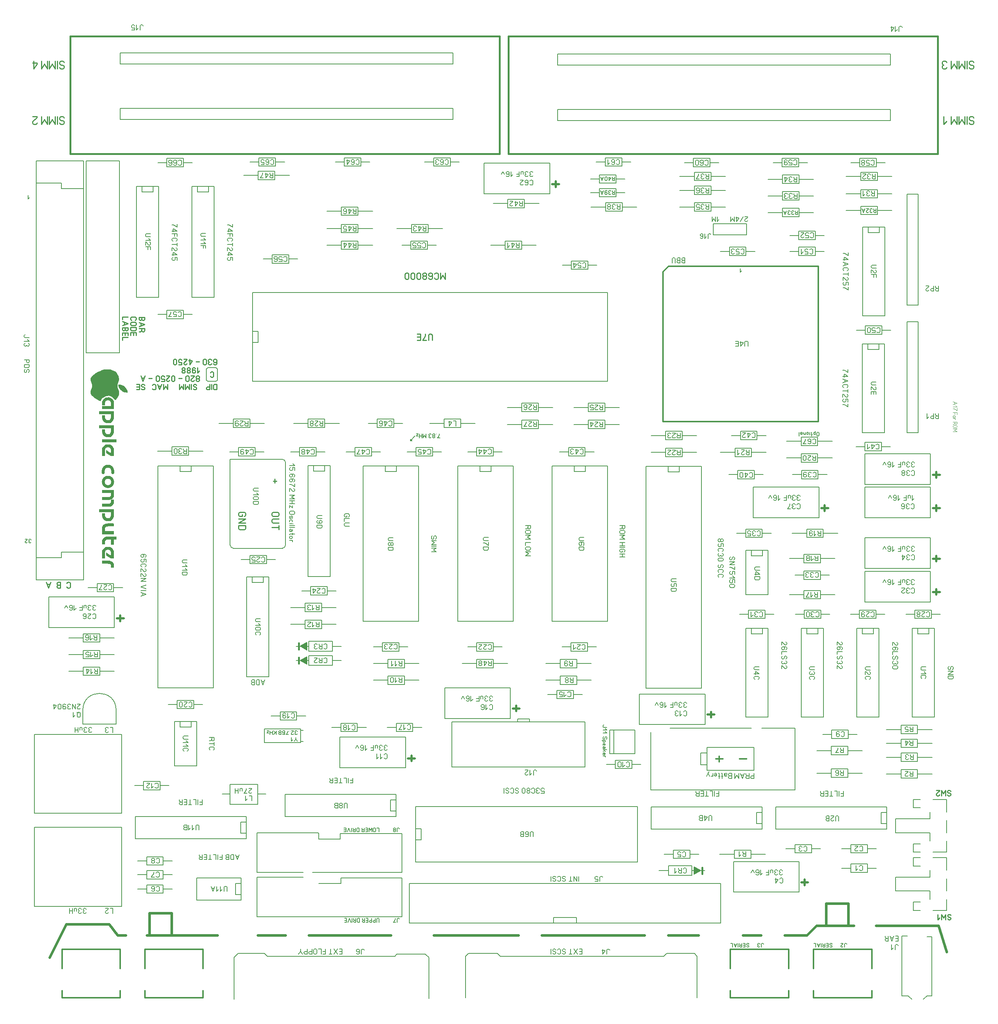
<source format=gbr>
%FSLAX34Y34*%
%MOMM*%
%LNSILK_TOP*%
G71*
G01*
%ADD10C,0.150*%
%ADD11C,0.200*%
%ADD12C,0.290*%
%ADD13C,0.300*%
%ADD14C,0.206*%
%ADD15C,0.159*%
%ADD16C,0.333*%
%ADD17C,0.400*%
%ADD18C,0.222*%
%ADD19C,0.238*%
%ADD20C,0.156*%
%ADD21C,0.600*%
%ADD22C,0.476*%
%ADD23C,0.675*%
%ADD24C,0.680*%
%ADD25C,0.254*%
%ADD26C,0.111*%
%ADD27C,0.191*%
%LPD*%
G54D10*
X426076Y679975D02*
X375276Y679975D01*
X375276Y578375D01*
X426076Y578375D01*
X426076Y679975D01*
G54D10*
X413375Y679975D02*
X387976Y679975D01*
X387976Y667275D01*
X413376Y667275D01*
X413375Y679975D01*
G54D10*
X539353Y411956D02*
X539353Y462756D01*
X285353Y462756D01*
X285353Y411956D01*
X539353Y411956D01*
G54D10*
X539353Y424656D02*
X539353Y450056D01*
X526653Y450056D01*
X526653Y424656D01*
X539353Y424656D01*
G54D10*
X527150Y271500D02*
X527150Y322300D01*
X425550Y322300D01*
X425550Y271500D01*
X527150Y271500D01*
G54D10*
X527150Y284200D02*
X527150Y309600D01*
X514450Y309600D01*
X514450Y284200D01*
X527150Y284200D01*
G54D10*
X882403Y462500D02*
X882403Y513300D01*
X628403Y513300D01*
X628403Y462500D01*
X882403Y462500D01*
G54D10*
X882403Y475200D02*
X882403Y500600D01*
X869703Y500600D01*
X869703Y475200D01*
X882403Y475200D01*
G54D10*
X731750Y1266200D02*
X680950Y1266200D01*
X680950Y1012200D01*
X731750Y1012200D01*
X731750Y1266200D01*
G54D10*
X719050Y1266200D02*
X693650Y1266200D01*
X693650Y1253500D01*
X719050Y1253500D01*
X719050Y1266200D01*
G54D11*
G75*
G01X629300Y1272750D02*
G03X621300Y1280750I-8000J0D01*
G01*
G54D11*
G75*
G01X621400Y1076750D02*
G03X629400Y1084750I0J8000D01*
G01*
G54D11*
G75*
G01X502400Y1084650D02*
G03X510400Y1076650I8000J0D01*
G01*
G54D11*
X502300Y1083650D02*
X502300Y1177650D01*
G54D11*
X622300Y1076650D02*
X509300Y1076650D01*
G54D11*
X629300Y1083650D02*
X629300Y1273650D01*
G54D11*
X621300Y1280650D02*
X530300Y1280650D01*
G54D11*
X502300Y1177650D02*
X502300Y1280650D01*
X530300Y1280650D01*
G54D12*
X529600Y1154750D02*
X529600Y1149950D01*
X524600Y1149950D01*
X522600Y1151150D01*
X521600Y1153550D01*
X521600Y1155950D01*
X522600Y1158350D01*
X524600Y1159550D01*
X534600Y1159550D01*
X536600Y1158350D01*
X537600Y1155950D01*
X537600Y1153550D01*
X536600Y1151150D01*
X534600Y1149950D01*
G54D12*
X521600Y1144350D02*
X537600Y1144350D01*
X521600Y1134750D01*
X537600Y1134750D01*
G54D12*
X521600Y1129150D02*
X537600Y1129150D01*
X537600Y1123150D01*
X536600Y1120750D01*
X534600Y1119550D01*
X524600Y1119550D01*
X522600Y1120750D01*
X521600Y1123150D01*
X521600Y1129150D01*
G54D12*
X604800Y1235750D02*
X604800Y1226150D01*
G54D12*
X608800Y1230950D02*
X600800Y1230950D01*
G54D12*
X610800Y1149950D02*
X600800Y1149950D01*
X598800Y1151150D01*
X597800Y1153550D01*
X597800Y1155950D01*
X598800Y1158350D01*
X600800Y1159550D01*
X610800Y1159550D01*
X612800Y1158350D01*
X613800Y1155950D01*
X613800Y1153550D01*
X612800Y1151150D01*
X610800Y1149950D01*
G54D12*
X613800Y1144350D02*
X600800Y1144350D01*
X598800Y1143150D01*
X597800Y1140750D01*
X597800Y1138350D01*
X598800Y1135950D01*
X600800Y1134750D01*
X613800Y1134750D01*
G54D12*
X597800Y1124350D02*
X613800Y1124350D01*
G54D12*
X613800Y1129150D02*
X613800Y1119550D01*
G54D10*
X463550Y1265634D02*
X336550Y1265634D01*
X336550Y757634D01*
X463550Y757634D01*
X463550Y1265634D01*
G54D10*
X412750Y1265634D02*
X387350Y1265634D01*
X387350Y1252934D01*
X412750Y1252934D01*
X412750Y1265634D01*
G54D10*
X926903Y485712D02*
X926903Y358712D01*
X1434903Y358712D01*
X1434903Y485712D01*
X926903Y485712D01*
G54D10*
X926903Y434912D02*
X926903Y409512D01*
X939603Y409512D01*
X939603Y434912D01*
X926903Y434912D01*
G54D10*
X1720403Y433706D02*
X1720403Y484506D01*
X1466403Y484506D01*
X1466403Y433706D01*
X1720403Y433706D01*
G54D10*
X1720403Y446406D02*
X1720403Y471806D01*
X1707703Y471806D01*
X1707703Y446406D01*
X1720403Y446406D01*
G54D10*
X2006153Y433706D02*
X2006153Y484506D01*
X1752153Y484506D01*
X1752153Y433706D01*
X2006153Y433706D01*
G54D10*
X2006153Y446406D02*
X2006153Y471806D01*
X1993453Y471806D01*
X1993453Y446406D01*
X2006153Y446406D01*
G54D10*
X2114551Y893762D02*
X2063750Y893762D01*
X2063750Y690562D01*
X2114551Y690562D01*
X2114551Y893762D01*
G54D10*
X2101851Y893762D02*
X2076451Y893762D01*
X2076451Y881062D01*
X2101851Y881062D01*
X2101851Y893762D01*
G54D10*
X1987550Y893762D02*
X1936751Y893762D01*
X1936751Y690562D01*
X1987550Y690562D01*
X1987550Y893762D01*
G54D10*
X1974850Y893762D02*
X1949451Y893762D01*
X1949451Y881062D01*
X1974850Y881062D01*
X1974850Y893762D01*
G54D10*
X1860550Y893762D02*
X1809750Y893762D01*
X1809750Y690562D01*
X1860550Y690562D01*
X1860550Y893762D01*
G54D10*
X1847850Y893762D02*
X1822451Y893762D01*
X1822451Y881062D01*
X1847850Y881062D01*
X1847850Y893762D01*
G54D10*
X1733550Y893762D02*
X1682750Y893762D01*
X1682750Y690562D01*
X1733550Y690562D01*
X1733550Y893762D01*
G54D10*
X1720850Y893762D02*
X1695451Y893762D01*
X1695451Y881062D01*
X1720850Y881062D01*
X1720850Y893762D01*
G54D10*
X1733947Y1072356D02*
X1683147Y1072356D01*
X1683147Y970756D01*
X1733947Y970756D01*
X1733947Y1072356D01*
G54D10*
X1721247Y1072356D02*
X1695847Y1072356D01*
X1695847Y1059656D01*
X1721247Y1059656D01*
X1721247Y1072356D01*
G54D10*
X1581944Y1264444D02*
X1454944Y1264444D01*
X1454944Y756444D01*
X1581944Y756444D01*
X1581944Y1264444D01*
G54D10*
X1531144Y1264444D02*
X1505744Y1264444D01*
X1505744Y1251744D01*
X1531144Y1251744D01*
X1531144Y1264444D01*
G54D10*
X1366441Y1264841D02*
X1239441Y1264841D01*
X1239441Y909241D01*
X1366441Y909241D01*
X1366441Y1264841D01*
G54D10*
X1315641Y1264841D02*
X1290241Y1264841D01*
X1290241Y1252141D01*
X1315641Y1252141D01*
X1315641Y1264841D01*
G54D10*
X1150541Y1265238D02*
X1023541Y1265238D01*
X1023541Y909638D01*
X1150541Y909638D01*
X1150541Y1265238D01*
G54D10*
X1099741Y1265238D02*
X1074341Y1265238D01*
X1074341Y1252538D01*
X1099741Y1252538D01*
X1099741Y1265238D01*
G54D10*
X933847Y1265634D02*
X806847Y1265634D01*
X806847Y910034D01*
X933847Y910034D01*
X933847Y1265634D01*
G54D10*
X883047Y1265634D02*
X857647Y1265634D01*
X857647Y1252934D01*
X883047Y1252934D01*
X883047Y1265634D01*
G54D10*
X591344Y1011634D02*
X540544Y1011634D01*
X540544Y783034D01*
X591344Y783034D01*
X591344Y1011634D01*
G54D10*
X578644Y1011634D02*
X553244Y1011634D01*
X553244Y998934D01*
X578644Y998934D01*
X578644Y1011634D01*
G54D10*
X2001043Y1544638D02*
X1950244Y1544638D01*
X1950244Y1341438D01*
X2001043Y1341438D01*
X2001043Y1544638D01*
G54D10*
X1988343Y1544638D02*
X1962945Y1544638D01*
X1962945Y1531938D01*
X1988343Y1531938D01*
X1988343Y1544638D01*
G54D10*
X2001440Y1812131D02*
X1950641Y1812131D01*
X1950641Y1608931D01*
X2001440Y1608931D01*
X2001440Y1812131D01*
G54D10*
X1988740Y1812131D02*
X1963341Y1812131D01*
X1963341Y1799431D01*
X1988740Y1799431D01*
X1988740Y1812131D01*
G54D10*
X1684734Y1820069D02*
X1684734Y1794669D01*
X1608534Y1794669D01*
X1608534Y1820069D01*
X1684734Y1820069D01*
G54D10*
X465931Y1905000D02*
X415131Y1905000D01*
X415131Y1651000D01*
X465931Y1651000D01*
X465931Y1905000D01*
G54D10*
X453231Y1905000D02*
X427831Y1905000D01*
X427831Y1892300D01*
X453231Y1892300D01*
X453231Y1905000D01*
G54D10*
X338931Y1905000D02*
X288131Y1905000D01*
X288131Y1651000D01*
X338931Y1651000D01*
X338931Y1905000D01*
G54D10*
X326231Y1905000D02*
X300831Y1905000D01*
X300831Y1892300D01*
X326231Y1892300D01*
X326231Y1905000D01*
G54D11*
X1366838Y1662112D02*
X554038Y1662112D01*
X554038Y1458912D01*
X1366838Y1458912D01*
X1366838Y1662112D01*
G54D11*
X554038Y1573212D02*
X566738Y1573212D01*
X566738Y1547812D01*
X554038Y1547812D01*
X554038Y1573212D01*
G54D11*
X58738Y1963738D02*
X166688Y1963738D01*
X166688Y1004888D01*
X58738Y1004888D01*
X58738Y1963738D01*
G54D11*
X58738Y1912938D02*
X115888Y1912938D01*
X115888Y1900238D01*
X166688Y1900238D01*
G54D11*
X166688Y1068388D02*
X115888Y1068388D01*
X115888Y1055688D01*
X58738Y1055688D01*
G54D13*
X1544638Y1722438D02*
X1506538Y1722438D01*
X1493838Y1709738D01*
G54D13*
X1493838Y1709738D02*
X1493838Y1366838D01*
X1849437Y1366838D01*
X1849437Y1722438D01*
X1544638Y1722438D01*
G54D10*
X2078038Y1633538D02*
X2052638Y1633538D01*
X2052638Y1887538D01*
X2078038Y1887538D01*
X2078038Y1633538D01*
G54D14*
X2121120Y1671516D02*
X2118520Y1672961D01*
X2117654Y1674405D01*
X2117654Y1677294D01*
G54D14*
X2124587Y1677294D02*
X2124587Y1665738D01*
X2120254Y1665738D01*
X2118520Y1666461D01*
X2117654Y1667905D01*
X2117654Y1669350D01*
X2118520Y1670794D01*
X2120254Y1671516D01*
X2124587Y1671516D01*
G54D14*
X2113610Y1677294D02*
X2113610Y1665738D01*
X2109277Y1665738D01*
X2107543Y1666461D01*
X2106677Y1667905D01*
X2106677Y1669350D01*
X2107543Y1670794D01*
X2109277Y1671516D01*
X2113610Y1671516D01*
G54D14*
X2095700Y1677294D02*
X2102633Y1677294D01*
X2102633Y1676572D01*
X2101766Y1675127D01*
X2096566Y1670794D01*
X2095700Y1669350D01*
X2095700Y1667905D01*
X2096566Y1666461D01*
X2098300Y1665738D01*
X2100033Y1665738D01*
X2101766Y1666461D01*
X2102633Y1667905D01*
G54D10*
X2078038Y1341438D02*
X2052638Y1341438D01*
X2052638Y1595438D01*
X2078038Y1595438D01*
X2078038Y1341438D01*
G54D14*
X2120545Y1379555D02*
X2117945Y1381000D01*
X2117079Y1382444D01*
X2117079Y1385333D01*
G54D14*
X2124012Y1385333D02*
X2124012Y1373777D01*
X2119679Y1373777D01*
X2117945Y1374500D01*
X2117079Y1375944D01*
X2117079Y1377389D01*
X2117945Y1378833D01*
X2119679Y1379555D01*
X2124012Y1379555D01*
G54D14*
X2113035Y1385333D02*
X2113035Y1373777D01*
X2108702Y1373777D01*
X2106968Y1374500D01*
X2106102Y1375944D01*
X2106102Y1377389D01*
X2106968Y1378833D01*
X2108702Y1379555D01*
X2113035Y1379555D01*
G54D14*
X2102058Y1378111D02*
X2097725Y1373777D01*
X2097725Y1385333D01*
G54D11*
X912812Y309562D02*
X1625600Y309562D01*
X1625600Y219075D01*
X912812Y219075D01*
X912812Y309562D01*
G54D11*
X1243012Y219075D02*
X1295400Y219075D01*
X1295400Y231775D01*
X1243012Y231775D01*
X1243012Y219075D01*
G54D10*
X1012825Y2211388D02*
X1012825Y2185988D01*
X250825Y2185988D01*
X250825Y2211388D01*
X1012825Y2211388D01*
G54D10*
X1012825Y2084388D02*
X1012825Y2058988D01*
X250825Y2058988D01*
X250825Y2084388D01*
X1012825Y2084388D01*
G54D10*
X2014537Y2208212D02*
X2014537Y2182812D01*
X1252538Y2182812D01*
X1252538Y2208212D01*
X2014537Y2208212D01*
G54D10*
X2014537Y2081212D02*
X2014537Y2055812D01*
X1252538Y2055812D01*
X1252538Y2081212D01*
X2014537Y2081212D01*
G54D11*
X563562Y425450D02*
X563562Y334962D01*
X669925Y334962D01*
G54D11*
X690562Y334962D02*
X895350Y334962D01*
X895350Y423862D01*
X754062Y423862D01*
X754062Y411162D01*
X704850Y411162D01*
X704850Y423862D01*
G54D11*
X563562Y425450D02*
X703262Y425450D01*
X704850Y423862D01*
G54D10*
X1879650Y641375D02*
X1879650Y660375D01*
X1917650Y660375D01*
X1917650Y641375D01*
X1879650Y641375D01*
G54D10*
X1879550Y650875D02*
X1858950Y650875D01*
G54D10*
X1938350Y650875D02*
X1917750Y650875D01*
G54D10*
X2038400Y550888D02*
X2038400Y569888D01*
X2076400Y569888D01*
X2076400Y550888D01*
X2038400Y550888D01*
G54D10*
X2038300Y560388D02*
X2005000Y560388D01*
G54D10*
X2109800Y560388D02*
X2076500Y560388D01*
G54D10*
X2038400Y588988D02*
X2038400Y607988D01*
X2076400Y607988D01*
X2076400Y588988D01*
X2038400Y588988D01*
G54D10*
X2038300Y598488D02*
X2005000Y598488D01*
G54D10*
X2109800Y598488D02*
X2076500Y598488D01*
G54D10*
X2038400Y620738D02*
X2038400Y639738D01*
X2076400Y639738D01*
X2076400Y620738D01*
X2038400Y620738D01*
G54D10*
X2038300Y630238D02*
X2005000Y630238D01*
G54D10*
X2109800Y630238D02*
X2076500Y630238D01*
G54D10*
X2038400Y652488D02*
X2038400Y671488D01*
X2076400Y671488D01*
X2076400Y652488D01*
X2038400Y652488D01*
G54D10*
X2038300Y661988D02*
X2005000Y661988D01*
G54D10*
X2109800Y661988D02*
X2076500Y661988D01*
G54D14*
X2062256Y662740D02*
X2059656Y664185D01*
X2058789Y665629D01*
X2058789Y668518D01*
G54D14*
X2065722Y668518D02*
X2065722Y656962D01*
X2061389Y656962D01*
X2059656Y657685D01*
X2058789Y659129D01*
X2058789Y660574D01*
X2059656Y662018D01*
X2061389Y662740D01*
X2065722Y662740D01*
G54D14*
X2047812Y656962D02*
X2054746Y656962D01*
X2054746Y662018D01*
X2053879Y662018D01*
X2052146Y661296D01*
X2050412Y661296D01*
X2048679Y662018D01*
X2047812Y663462D01*
X2047812Y666351D01*
X2048679Y667796D01*
X2050412Y668518D01*
X2052146Y668518D01*
X2053879Y667796D01*
X2054746Y666351D01*
G54D10*
X1878856Y604069D02*
X1878856Y623069D01*
X1916856Y623069D01*
X1916856Y604069D01*
X1878856Y604069D01*
G54D10*
X1878756Y613569D02*
X1845456Y613569D01*
G54D10*
X1950256Y613569D02*
X1916956Y613569D01*
G54D14*
X1903159Y614459D02*
X1900559Y615903D01*
X1899693Y617348D01*
X1899693Y620236D01*
G54D14*
X1906626Y620236D02*
X1906626Y608681D01*
X1902293Y608681D01*
X1900559Y609403D01*
X1899693Y610848D01*
X1899693Y612292D01*
X1900559Y613736D01*
X1902293Y614459D01*
X1906626Y614459D01*
G54D14*
X1895649Y608681D02*
X1888716Y608681D01*
X1889582Y610125D01*
X1891316Y612292D01*
X1893049Y615181D01*
X1893916Y617348D01*
X1893916Y620236D01*
G54D10*
X1878856Y552475D02*
X1878856Y571475D01*
X1916856Y571475D01*
X1916856Y552475D01*
X1878856Y552475D01*
G54D10*
X1878756Y561975D02*
X1845456Y561975D01*
G54D10*
X1950256Y561975D02*
X1916956Y561975D01*
G54D14*
X1903029Y562727D02*
X1900429Y564172D01*
X1899563Y565616D01*
X1899563Y568505D01*
G54D14*
X1906496Y568505D02*
X1906496Y556950D01*
X1902163Y556950D01*
X1900429Y557672D01*
X1899563Y559116D01*
X1899563Y560560D01*
X1900429Y562005D01*
X1902163Y562727D01*
X1906496Y562727D01*
G54D14*
X1888586Y559116D02*
X1889452Y557672D01*
X1891186Y556950D01*
X1892919Y556950D01*
X1894652Y557672D01*
X1895519Y559116D01*
X1895519Y562727D01*
X1895519Y563450D01*
X1892919Y562005D01*
X1891186Y562005D01*
X1889452Y562727D01*
X1888586Y564172D01*
X1888586Y566338D01*
X1889452Y567783D01*
X1891186Y568505D01*
X1892919Y568505D01*
X1894652Y567783D01*
X1895519Y566338D01*
X1895519Y562727D01*
G54D10*
X1923306Y379438D02*
X1923306Y398438D01*
X1961306Y398438D01*
X1961306Y379438D01*
X1923306Y379438D01*
G54D10*
X1923206Y388938D02*
X1902606Y388938D01*
G54D10*
X1982006Y388938D02*
X1961406Y388938D01*
G54D10*
X1923306Y334988D02*
X1923306Y353988D01*
X1961306Y353988D01*
X1961306Y334988D01*
X1923306Y334988D01*
G54D10*
X1923206Y344488D02*
X1902606Y344488D01*
G54D10*
X1982006Y344488D02*
X1961406Y344488D01*
G54D10*
X1795512Y379438D02*
X1795512Y398438D01*
X1833512Y398438D01*
X1833512Y379438D01*
X1795512Y379438D01*
G54D10*
X1795412Y388938D02*
X1774812Y388938D01*
G54D10*
X1854212Y388938D02*
X1833612Y388938D01*
G54D10*
X1656606Y366738D02*
X1656606Y385738D01*
X1694606Y385738D01*
X1694606Y366738D01*
X1656606Y366738D01*
G54D10*
X1656506Y376238D02*
X1623206Y376238D01*
G54D10*
X1728006Y376238D02*
X1694706Y376238D01*
G54D10*
X1258144Y765200D02*
X1258144Y784200D01*
X1296144Y784200D01*
X1296144Y765200D01*
X1258144Y765200D01*
G54D10*
X1258044Y774700D02*
X1224744Y774700D01*
G54D10*
X1329544Y774700D02*
X1296244Y774700D01*
G54D10*
X1258144Y803300D02*
X1258144Y822300D01*
X1296144Y822300D01*
X1296144Y803300D01*
X1258144Y803300D01*
G54D10*
X1258044Y812800D02*
X1224744Y812800D01*
G54D10*
X1329544Y812800D02*
X1296244Y812800D01*
G54D14*
X1282447Y813156D02*
X1279847Y814601D01*
X1278981Y816045D01*
X1278981Y818934D01*
G54D14*
X1285914Y818934D02*
X1285914Y807379D01*
X1281581Y807379D01*
X1279847Y808101D01*
X1278981Y809545D01*
X1278981Y810990D01*
X1279847Y812434D01*
X1281581Y813156D01*
X1285914Y813156D01*
G54D14*
X1274937Y816768D02*
X1274070Y818212D01*
X1272337Y818934D01*
X1270604Y818934D01*
X1268870Y818212D01*
X1268004Y816768D01*
X1268004Y813156D01*
X1268004Y812434D01*
X1270604Y813879D01*
X1272337Y813879D01*
X1274070Y813156D01*
X1274937Y811712D01*
X1274937Y809545D01*
X1274070Y808101D01*
X1272337Y807379D01*
X1270604Y807379D01*
X1268870Y808101D01*
X1268004Y809545D01*
X1268004Y813156D01*
G54D10*
X1250206Y732656D02*
X1250206Y751656D01*
X1288206Y751656D01*
X1288206Y732656D01*
X1250206Y732656D01*
G54D10*
X1250106Y742156D02*
X1229506Y742156D01*
G54D10*
X1308906Y742156D02*
X1288306Y742156D01*
G54D14*
X1275385Y746124D02*
X1276251Y747568D01*
X1277985Y748290D01*
X1279718Y748290D01*
X1281451Y747568D01*
X1282318Y746124D01*
X1282318Y738901D01*
X1281451Y737457D01*
X1279718Y736735D01*
X1277985Y736735D01*
X1276251Y737457D01*
X1275385Y738901D01*
G54D14*
X1271341Y741068D02*
X1267008Y736735D01*
X1267008Y748290D01*
G54D14*
X1256031Y736735D02*
X1262964Y736735D01*
X1262964Y741790D01*
X1262097Y741790D01*
X1260364Y741068D01*
X1258631Y741068D01*
X1256897Y741790D01*
X1256031Y743235D01*
X1256031Y746124D01*
X1256897Y747568D01*
X1258631Y748290D01*
X1260364Y748290D01*
X1262097Y747568D01*
X1262964Y746124D01*
G54D10*
X1282750Y841400D02*
X1282750Y860400D01*
X1320750Y860400D01*
X1320750Y841400D01*
X1282750Y841400D01*
G54D10*
X1282650Y850900D02*
X1262050Y850900D01*
G54D10*
X1341450Y850900D02*
X1320850Y850900D01*
G54D10*
X1066850Y841400D02*
X1066850Y860400D01*
X1104850Y860400D01*
X1104850Y841400D01*
X1066850Y841400D01*
G54D10*
X1066750Y850900D02*
X1046150Y850900D01*
G54D10*
X1125550Y850900D02*
X1104950Y850900D01*
G54D10*
X850950Y841400D02*
X850950Y860400D01*
X888950Y860400D01*
X888950Y841400D01*
X850950Y841400D01*
G54D10*
X850850Y850900D02*
X830250Y850900D01*
G54D10*
X909650Y850900D02*
X889050Y850900D01*
G54D10*
X882700Y657250D02*
X882700Y676250D01*
X920700Y676250D01*
X920700Y657250D01*
X882700Y657250D01*
G54D10*
X882600Y666750D02*
X862000Y666750D01*
G54D10*
X941400Y666750D02*
X920800Y666750D01*
G54D10*
X755700Y657250D02*
X755700Y676250D01*
X793700Y676250D01*
X793700Y657250D01*
X755700Y657250D01*
G54D10*
X755600Y666750D02*
X735000Y666750D01*
G54D10*
X814400Y666750D02*
X793800Y666750D01*
G54D10*
X1066850Y803300D02*
X1066850Y822300D01*
X1104850Y822300D01*
X1104850Y803300D01*
X1066850Y803300D01*
G54D10*
X1066750Y812800D02*
X1033450Y812800D01*
G54D10*
X1138250Y812800D02*
X1104950Y812800D01*
G54D14*
X1097232Y813553D02*
X1094632Y814998D01*
X1093766Y816442D01*
X1093766Y819331D01*
G54D14*
X1100699Y819331D02*
X1100699Y807776D01*
X1096366Y807776D01*
X1094632Y808498D01*
X1093766Y809942D01*
X1093766Y811386D01*
X1094632Y812831D01*
X1096366Y813553D01*
X1100699Y813553D01*
G54D14*
X1084522Y819331D02*
X1084522Y807776D01*
X1089722Y814998D01*
X1089722Y816442D01*
X1082789Y816442D01*
G54D14*
X1074412Y813553D02*
X1076145Y813553D01*
X1077878Y812831D01*
X1078745Y811386D01*
X1078745Y809942D01*
X1077878Y808498D01*
X1076145Y807776D01*
X1074412Y807776D01*
X1072678Y808498D01*
X1071812Y809942D01*
X1071812Y811386D01*
X1072678Y812831D01*
X1074412Y813553D01*
X1072678Y814276D01*
X1071812Y815720D01*
X1071812Y817164D01*
X1072678Y818609D01*
X1074412Y819331D01*
X1076145Y819331D01*
X1077878Y818609D01*
X1078745Y817164D01*
X1078745Y815720D01*
X1077878Y814276D01*
X1076145Y813553D01*
G54D10*
X863650Y803300D02*
X863650Y822300D01*
X901650Y822300D01*
X901650Y803300D01*
X863650Y803300D01*
G54D10*
X863550Y812800D02*
X830250Y812800D01*
G54D10*
X935050Y812800D02*
X901750Y812800D01*
G54D14*
X892143Y813156D02*
X889543Y814601D01*
X888676Y816045D01*
X888676Y818934D01*
G54D14*
X895610Y818934D02*
X895610Y807379D01*
X891276Y807379D01*
X889543Y808101D01*
X888676Y809545D01*
X888676Y810990D01*
X889543Y812434D01*
X891276Y813156D01*
X895610Y813156D01*
G54D14*
X884632Y811712D02*
X880299Y807379D01*
X880299Y818934D01*
G54D14*
X876256Y811712D02*
X871922Y807379D01*
X871922Y818934D01*
G54D10*
X863650Y765200D02*
X863650Y784200D01*
X901650Y784200D01*
X901650Y765200D01*
X863650Y765200D01*
G54D10*
X863550Y774700D02*
X830250Y774700D01*
G54D10*
X935050Y774700D02*
X901750Y774700D01*
G54D14*
X892311Y775453D02*
X889711Y776898D01*
X888844Y778342D01*
X888844Y781231D01*
G54D14*
X895778Y781231D02*
X895778Y769676D01*
X891444Y769676D01*
X889711Y770398D01*
X888844Y771842D01*
X888844Y773286D01*
X889711Y774731D01*
X891444Y775453D01*
X895778Y775453D01*
G54D14*
X884801Y774009D02*
X880467Y769676D01*
X880467Y781231D01*
G54D14*
X869490Y771842D02*
X869490Y779064D01*
X870357Y780509D01*
X872090Y781231D01*
X873824Y781231D01*
X875557Y780509D01*
X876424Y779064D01*
X876424Y771842D01*
X875557Y770398D01*
X873824Y769676D01*
X872090Y769676D01*
X870357Y770398D01*
X869490Y771842D01*
G54D10*
X616794Y683444D02*
X616794Y702444D01*
X654794Y702444D01*
X654794Y683444D01*
X616794Y683444D01*
G54D10*
X616694Y692944D02*
X596094Y692944D01*
G54D10*
X675494Y692944D02*
X654894Y692944D01*
G54D10*
X381050Y709638D02*
X381050Y728638D01*
X419050Y728638D01*
X419050Y709638D01*
X381050Y709638D01*
G54D10*
X380950Y719138D02*
X360350Y719138D01*
G54D10*
X439750Y719138D02*
X419150Y719138D01*
G54D10*
X304056Y523900D02*
X304056Y542900D01*
X342056Y542900D01*
X342056Y523900D01*
X304056Y523900D01*
G54D10*
X303956Y533400D02*
X283356Y533400D01*
G54D10*
X362756Y533400D02*
X342156Y533400D01*
G54D10*
X673944Y931888D02*
X673944Y950888D01*
X711944Y950888D01*
X711944Y931888D01*
X673944Y931888D01*
G54D10*
X673844Y941388D02*
X640544Y941388D01*
G54D10*
X745344Y941388D02*
X712044Y941388D01*
G54D10*
X673944Y892994D02*
X673944Y911994D01*
X711944Y911994D01*
X711944Y892994D01*
X673944Y892994D01*
G54D10*
X673844Y902494D02*
X640544Y902494D01*
G54D10*
X745344Y902494D02*
X712044Y902494D01*
G54D10*
X686644Y969988D02*
X686644Y988988D01*
X724644Y988988D01*
X724644Y969988D01*
X686644Y969988D01*
G54D10*
X686544Y979488D02*
X665944Y979488D01*
G54D10*
X745344Y979488D02*
X724744Y979488D01*
G54D10*
X197694Y977131D02*
X197694Y996131D01*
X235694Y996131D01*
X235694Y977131D01*
X197694Y977131D01*
G54D10*
X197594Y986631D02*
X176994Y986631D01*
G54D10*
X256394Y986631D02*
X235794Y986631D01*
G54D10*
X165944Y862038D02*
X165944Y881038D01*
X203944Y881038D01*
X203944Y862038D01*
X165944Y862038D01*
G54D10*
X165844Y871538D02*
X132544Y871538D01*
G54D10*
X237344Y871538D02*
X204044Y871538D01*
G54D10*
X165944Y823938D02*
X165944Y842938D01*
X203944Y842938D01*
X203944Y823938D01*
X165944Y823938D01*
G54D10*
X165844Y833438D02*
X132544Y833438D01*
G54D10*
X237344Y833438D02*
X204044Y833438D01*
G54D14*
X195096Y833794D02*
X192496Y835239D01*
X191629Y836683D01*
X191629Y839572D01*
G54D14*
X198562Y839572D02*
X198562Y828017D01*
X194229Y828017D01*
X192496Y828739D01*
X191629Y830183D01*
X191629Y831628D01*
X192496Y833072D01*
X194229Y833794D01*
X198562Y833794D01*
G54D14*
X187585Y832350D02*
X183252Y828017D01*
X183252Y839572D01*
G54D14*
X172275Y828017D02*
X179208Y828017D01*
X179208Y833072D01*
X178342Y833072D01*
X176608Y832350D01*
X174875Y832350D01*
X173142Y833072D01*
X172275Y834517D01*
X172275Y837406D01*
X173142Y838850D01*
X174875Y839572D01*
X176608Y839572D01*
X178342Y838850D01*
X179208Y837406D01*
G54D10*
X165944Y785838D02*
X165944Y804838D01*
X203944Y804838D01*
X203944Y785838D01*
X165944Y785838D01*
G54D10*
X165844Y795338D02*
X132544Y795338D01*
G54D10*
X237344Y795338D02*
X204044Y795338D01*
G54D10*
X1816150Y961256D02*
X1816150Y980256D01*
X1854150Y980256D01*
X1854150Y961256D01*
X1816150Y961256D01*
G54D10*
X1816050Y970756D02*
X1782750Y970756D01*
G54D10*
X1887550Y970756D02*
X1854250Y970756D01*
G54D10*
X1816150Y1043806D02*
X1816150Y1062806D01*
X1854150Y1062806D01*
X1854150Y1043806D01*
X1816150Y1043806D01*
G54D10*
X1816050Y1053306D02*
X1782750Y1053306D01*
G54D10*
X1887550Y1053306D02*
X1854250Y1053306D01*
G54D10*
X1822500Y1101750D02*
X1822500Y1120750D01*
X1860500Y1120750D01*
X1860500Y1101750D01*
X1822500Y1101750D01*
G54D10*
X1822400Y1111250D02*
X1789100Y1111250D01*
G54D10*
X1893900Y1111250D02*
X1860600Y1111250D01*
G54D14*
X1851558Y1111210D02*
X1848958Y1112654D01*
X1848091Y1114098D01*
X1848091Y1116987D01*
G54D14*
X1855024Y1116987D02*
X1855024Y1105432D01*
X1850691Y1105432D01*
X1848958Y1106154D01*
X1848091Y1107598D01*
X1848091Y1109043D01*
X1848958Y1110487D01*
X1850691Y1111210D01*
X1855024Y1111210D01*
G54D14*
X1844048Y1109765D02*
X1839714Y1105432D01*
X1839714Y1116987D01*
G54D14*
X1835670Y1114821D02*
X1834804Y1116265D01*
X1833070Y1116987D01*
X1831337Y1116987D01*
X1829604Y1116265D01*
X1828737Y1114821D01*
X1828737Y1111210D01*
X1828737Y1110487D01*
X1831337Y1111932D01*
X1833070Y1111932D01*
X1834804Y1111210D01*
X1835670Y1109765D01*
X1835670Y1107598D01*
X1834804Y1106154D01*
X1833070Y1105432D01*
X1831337Y1105432D01*
X1829604Y1106154D01*
X1828737Y1107598D01*
X1828737Y1111210D01*
G54D10*
X1810594Y1235894D02*
X1810594Y1254894D01*
X1848594Y1254894D01*
X1848594Y1235894D01*
X1810594Y1235894D01*
G54D10*
X1810494Y1245394D02*
X1789894Y1245394D01*
G54D10*
X1869294Y1245394D02*
X1848694Y1245394D01*
G54D10*
X1664544Y1235894D02*
X1664544Y1254894D01*
X1702544Y1254894D01*
X1702544Y1235894D01*
X1664544Y1235894D01*
G54D10*
X1664444Y1245394D02*
X1643844Y1245394D01*
G54D10*
X1723244Y1245394D02*
X1702644Y1245394D01*
G54D10*
X1682800Y1101750D02*
X1682800Y1120750D01*
X1720800Y1120750D01*
X1720800Y1101750D01*
X1682800Y1101750D01*
G54D10*
X1682700Y1111250D02*
X1662100Y1111250D01*
G54D10*
X1741500Y1111250D02*
X1720900Y1111250D01*
G54D10*
X1809800Y1273994D02*
X1809800Y1292994D01*
X1847800Y1292994D01*
X1847800Y1273994D01*
X1809800Y1273994D01*
G54D10*
X1809700Y1283494D02*
X1776400Y1283494D01*
G54D10*
X1881200Y1283494D02*
X1847900Y1283494D01*
G54D14*
X1839474Y1283454D02*
X1836874Y1284898D01*
X1836007Y1286342D01*
X1836007Y1289231D01*
G54D14*
X1842940Y1289231D02*
X1842940Y1277676D01*
X1838607Y1277676D01*
X1836874Y1278398D01*
X1836007Y1279842D01*
X1836007Y1281287D01*
X1836874Y1282731D01*
X1838607Y1283454D01*
X1842940Y1283454D01*
G54D14*
X1825030Y1289231D02*
X1831963Y1289231D01*
X1831963Y1288509D01*
X1831096Y1287065D01*
X1825896Y1282731D01*
X1825030Y1281287D01*
X1825030Y1279842D01*
X1825896Y1278398D01*
X1827630Y1277676D01*
X1829363Y1277676D01*
X1831096Y1278398D01*
X1831963Y1279842D01*
G54D14*
X1814053Y1279842D02*
X1814053Y1287065D01*
X1814920Y1288509D01*
X1816653Y1289231D01*
X1818386Y1289231D01*
X1820120Y1288509D01*
X1820986Y1287065D01*
X1820986Y1279842D01*
X1820120Y1278398D01*
X1818386Y1277676D01*
X1816653Y1277676D01*
X1814920Y1278398D01*
X1814053Y1279842D01*
G54D10*
X1809800Y1312094D02*
X1809800Y1331094D01*
X1847800Y1331094D01*
X1847800Y1312094D01*
X1809800Y1312094D01*
G54D10*
X1809700Y1321594D02*
X1776400Y1321594D01*
G54D10*
X1881200Y1321594D02*
X1847900Y1321594D01*
G54D10*
X1955850Y1300188D02*
X1955850Y1319188D01*
X1993850Y1319188D01*
X1993850Y1300188D01*
X1955850Y1300188D01*
G54D10*
X1955750Y1309688D02*
X1935150Y1309688D01*
G54D10*
X2014550Y1309688D02*
X1993950Y1309688D01*
G54D10*
X1670894Y1325588D02*
X1670894Y1344588D01*
X1708894Y1344588D01*
X1708894Y1325588D01*
X1670894Y1325588D01*
G54D10*
X1670794Y1335088D02*
X1650194Y1335088D01*
G54D10*
X1729594Y1335088D02*
X1708994Y1335088D01*
G54D10*
X1658194Y1286694D02*
X1658194Y1305694D01*
X1696194Y1305694D01*
X1696194Y1286694D01*
X1658194Y1286694D01*
G54D10*
X1658094Y1296194D02*
X1624794Y1296194D01*
G54D10*
X1729594Y1296194D02*
X1696294Y1296194D01*
G54D10*
X1499444Y1286694D02*
X1499444Y1305694D01*
X1537444Y1305694D01*
X1537444Y1286694D01*
X1499444Y1286694D01*
G54D10*
X1499344Y1296194D02*
X1466044Y1296194D01*
G54D10*
X1570844Y1296194D02*
X1537544Y1296194D01*
G54D14*
X1529514Y1296154D02*
X1526914Y1297598D01*
X1526048Y1299042D01*
X1526048Y1301931D01*
G54D14*
X1532981Y1301931D02*
X1532981Y1290376D01*
X1528648Y1290376D01*
X1526914Y1291098D01*
X1526048Y1292542D01*
X1526048Y1293987D01*
X1526914Y1295431D01*
X1528648Y1296154D01*
X1532981Y1296154D01*
G54D14*
X1515071Y1301931D02*
X1522004Y1301931D01*
X1522004Y1301209D01*
X1521137Y1299765D01*
X1515937Y1295431D01*
X1515071Y1293987D01*
X1515071Y1292542D01*
X1515937Y1291098D01*
X1517671Y1290376D01*
X1519404Y1290376D01*
X1521137Y1291098D01*
X1522004Y1292542D01*
G54D14*
X1504094Y1301931D02*
X1511027Y1301931D01*
X1511027Y1301209D01*
X1510160Y1299765D01*
X1504960Y1295431D01*
X1504094Y1293987D01*
X1504094Y1292542D01*
X1504960Y1291098D01*
X1506694Y1290376D01*
X1508427Y1290376D01*
X1510160Y1291098D01*
X1511027Y1292542D01*
G54D10*
X1499444Y1325588D02*
X1499444Y1344588D01*
X1537444Y1344588D01*
X1537444Y1325588D01*
X1499444Y1325588D01*
G54D10*
X1499344Y1335088D02*
X1466044Y1335088D01*
G54D10*
X1570844Y1335088D02*
X1537544Y1335088D01*
G54D14*
X1529514Y1335048D02*
X1526914Y1336492D01*
X1526048Y1337936D01*
X1526048Y1340825D01*
G54D14*
X1532981Y1340825D02*
X1532981Y1329270D01*
X1528648Y1329270D01*
X1526914Y1329992D01*
X1526048Y1331436D01*
X1526048Y1332881D01*
X1526914Y1334325D01*
X1528648Y1335048D01*
X1532981Y1335048D01*
G54D14*
X1515071Y1340825D02*
X1522004Y1340825D01*
X1522004Y1340103D01*
X1521137Y1338659D01*
X1515937Y1334325D01*
X1515071Y1332881D01*
X1515071Y1331436D01*
X1515937Y1329992D01*
X1517671Y1329270D01*
X1519404Y1329270D01*
X1521137Y1329992D01*
X1522004Y1331436D01*
G54D14*
X1511027Y1331436D02*
X1510160Y1329992D01*
X1508427Y1329270D01*
X1506694Y1329270D01*
X1504960Y1329992D01*
X1504094Y1331436D01*
X1504094Y1332881D01*
X1504960Y1334325D01*
X1506694Y1335048D01*
X1504960Y1335770D01*
X1504094Y1337214D01*
X1504094Y1338659D01*
X1504960Y1340103D01*
X1506694Y1340825D01*
X1508427Y1340825D01*
X1510160Y1340103D01*
X1511027Y1338659D01*
G54D10*
X1956644Y1566888D02*
X1956644Y1585888D01*
X1994644Y1585888D01*
X1994644Y1566888D01*
X1956644Y1566888D01*
G54D10*
X1956544Y1576388D02*
X1935944Y1576388D01*
G54D10*
X2015344Y1576388D02*
X1994744Y1576388D01*
G54D10*
X1277194Y1288281D02*
X1277194Y1307281D01*
X1315194Y1307281D01*
X1315194Y1288281D01*
X1277194Y1288281D01*
G54D10*
X1277094Y1297781D02*
X1256494Y1297781D01*
G54D10*
X1335894Y1297781D02*
X1315294Y1297781D01*
G54D10*
X1066850Y1288281D02*
X1066850Y1307281D01*
X1104850Y1307281D01*
X1104850Y1288281D01*
X1066850Y1288281D01*
G54D10*
X1066750Y1297781D02*
X1046150Y1297781D01*
G54D10*
X1125550Y1297781D02*
X1104950Y1297781D01*
G54D10*
X927944Y1288281D02*
X927944Y1307281D01*
X965944Y1307281D01*
X965944Y1288281D01*
X927944Y1288281D01*
G54D10*
X927844Y1297781D02*
X907244Y1297781D01*
G54D10*
X986644Y1297781D02*
X966044Y1297781D01*
G54D10*
X788244Y1288281D02*
X788244Y1307281D01*
X826244Y1307281D01*
X826244Y1288281D01*
X788244Y1288281D01*
G54D10*
X788144Y1297781D02*
X767544Y1297781D01*
G54D10*
X846944Y1297781D02*
X826344Y1297781D01*
G54D10*
X661244Y1288281D02*
X661244Y1307281D01*
X699244Y1307281D01*
X699244Y1288281D01*
X661244Y1288281D01*
G54D10*
X661144Y1297781D02*
X640544Y1297781D01*
G54D10*
X719944Y1297781D02*
X699344Y1297781D01*
G54D10*
X521544Y1288281D02*
X521544Y1307281D01*
X559544Y1307281D01*
X559544Y1288281D01*
X521544Y1288281D01*
G54D10*
X521444Y1297781D02*
X500844Y1297781D01*
G54D10*
X580244Y1297781D02*
X559644Y1297781D01*
G54D10*
X369144Y1289869D02*
X369144Y1308869D01*
X407144Y1308869D01*
X407144Y1289869D01*
X369144Y1289869D01*
G54D10*
X369044Y1299369D02*
X335744Y1299369D01*
G54D10*
X440544Y1299369D02*
X407244Y1299369D01*
G54D14*
X399214Y1299328D02*
X396614Y1300773D01*
X395748Y1302217D01*
X395748Y1305106D01*
G54D14*
X402681Y1305106D02*
X402681Y1293551D01*
X398348Y1293551D01*
X396614Y1294273D01*
X395748Y1295717D01*
X395748Y1297162D01*
X396614Y1298606D01*
X398348Y1299328D01*
X402681Y1299328D01*
G54D14*
X391704Y1295717D02*
X390837Y1294273D01*
X389104Y1293551D01*
X387371Y1293551D01*
X385637Y1294273D01*
X384771Y1295717D01*
X384771Y1297162D01*
X385637Y1298606D01*
X387371Y1299328D01*
X385637Y1300051D01*
X384771Y1301495D01*
X384771Y1302940D01*
X385637Y1304384D01*
X387371Y1305106D01*
X389104Y1305106D01*
X390837Y1304384D01*
X391704Y1302940D01*
G54D14*
X373794Y1295717D02*
X373794Y1302940D01*
X374660Y1304384D01*
X376394Y1305106D01*
X378127Y1305106D01*
X379860Y1304384D01*
X380727Y1302940D01*
X380727Y1295717D01*
X379860Y1294273D01*
X378127Y1293551D01*
X376394Y1293551D01*
X374660Y1294273D01*
X373794Y1295717D01*
G54D10*
X509638Y1353369D02*
X509638Y1372369D01*
X547638Y1372369D01*
X547638Y1353369D01*
X509638Y1353369D01*
G54D10*
X509538Y1362869D02*
X476238Y1362869D01*
G54D10*
X581038Y1362869D02*
X547738Y1362869D01*
G54D14*
X539708Y1362828D02*
X537108Y1364273D01*
X536242Y1365717D01*
X536242Y1368606D01*
G54D14*
X543175Y1368606D02*
X543175Y1357051D01*
X538842Y1357051D01*
X537108Y1357773D01*
X536242Y1359217D01*
X536242Y1360662D01*
X537108Y1362106D01*
X538842Y1362828D01*
X543175Y1362828D01*
G54D14*
X525265Y1368606D02*
X532198Y1368606D01*
X532198Y1367884D01*
X531331Y1366440D01*
X526131Y1362106D01*
X525265Y1360662D01*
X525265Y1359217D01*
X526131Y1357773D01*
X527865Y1357051D01*
X529598Y1357051D01*
X531331Y1357773D01*
X532198Y1359217D01*
G54D14*
X521221Y1366440D02*
X520354Y1367884D01*
X518621Y1368606D01*
X516888Y1368606D01*
X515154Y1367884D01*
X514288Y1366440D01*
X514288Y1362828D01*
X514288Y1362106D01*
X516888Y1363551D01*
X518621Y1363551D01*
X520354Y1362828D01*
X521221Y1361384D01*
X521221Y1359217D01*
X520354Y1357773D01*
X518621Y1357051D01*
X516888Y1357051D01*
X515154Y1357773D01*
X514288Y1359217D01*
X514288Y1362828D01*
G54D10*
X681088Y1353369D02*
X681088Y1372369D01*
X719088Y1372369D01*
X719088Y1353369D01*
X681088Y1353369D01*
G54D10*
X680988Y1362869D02*
X647688Y1362869D01*
G54D10*
X752488Y1362869D02*
X719188Y1362869D01*
G54D14*
X711158Y1362828D02*
X708558Y1364273D01*
X707692Y1365717D01*
X707692Y1368606D01*
G54D14*
X714625Y1368606D02*
X714625Y1357051D01*
X710292Y1357051D01*
X708558Y1357773D01*
X707692Y1359217D01*
X707692Y1360662D01*
X708558Y1362106D01*
X710292Y1362828D01*
X714625Y1362828D01*
G54D14*
X696715Y1368606D02*
X703648Y1368606D01*
X703648Y1367884D01*
X702781Y1366440D01*
X697581Y1362106D01*
X696715Y1360662D01*
X696715Y1359217D01*
X697581Y1357773D01*
X699315Y1357051D01*
X701048Y1357051D01*
X702781Y1357773D01*
X703648Y1359217D01*
G54D14*
X688338Y1362828D02*
X690071Y1362828D01*
X691804Y1362106D01*
X692671Y1360662D01*
X692671Y1359217D01*
X691804Y1357773D01*
X690071Y1357051D01*
X688338Y1357051D01*
X686604Y1357773D01*
X685738Y1359217D01*
X685738Y1360662D01*
X686604Y1362106D01*
X688338Y1362828D01*
X686604Y1363551D01*
X685738Y1364995D01*
X685738Y1366440D01*
X686604Y1367884D01*
X688338Y1368606D01*
X690071Y1368606D01*
X691804Y1367884D01*
X692671Y1366440D01*
X692671Y1364995D01*
X691804Y1363551D01*
X690071Y1362828D01*
G54D10*
X839044Y1353369D02*
X839044Y1372369D01*
X877044Y1372369D01*
X877044Y1353369D01*
X839044Y1353369D01*
G54D10*
X838944Y1362869D02*
X818344Y1362869D01*
G54D10*
X897744Y1362869D02*
X877144Y1362869D01*
G54D10*
X992238Y1353369D02*
X992238Y1372369D01*
X1030238Y1372369D01*
X1030238Y1353369D01*
X992238Y1353369D01*
G54D10*
X992138Y1362869D02*
X958838Y1362869D01*
G54D10*
X1063638Y1362869D02*
X1030338Y1362869D01*
G54D10*
X1170038Y1350988D02*
X1170038Y1369988D01*
X1208038Y1369988D01*
X1208038Y1350988D01*
X1170038Y1350988D01*
G54D10*
X1169938Y1360488D02*
X1136638Y1360488D01*
G54D10*
X1241438Y1360488D02*
X1208138Y1360488D01*
G54D10*
X1170038Y1389881D02*
X1170038Y1408881D01*
X1208038Y1408881D01*
X1208038Y1389881D01*
X1170038Y1389881D01*
G54D10*
X1169938Y1399381D02*
X1136638Y1399381D01*
G54D10*
X1241438Y1399381D02*
X1208138Y1399381D01*
G54D10*
X1322438Y1389881D02*
X1322438Y1408881D01*
X1360438Y1408881D01*
X1360438Y1389881D01*
X1322438Y1389881D01*
G54D10*
X1322338Y1399381D02*
X1289038Y1399381D01*
G54D10*
X1393838Y1399381D02*
X1360538Y1399381D01*
G54D10*
X1322438Y1350988D02*
X1322438Y1369988D01*
X1360438Y1369988D01*
X1360438Y1350988D01*
X1322438Y1350988D01*
G54D10*
X1322338Y1360488D02*
X1289038Y1360488D01*
G54D10*
X1393838Y1360488D02*
X1360538Y1360488D01*
G54D14*
X1352369Y1360448D02*
X1349769Y1361892D01*
X1348903Y1363336D01*
X1348903Y1366225D01*
G54D14*
X1355836Y1366225D02*
X1355836Y1354670D01*
X1351503Y1354670D01*
X1349769Y1355392D01*
X1348903Y1356836D01*
X1348903Y1358281D01*
X1349769Y1359725D01*
X1351503Y1360448D01*
X1355836Y1360448D01*
G54D14*
X1337926Y1366225D02*
X1344859Y1366225D01*
X1344859Y1365503D01*
X1343992Y1364059D01*
X1338792Y1359725D01*
X1337926Y1358281D01*
X1337926Y1356836D01*
X1338792Y1355392D01*
X1340526Y1354670D01*
X1342259Y1354670D01*
X1343992Y1355392D01*
X1344859Y1356836D01*
G54D14*
X1328682Y1366225D02*
X1328682Y1354670D01*
X1333882Y1361892D01*
X1333882Y1363336D01*
X1326949Y1363336D01*
G54D11*
X1009650Y679450D02*
X1314450Y679450D01*
X1314450Y576262D01*
X1009650Y576262D01*
X1009650Y679450D01*
G54D11*
X1160462Y679450D02*
X1187450Y679450D01*
X1187450Y685800D01*
X1160462Y685800D01*
X1160462Y679450D01*
G54D10*
X1439700Y673025D02*
X1439700Y743025D01*
X1589700Y743025D01*
X1589700Y673025D01*
X1439700Y673025D01*
G54D10*
X993612Y687312D02*
X993612Y757312D01*
X1143612Y757312D01*
X1143612Y687312D01*
X993612Y687312D01*
G54D10*
X87150Y895275D02*
X87150Y965275D01*
X237150Y965275D01*
X237150Y895275D01*
X87150Y895275D01*
G54D11*
G75*
G01X241300Y706438D02*
G03X165100Y706438I-38100J0D01*
G01*
G54D11*
X165100Y706438D02*
X165100Y674688D01*
X241300Y674688D01*
X241300Y706438D01*
G54D10*
X663550Y631800D02*
X581050Y631800D01*
X581050Y663400D01*
X663550Y663400D01*
X663550Y631800D01*
G54D10*
X663550Y634900D02*
X669850Y634900D01*
G54D10*
X663550Y660300D02*
X669850Y660300D01*
G54D15*
X656122Y635294D02*
X652789Y639738D01*
X652789Y644183D01*
G54D15*
X652789Y639738D02*
X649455Y635294D01*
G54D15*
X646344Y638628D02*
X643011Y635294D01*
X643011Y644183D01*
G54D15*
X656122Y651961D02*
X655455Y650850D01*
X654122Y650294D01*
X652789Y650294D01*
X651455Y650850D01*
X650789Y651961D01*
X650789Y653072D01*
X651455Y654183D01*
X652789Y654738D01*
X651455Y655294D01*
X650789Y656405D01*
X650789Y657516D01*
X651455Y658628D01*
X652789Y659183D01*
X654122Y659183D01*
X655455Y658628D01*
X656122Y657516D01*
G54D15*
X642345Y659183D02*
X647678Y659183D01*
X647678Y658628D01*
X647011Y657516D01*
X643011Y654183D01*
X642345Y653072D01*
X642345Y651961D01*
X643011Y650850D01*
X644345Y650294D01*
X645678Y650294D01*
X647011Y650850D01*
X647678Y651961D01*
G54D15*
X639234Y659183D02*
X639234Y659183D01*
G54D15*
X636123Y650294D02*
X630790Y650294D01*
X631456Y651405D01*
X632790Y653072D01*
X634123Y655294D01*
X634790Y656961D01*
X634790Y659183D01*
G54D15*
X622346Y651961D02*
X623012Y650850D01*
X624346Y650294D01*
X625679Y650294D01*
X627012Y650850D01*
X627679Y651961D01*
X627679Y654738D01*
X627679Y655294D01*
X625679Y654183D01*
X624346Y654183D01*
X623012Y654738D01*
X622346Y655850D01*
X622346Y657516D01*
X623012Y658628D01*
X624346Y659183D01*
X625679Y659183D01*
X627012Y658628D01*
X627679Y657516D01*
X627679Y654738D01*
G54D15*
X615902Y654738D02*
X617235Y654738D01*
X618568Y654183D01*
X619235Y653072D01*
X619235Y651961D01*
X618568Y650850D01*
X617235Y650294D01*
X615902Y650294D01*
X614568Y650850D01*
X613902Y651961D01*
X613902Y653072D01*
X614568Y654183D01*
X615902Y654738D01*
X614568Y655294D01*
X613902Y656405D01*
X613902Y657516D01*
X614568Y658628D01*
X615902Y659183D01*
X617235Y659183D01*
X618568Y658628D01*
X619235Y657516D01*
X619235Y656405D01*
X618568Y655294D01*
X617235Y654738D01*
G54D15*
X607547Y659183D02*
X607547Y650294D01*
G54D15*
X607547Y656405D02*
X602214Y650294D01*
G54D15*
X605547Y654738D02*
X602214Y659183D01*
G54D15*
X599103Y659183D02*
X599103Y650294D01*
G54D15*
X593770Y659183D02*
X593770Y650294D01*
G54D15*
X599103Y654738D02*
X593770Y654738D01*
G54D15*
X590659Y654183D02*
X586659Y654183D01*
X590659Y659183D01*
X586659Y659183D01*
G54D10*
X753900Y574600D02*
X753900Y644600D01*
X903900Y644600D01*
X903900Y574600D01*
X753900Y574600D01*
G54D10*
X1384350Y572319D02*
X1384350Y591319D01*
X1422350Y591319D01*
X1422350Y572319D01*
X1384350Y572319D01*
G54D10*
X1384250Y581819D02*
X1363650Y581819D01*
G54D10*
X1443050Y581819D02*
X1422450Y581819D01*
G54D10*
X311200Y351656D02*
X311200Y370656D01*
X349200Y370656D01*
X349200Y351656D01*
X311200Y351656D01*
G54D10*
X311100Y361156D02*
X290500Y361156D01*
G54D10*
X369900Y361156D02*
X349300Y361156D01*
G54D10*
X311200Y319906D02*
X311200Y338906D01*
X349200Y338906D01*
X349200Y319906D01*
X311200Y319906D01*
G54D10*
X311100Y329406D02*
X290500Y329406D01*
G54D10*
X369900Y329406D02*
X349300Y329406D01*
G54D10*
X311200Y287362D02*
X311200Y306362D01*
X349200Y306362D01*
X349200Y287362D01*
X311200Y287362D01*
G54D10*
X311100Y296862D02*
X290500Y296862D01*
G54D10*
X369900Y296862D02*
X349300Y296862D01*
G54D10*
X1654806Y289644D02*
X1654806Y359644D01*
X1804806Y359644D01*
X1804806Y289644D01*
X1654806Y289644D01*
G54D10*
X357238Y1602606D02*
X357238Y1621606D01*
X395238Y1621606D01*
X395238Y1602606D01*
X357238Y1602606D01*
G54D10*
X357138Y1612106D02*
X336538Y1612106D01*
G54D10*
X415938Y1612106D02*
X395338Y1612106D01*
G54D10*
X598538Y1729606D02*
X598538Y1748606D01*
X636538Y1748606D01*
X636538Y1729606D01*
X598538Y1729606D01*
G54D10*
X598438Y1739106D02*
X577838Y1739106D01*
G54D10*
X657238Y1739106D02*
X636638Y1739106D01*
G54D10*
X1516906Y366738D02*
X1516906Y385738D01*
X1554906Y385738D01*
X1554906Y366738D01*
X1516906Y366738D01*
G54D10*
X1516806Y376238D02*
X1496206Y376238D01*
G54D10*
X1575606Y376238D02*
X1555006Y376238D01*
G54D10*
X1955638Y954012D02*
X1955638Y1024012D01*
X2105638Y1024012D01*
X2105638Y954012D01*
X1955638Y954012D01*
G54D10*
X1955638Y1031006D02*
X1955638Y1101006D01*
X2105638Y1101006D01*
X2105638Y1031006D01*
X1955638Y1031006D01*
G54D14*
X2062222Y1059701D02*
X2063088Y1061146D01*
X2064822Y1061868D01*
X2066555Y1061868D01*
X2068288Y1061146D01*
X2069155Y1059701D01*
X2069155Y1052479D01*
X2068288Y1051035D01*
X2066555Y1050312D01*
X2064822Y1050312D01*
X2063088Y1051035D01*
X2062222Y1052479D01*
G54D14*
X2058178Y1052479D02*
X2057311Y1051035D01*
X2055578Y1050312D01*
X2053844Y1050312D01*
X2052111Y1051035D01*
X2051244Y1052479D01*
X2051244Y1053924D01*
X2052111Y1055368D01*
X2053844Y1056090D01*
X2052111Y1056812D01*
X2051244Y1058257D01*
X2051244Y1059701D01*
X2052111Y1061146D01*
X2053844Y1061868D01*
X2055578Y1061868D01*
X2057311Y1061146D01*
X2058178Y1059701D01*
G54D14*
X2042001Y1061868D02*
X2042001Y1050312D01*
X2047201Y1057535D01*
X2047201Y1058979D01*
X2040268Y1058979D01*
G54D14*
X2069155Y1071979D02*
X2068288Y1070535D01*
X2066555Y1069812D01*
X2064822Y1069812D01*
X2063088Y1070535D01*
X2062222Y1071979D01*
X2062222Y1073424D01*
X2063088Y1074868D01*
X2064822Y1075590D01*
X2063088Y1076312D01*
X2062222Y1077757D01*
X2062222Y1079201D01*
X2063088Y1080646D01*
X2064822Y1081368D01*
X2066555Y1081368D01*
X2068288Y1080646D01*
X2069155Y1079201D01*
G54D14*
X2058178Y1071979D02*
X2057311Y1070535D01*
X2055578Y1069812D01*
X2053844Y1069812D01*
X2052111Y1070535D01*
X2051244Y1071979D01*
X2051244Y1073424D01*
X2052111Y1074868D01*
X2053844Y1075590D01*
X2052111Y1076312D01*
X2051244Y1077757D01*
X2051244Y1079201D01*
X2052111Y1080646D01*
X2053844Y1081368D01*
X2055578Y1081368D01*
X2057311Y1080646D01*
X2058178Y1079201D01*
G54D14*
X2042001Y1074868D02*
X2042001Y1081368D01*
G54D14*
X2042001Y1079924D02*
X2042868Y1081079D01*
X2044601Y1081368D01*
X2046334Y1081079D01*
X2047201Y1079924D01*
X2047201Y1074868D01*
G54D14*
X2037957Y1081368D02*
X2037957Y1069812D01*
X2031890Y1069812D01*
G54D14*
X2037957Y1075590D02*
X2031890Y1075590D01*
G54D14*
X2023629Y1074146D02*
X2019296Y1069812D01*
X2019296Y1081368D01*
G54D14*
X2008318Y1071979D02*
X2009185Y1070535D01*
X2010918Y1069812D01*
X2012652Y1069812D01*
X2014385Y1070535D01*
X2015252Y1071979D01*
X2015252Y1075590D01*
X2015252Y1076312D01*
X2012652Y1074868D01*
X2010918Y1074868D01*
X2009185Y1075590D01*
X2008318Y1077035D01*
X2008318Y1079201D01*
X2009185Y1080646D01*
X2010918Y1081368D01*
X2012652Y1081368D01*
X2014385Y1080646D01*
X2015252Y1079201D01*
X2015252Y1075590D01*
G54D14*
X2004275Y1074868D02*
X2000808Y1081368D01*
X1997342Y1074868D01*
G54D10*
X1955638Y1146894D02*
X1955638Y1216894D01*
X2105638Y1216894D01*
X2105638Y1146894D01*
X1955638Y1146894D01*
G54D10*
X1955637Y1223094D02*
X1955637Y1293094D01*
X2105637Y1293094D01*
X2105637Y1223094D01*
X1955637Y1223094D01*
G54D10*
X1700394Y1146894D02*
X1700394Y1216894D01*
X1850394Y1216894D01*
X1850394Y1146894D01*
X1700394Y1146894D01*
G54D10*
X1816150Y1005706D02*
X1816150Y1024706D01*
X1854150Y1024706D01*
X1854150Y1005706D01*
X1816150Y1005706D01*
G54D10*
X1816050Y1015206D02*
X1795450Y1015206D01*
G54D10*
X1874850Y1015206D02*
X1854250Y1015206D01*
G54D14*
X1842341Y1019570D02*
X1843208Y1021014D01*
X1844941Y1021737D01*
X1846674Y1021737D01*
X1848408Y1021014D01*
X1849274Y1019570D01*
X1849274Y1012348D01*
X1848408Y1010903D01*
X1846674Y1010181D01*
X1844941Y1010181D01*
X1843208Y1010903D01*
X1842341Y1012348D01*
G54D14*
X1838298Y1012348D02*
X1837431Y1010903D01*
X1835698Y1010181D01*
X1833964Y1010181D01*
X1832231Y1010903D01*
X1831364Y1012348D01*
X1831364Y1013792D01*
X1832231Y1015237D01*
X1833964Y1015959D01*
X1832231Y1016681D01*
X1831364Y1018126D01*
X1831364Y1019570D01*
X1832231Y1021014D01*
X1833964Y1021737D01*
X1835698Y1021737D01*
X1837431Y1021014D01*
X1838298Y1019570D01*
G54D14*
X1827320Y1012348D02*
X1826454Y1010903D01*
X1824720Y1010181D01*
X1822987Y1010181D01*
X1821254Y1010903D01*
X1820387Y1012348D01*
X1820387Y1013792D01*
X1821254Y1015237D01*
X1822987Y1015959D01*
X1821254Y1016681D01*
X1820387Y1018126D01*
X1820387Y1019570D01*
X1821254Y1021014D01*
X1822987Y1021737D01*
X1824720Y1021737D01*
X1826454Y1021014D01*
X1827320Y1019570D01*
G54D10*
X2070150Y916012D02*
X2070150Y935012D01*
X2108150Y935012D01*
X2108150Y916012D01*
X2070150Y916012D01*
G54D10*
X2070050Y925512D02*
X2049450Y925512D01*
G54D10*
X2128850Y925512D02*
X2108250Y925512D01*
G54D10*
X1943150Y916012D02*
X1943150Y935012D01*
X1981150Y935012D01*
X1981150Y916012D01*
X1943150Y916012D01*
G54D10*
X1943050Y925512D02*
X1922450Y925512D01*
G54D10*
X2001850Y925512D02*
X1981250Y925512D01*
G54D10*
X1816944Y916012D02*
X1816944Y935012D01*
X1854944Y935012D01*
X1854944Y916012D01*
X1816944Y916012D01*
G54D10*
X1816844Y925512D02*
X1796244Y925512D01*
G54D10*
X1875644Y925512D02*
X1855044Y925512D01*
G54D10*
X1689150Y916012D02*
X1689150Y935012D01*
X1727150Y935012D01*
X1727150Y916012D01*
X1689150Y916012D01*
G54D10*
X1689050Y925512D02*
X1668450Y925512D01*
G54D10*
X1747850Y925512D02*
X1727250Y925512D01*
G54D11*
X2111375Y501650D02*
X2143125Y501650D01*
X2143125Y473075D01*
G54D11*
X2082800Y501650D02*
X2066925Y501650D01*
X2066925Y482600D01*
X2082800Y482600D01*
G54D11*
X2105025Y473075D02*
X2105025Y457200D01*
X2025650Y457200D01*
X2025650Y425450D01*
X2105025Y425450D01*
X2105025Y406400D01*
G54D11*
X2082800Y400050D02*
X2066925Y400050D01*
X2066925Y381000D01*
X2082800Y381000D01*
G54D11*
X2111375Y381000D02*
X2143125Y381000D01*
X2143125Y406400D01*
G54D11*
X2143125Y454025D02*
X2143125Y425450D01*
G54D11*
X2111375Y368300D02*
X2143125Y368300D01*
X2143125Y339725D01*
G54D11*
X2082800Y368300D02*
X2066925Y368300D01*
X2066925Y349250D01*
X2082800Y349250D01*
G54D11*
X2105025Y339725D02*
X2105025Y323850D01*
X2025650Y323850D01*
X2025650Y292100D01*
X2105025Y292100D01*
X2105025Y273050D01*
G54D11*
X2082800Y266700D02*
X2066925Y266700D01*
X2066925Y247650D01*
X2082800Y247650D01*
G54D11*
X2111375Y247650D02*
X2143125Y247650D01*
X2143125Y273050D01*
G54D11*
X2143125Y320675D02*
X2143125Y292100D01*
G54D11*
X1041400Y47625D02*
X1041400Y142875D01*
X1047750Y149225D01*
X1114425Y149225D01*
X1120775Y142875D01*
X1495425Y142875D01*
X1501775Y149225D01*
X1565275Y149225D01*
X1571625Y142875D01*
X1571625Y47625D01*
G54D11*
X1371600Y660400D02*
X1381125Y660400D01*
X1381125Y606425D01*
X1371600Y606425D01*
X1371600Y660400D01*
G54D11*
X1381125Y606425D02*
X1428750Y606425D01*
X1428750Y660400D01*
X1381125Y660400D01*
X1381125Y606425D01*
G54D10*
X547738Y1041425D02*
X547738Y1060425D01*
X585738Y1060425D01*
X585738Y1041425D01*
X547738Y1041425D01*
G54D10*
X547638Y1050925D02*
X527038Y1050925D01*
G54D10*
X606438Y1050925D02*
X585838Y1050925D01*
G54D11*
X957262Y46038D02*
X957262Y139700D01*
X949325Y147638D01*
X884238Y147638D01*
X879475Y142875D01*
X587375Y142875D01*
X581025Y149225D01*
X520700Y149225D01*
X511175Y139700D01*
X511175Y44450D01*
G54D11*
X2097881Y187325D02*
X2108994Y187325D01*
X2108994Y52388D01*
X2097881Y52388D01*
X2089944Y44450D01*
G54D11*
X2053431Y188912D02*
X2040731Y188912D01*
X2040731Y52388D01*
X2055019Y52388D01*
X2062956Y44450D01*
G54D14*
X2025266Y158121D02*
X2025266Y167510D01*
X2026132Y168954D01*
X2027866Y169676D01*
X2029599Y169676D01*
X2031332Y168954D01*
X2032199Y167510D01*
G54D14*
X2021222Y162454D02*
X2016888Y158121D01*
X2016888Y169676D01*
G54D14*
X2026132Y189176D02*
X2032199Y189176D01*
X2032199Y177621D01*
X2026132Y177621D01*
G54D14*
X2032199Y183398D02*
X2026132Y183398D01*
G54D14*
X2022088Y189176D02*
X2017754Y177621D01*
X2013421Y189176D01*
G54D14*
X2020354Y184843D02*
X2015154Y184843D01*
G54D14*
X2005910Y183398D02*
X2003310Y184843D01*
X2002444Y186288D01*
X2002444Y189176D01*
G54D14*
X2009377Y189176D02*
X2009377Y177621D01*
X2005044Y177621D01*
X2003310Y178343D01*
X2002444Y179788D01*
X2002444Y181232D01*
X2003310Y182676D01*
X2005044Y183398D01*
X2009377Y183398D01*
G54D10*
X1804244Y1747069D02*
X1804244Y1766069D01*
X1842244Y1766069D01*
X1842244Y1747069D01*
X1804244Y1747069D01*
G54D10*
X1804144Y1756569D02*
X1783544Y1756569D01*
G54D10*
X1862944Y1756569D02*
X1842344Y1756569D01*
G54D10*
X1804244Y1783581D02*
X1804244Y1802581D01*
X1842244Y1802581D01*
X1842244Y1783581D01*
X1804244Y1783581D01*
G54D10*
X1804144Y1793081D02*
X1783544Y1793081D01*
G54D10*
X1862944Y1793081D02*
X1842344Y1793081D01*
G54D10*
X1645494Y1747069D02*
X1645494Y1766069D01*
X1683494Y1766069D01*
X1683494Y1747069D01*
X1645494Y1747069D01*
G54D10*
X1645394Y1756569D02*
X1624794Y1756569D01*
G54D10*
X1704194Y1756569D02*
X1683594Y1756569D01*
G54D10*
X1283544Y1715319D02*
X1283544Y1734319D01*
X1321544Y1734319D01*
X1321544Y1715319D01*
X1283544Y1715319D01*
G54D10*
X1283444Y1724819D02*
X1262844Y1724819D01*
G54D10*
X1342244Y1724819D02*
X1321644Y1724819D01*
G54D10*
X1943944Y1950269D02*
X1943944Y1969269D01*
X1981944Y1969269D01*
X1981944Y1950269D01*
X1943944Y1950269D01*
G54D10*
X1943844Y1959769D02*
X1923244Y1959769D01*
G54D10*
X2002644Y1959769D02*
X1982044Y1959769D01*
G54D10*
X1766144Y1950269D02*
X1766144Y1969269D01*
X1804144Y1969269D01*
X1804144Y1950269D01*
X1766144Y1950269D01*
G54D10*
X1766044Y1959769D02*
X1745444Y1959769D01*
G54D10*
X1824844Y1959769D02*
X1804244Y1959769D01*
G54D10*
X1562944Y1950269D02*
X1562944Y1969269D01*
X1600944Y1969269D01*
X1600944Y1950269D01*
X1562944Y1950269D01*
G54D10*
X1562844Y1959769D02*
X1542244Y1959769D01*
G54D10*
X1621644Y1959769D02*
X1601044Y1959769D01*
G54D10*
X1361331Y1951856D02*
X1361331Y1970856D01*
X1399331Y1970856D01*
X1399331Y1951856D01*
X1361331Y1951856D01*
G54D10*
X1361231Y1961356D02*
X1340631Y1961356D01*
G54D10*
X1420031Y1961356D02*
X1399431Y1961356D01*
G54D10*
X1946325Y1840731D02*
X1946325Y1859731D01*
X1984325Y1859731D01*
X1984325Y1840731D01*
X1946325Y1840731D01*
G54D10*
X1946225Y1850231D02*
X1912925Y1850231D01*
G54D10*
X2017725Y1850231D02*
X1984425Y1850231D01*
G54D15*
X1978600Y1849936D02*
X1976600Y1851047D01*
X1975933Y1852159D01*
X1975933Y1854381D01*
G54D15*
X1981266Y1854381D02*
X1981266Y1845492D01*
X1977933Y1845492D01*
X1976600Y1846047D01*
X1975933Y1847159D01*
X1975933Y1848270D01*
X1976600Y1849381D01*
X1977933Y1849936D01*
X1981266Y1849936D01*
G54D15*
X1972822Y1847159D02*
X1972156Y1846047D01*
X1970822Y1845492D01*
X1969489Y1845492D01*
X1968156Y1846047D01*
X1967489Y1847159D01*
X1967489Y1848270D01*
X1968156Y1849381D01*
X1969489Y1849936D01*
X1968156Y1850492D01*
X1967489Y1851603D01*
X1967489Y1852714D01*
X1968156Y1853825D01*
X1969489Y1854381D01*
X1970822Y1854381D01*
X1972156Y1853825D01*
X1972822Y1852714D01*
G54D15*
X1959045Y1854381D02*
X1964378Y1854381D01*
X1964378Y1853825D01*
X1963712Y1852714D01*
X1959712Y1849381D01*
X1959045Y1848270D01*
X1959045Y1847159D01*
X1959712Y1846047D01*
X1961045Y1845492D01*
X1962378Y1845492D01*
X1963712Y1846047D01*
X1964378Y1847159D01*
G54D15*
X1955934Y1854381D02*
X1952601Y1845492D01*
X1949268Y1854381D01*
G54D15*
X1954601Y1851047D02*
X1950601Y1851047D01*
G54D10*
X1946325Y1878831D02*
X1946325Y1897831D01*
X1984325Y1897831D01*
X1984325Y1878831D01*
X1946325Y1878831D01*
G54D10*
X1946225Y1888331D02*
X1912925Y1888331D01*
G54D10*
X2017725Y1888331D02*
X1984425Y1888331D01*
G54D10*
X1946325Y1918519D02*
X1946325Y1937519D01*
X1984325Y1937519D01*
X1984325Y1918519D01*
X1946325Y1918519D01*
G54D10*
X1946225Y1928019D02*
X1912925Y1928019D01*
G54D10*
X2017725Y1928019D02*
X1984425Y1928019D01*
G54D14*
X1976395Y1927978D02*
X1973795Y1929423D01*
X1972929Y1930867D01*
X1972929Y1933756D01*
G54D14*
X1979862Y1933756D02*
X1979862Y1922201D01*
X1975529Y1922201D01*
X1973795Y1922923D01*
X1972929Y1924367D01*
X1972929Y1925812D01*
X1973795Y1927256D01*
X1975529Y1927978D01*
X1979862Y1927978D01*
G54D14*
X1968885Y1924367D02*
X1968018Y1922923D01*
X1966285Y1922201D01*
X1964552Y1922201D01*
X1962818Y1922923D01*
X1961952Y1924367D01*
X1961952Y1925812D01*
X1962818Y1927256D01*
X1964552Y1927978D01*
X1962818Y1928701D01*
X1961952Y1930145D01*
X1961952Y1931590D01*
X1962818Y1933034D01*
X1964552Y1933756D01*
X1966285Y1933756D01*
X1968018Y1933034D01*
X1968885Y1931590D01*
G54D14*
X1950975Y1933756D02*
X1957908Y1933756D01*
X1957908Y1933034D01*
X1957041Y1931590D01*
X1951841Y1927256D01*
X1950975Y1925812D01*
X1950975Y1924367D01*
X1951841Y1922923D01*
X1953575Y1922201D01*
X1955308Y1922201D01*
X1957041Y1922923D01*
X1957908Y1924367D01*
G54D10*
X1766938Y1835969D02*
X1766938Y1854969D01*
X1804938Y1854969D01*
X1804938Y1835969D01*
X1766938Y1835969D01*
G54D10*
X1766838Y1845469D02*
X1733538Y1845469D01*
G54D10*
X1838338Y1845469D02*
X1805038Y1845469D01*
G54D10*
X1766938Y1874069D02*
X1766938Y1893069D01*
X1804938Y1893069D01*
X1804938Y1874069D01*
X1766938Y1874069D01*
G54D10*
X1766838Y1883569D02*
X1733538Y1883569D01*
G54D10*
X1838338Y1883569D02*
X1805038Y1883569D01*
G54D10*
X1766938Y1912169D02*
X1766938Y1931169D01*
X1804938Y1931169D01*
X1804938Y1912169D01*
X1766938Y1912169D01*
G54D10*
X1766838Y1921669D02*
X1733538Y1921669D01*
G54D10*
X1838338Y1921669D02*
X1805038Y1921669D01*
G54D10*
X1565325Y1848669D02*
X1565325Y1867669D01*
X1603325Y1867669D01*
X1603325Y1848669D01*
X1565325Y1848669D01*
G54D10*
X1565225Y1858169D02*
X1531925Y1858169D01*
G54D10*
X1636725Y1858169D02*
X1603425Y1858169D01*
G54D14*
X1595395Y1858525D02*
X1592795Y1859970D01*
X1591929Y1861414D01*
X1591929Y1864303D01*
G54D14*
X1598862Y1864303D02*
X1598862Y1852748D01*
X1594529Y1852748D01*
X1592795Y1853470D01*
X1591929Y1854914D01*
X1591929Y1856359D01*
X1592795Y1857803D01*
X1594529Y1858525D01*
X1598862Y1858525D01*
G54D14*
X1587885Y1854914D02*
X1587018Y1853470D01*
X1585285Y1852748D01*
X1583552Y1852748D01*
X1581818Y1853470D01*
X1580952Y1854914D01*
X1580952Y1856359D01*
X1581818Y1857803D01*
X1583552Y1858525D01*
X1581818Y1859248D01*
X1580952Y1860692D01*
X1580952Y1862136D01*
X1581818Y1863581D01*
X1583552Y1864303D01*
X1585285Y1864303D01*
X1587018Y1863581D01*
X1587885Y1862136D01*
G54D14*
X1569975Y1852748D02*
X1576908Y1852748D01*
X1576908Y1857803D01*
X1576041Y1857803D01*
X1574308Y1857081D01*
X1572575Y1857081D01*
X1570841Y1857803D01*
X1569975Y1859248D01*
X1569975Y1862136D01*
X1570841Y1863581D01*
X1572575Y1864303D01*
X1574308Y1864303D01*
X1576041Y1863581D01*
X1576908Y1862136D01*
G54D10*
X1565325Y1886769D02*
X1565325Y1905769D01*
X1603325Y1905769D01*
X1603325Y1886769D01*
X1565325Y1886769D01*
G54D10*
X1565225Y1896269D02*
X1531925Y1896269D01*
G54D10*
X1636725Y1896269D02*
X1603425Y1896269D01*
G54D14*
X1595395Y1896228D02*
X1592795Y1897673D01*
X1591929Y1899117D01*
X1591929Y1902006D01*
G54D14*
X1598862Y1902006D02*
X1598862Y1890451D01*
X1594529Y1890451D01*
X1592795Y1891173D01*
X1591929Y1892617D01*
X1591929Y1894062D01*
X1592795Y1895506D01*
X1594529Y1896228D01*
X1598862Y1896228D01*
G54D14*
X1587885Y1892617D02*
X1587018Y1891173D01*
X1585285Y1890451D01*
X1583552Y1890451D01*
X1581818Y1891173D01*
X1580952Y1892617D01*
X1580952Y1894062D01*
X1581818Y1895506D01*
X1583552Y1896228D01*
X1581818Y1896951D01*
X1580952Y1898395D01*
X1580952Y1899840D01*
X1581818Y1901284D01*
X1583552Y1902006D01*
X1585285Y1902006D01*
X1587018Y1901284D01*
X1587885Y1899840D01*
G54D14*
X1569975Y1892617D02*
X1570841Y1891173D01*
X1572575Y1890451D01*
X1574308Y1890451D01*
X1576041Y1891173D01*
X1576908Y1892617D01*
X1576908Y1896228D01*
X1576908Y1896951D01*
X1574308Y1895506D01*
X1572575Y1895506D01*
X1570841Y1896228D01*
X1569975Y1897673D01*
X1569975Y1899840D01*
X1570841Y1901284D01*
X1572575Y1902006D01*
X1574308Y1902006D01*
X1576041Y1901284D01*
X1576908Y1899840D01*
X1576908Y1896228D01*
G54D10*
X1565325Y1918519D02*
X1565325Y1937519D01*
X1603325Y1937519D01*
X1603325Y1918519D01*
X1565325Y1918519D01*
G54D10*
X1565225Y1928019D02*
X1531925Y1928019D01*
G54D10*
X1636725Y1928019D02*
X1603425Y1928019D01*
G54D14*
X1595264Y1928375D02*
X1592664Y1929820D01*
X1591798Y1931264D01*
X1591798Y1934153D01*
G54D14*
X1598731Y1934153D02*
X1598731Y1922598D01*
X1594398Y1922598D01*
X1592664Y1923320D01*
X1591798Y1924764D01*
X1591798Y1926209D01*
X1592664Y1927653D01*
X1594398Y1928375D01*
X1598731Y1928375D01*
G54D14*
X1587754Y1924764D02*
X1586887Y1923320D01*
X1585154Y1922598D01*
X1583421Y1922598D01*
X1581687Y1923320D01*
X1580821Y1924764D01*
X1580821Y1926209D01*
X1581687Y1927653D01*
X1583421Y1928375D01*
X1581687Y1929098D01*
X1580821Y1930542D01*
X1580821Y1931986D01*
X1581687Y1933431D01*
X1583421Y1934153D01*
X1585154Y1934153D01*
X1586887Y1933431D01*
X1587754Y1931986D01*
G54D14*
X1576777Y1922598D02*
X1569844Y1922598D01*
X1570710Y1924042D01*
X1572444Y1926209D01*
X1574177Y1929098D01*
X1575044Y1931264D01*
X1575044Y1934153D01*
G54D10*
X1362125Y1848669D02*
X1362125Y1867669D01*
X1400125Y1867669D01*
X1400125Y1848669D01*
X1362125Y1848669D01*
G54D10*
X1362025Y1858169D02*
X1328725Y1858169D01*
G54D10*
X1433525Y1858169D02*
X1400225Y1858169D01*
G54D14*
X1391798Y1858525D02*
X1389198Y1859970D01*
X1388332Y1861414D01*
X1388332Y1864303D01*
G54D14*
X1395265Y1864303D02*
X1395265Y1852748D01*
X1390932Y1852748D01*
X1389198Y1853470D01*
X1388332Y1854914D01*
X1388332Y1856359D01*
X1389198Y1857803D01*
X1390932Y1858525D01*
X1395265Y1858525D01*
G54D14*
X1384288Y1854914D02*
X1383422Y1853470D01*
X1381688Y1852748D01*
X1379955Y1852748D01*
X1378222Y1853470D01*
X1377355Y1854914D01*
X1377355Y1856359D01*
X1378222Y1857803D01*
X1379955Y1858525D01*
X1378222Y1859248D01*
X1377355Y1860692D01*
X1377355Y1862136D01*
X1378222Y1863581D01*
X1379955Y1864303D01*
X1381688Y1864303D01*
X1383422Y1863581D01*
X1384288Y1862136D01*
G54D14*
X1368978Y1858525D02*
X1370711Y1858525D01*
X1372444Y1857803D01*
X1373311Y1856359D01*
X1373311Y1854914D01*
X1372444Y1853470D01*
X1370711Y1852748D01*
X1368978Y1852748D01*
X1367244Y1853470D01*
X1366378Y1854914D01*
X1366378Y1856359D01*
X1367244Y1857803D01*
X1368978Y1858525D01*
X1367244Y1859248D01*
X1366378Y1860692D01*
X1366378Y1862136D01*
X1367244Y1863581D01*
X1368978Y1864303D01*
X1370711Y1864303D01*
X1372444Y1863581D01*
X1373311Y1862136D01*
X1373311Y1860692D01*
X1372444Y1859248D01*
X1370711Y1858525D01*
G54D10*
X1131938Y1761356D02*
X1131938Y1780356D01*
X1169938Y1780356D01*
X1169938Y1761356D01*
X1131938Y1761356D01*
G54D10*
X1131838Y1770856D02*
X1098538Y1770856D01*
G54D10*
X1203338Y1770856D02*
X1170038Y1770856D01*
G54D10*
X917625Y1799456D02*
X917625Y1818456D01*
X955625Y1818456D01*
X955625Y1799456D01*
X917625Y1799456D01*
G54D10*
X917525Y1808956D02*
X884225Y1808956D01*
G54D10*
X989025Y1808956D02*
X955725Y1808956D01*
G54D10*
X1138288Y1856606D02*
X1138288Y1875606D01*
X1176288Y1875606D01*
X1176288Y1856606D01*
X1138288Y1856606D01*
G54D10*
X1138188Y1866106D02*
X1104888Y1866106D01*
G54D10*
X1209688Y1866106D02*
X1176388Y1866106D01*
G54D14*
X1168358Y1866065D02*
X1165758Y1867510D01*
X1164892Y1868954D01*
X1164892Y1871843D01*
G54D14*
X1171825Y1871843D02*
X1171825Y1860288D01*
X1167492Y1860288D01*
X1165758Y1861010D01*
X1164892Y1862454D01*
X1164892Y1863899D01*
X1165758Y1865343D01*
X1167492Y1866065D01*
X1171825Y1866065D01*
G54D14*
X1155648Y1871843D02*
X1155648Y1860288D01*
X1160848Y1867510D01*
X1160848Y1868954D01*
X1153915Y1868954D01*
G54D14*
X1142938Y1871843D02*
X1149871Y1871843D01*
X1149871Y1871121D01*
X1149004Y1869677D01*
X1143804Y1865343D01*
X1142938Y1863899D01*
X1142938Y1862454D01*
X1143804Y1861010D01*
X1145538Y1860288D01*
X1147271Y1860288D01*
X1149004Y1861010D01*
X1149871Y1862454D01*
G54D10*
X757288Y1839144D02*
X757288Y1858144D01*
X795288Y1858144D01*
X795288Y1839144D01*
X757288Y1839144D01*
G54D10*
X757188Y1848644D02*
X723888Y1848644D01*
G54D10*
X828688Y1848644D02*
X795388Y1848644D01*
G54D10*
X757288Y1799456D02*
X757288Y1818456D01*
X795288Y1818456D01*
X795288Y1799456D01*
X757288Y1799456D01*
G54D10*
X757188Y1808956D02*
X723888Y1808956D01*
G54D10*
X828688Y1808956D02*
X795388Y1808956D01*
G54D10*
X757288Y1761356D02*
X757288Y1780356D01*
X795288Y1780356D01*
X795288Y1761356D01*
X757288Y1761356D01*
G54D10*
X757188Y1770856D02*
X723888Y1770856D01*
G54D10*
X828688Y1770856D02*
X795388Y1770856D01*
G54D11*
X1465262Y655638D02*
X1465262Y523875D01*
X1795462Y523875D01*
X1795462Y665162D01*
X1719262Y665162D01*
G54D11*
X1509712Y665162D02*
X1695450Y665162D01*
G54D11*
X1593850Y620712D02*
X1701800Y620712D01*
X1701800Y568325D01*
X1593850Y568325D01*
X1593850Y620712D01*
G54D11*
X1579562Y608012D02*
X1593850Y608012D01*
X1593850Y581025D01*
X1579562Y581025D01*
X1579562Y608012D01*
G54D16*
X1614488Y594279D02*
X1630488Y594279D01*
G54D16*
X1622488Y600946D02*
X1622488Y587612D01*
G54D16*
X1668752Y594279D02*
X1684752Y594279D01*
G54D10*
X968425Y1951856D02*
X968425Y1970856D01*
X1006425Y1970856D01*
X1006425Y1951856D01*
X968425Y1951856D01*
G54D10*
X968325Y1961356D02*
X947725Y1961356D01*
G54D10*
X1027125Y1961356D02*
X1006525Y1961356D01*
G54D10*
X763638Y1951856D02*
X763638Y1970856D01*
X801638Y1970856D01*
X801638Y1951856D01*
X763638Y1951856D01*
G54D10*
X763538Y1961356D02*
X742938Y1961356D01*
G54D10*
X822338Y1961356D02*
X801738Y1961356D01*
G54D10*
X568375Y1951856D02*
X568375Y1970856D01*
X606375Y1970856D01*
X606375Y1951856D01*
X568375Y1951856D01*
G54D10*
X568276Y1961356D02*
X547676Y1961356D01*
G54D10*
X627075Y1961356D02*
X606475Y1961356D01*
G54D10*
X566788Y1920900D02*
X566788Y1939900D01*
X604788Y1939900D01*
X604788Y1920900D01*
X566788Y1920900D01*
G54D10*
X566688Y1930400D02*
X533388Y1930400D01*
G54D10*
X638188Y1930400D02*
X604888Y1930400D01*
G54D10*
X357238Y1950269D02*
X357238Y1969269D01*
X395238Y1969269D01*
X395238Y1950269D01*
X357238Y1950269D01*
G54D10*
X357138Y1959769D02*
X336538Y1959769D01*
G54D10*
X415938Y1959769D02*
X395338Y1959769D01*
G54D10*
X916038Y1761356D02*
X916038Y1780356D01*
X954038Y1780356D01*
X954038Y1761356D01*
X916038Y1761356D01*
G54D10*
X915938Y1770856D02*
X895338Y1770856D01*
G54D10*
X974738Y1770856D02*
X954138Y1770856D01*
G54D11*
X501650Y536575D02*
X565150Y536575D01*
X565150Y490538D01*
X501650Y490538D01*
X501650Y536575D01*
G54D11*
X565150Y514350D02*
X584200Y514350D01*
G54D11*
X501650Y514350D02*
X484188Y514350D01*
G54D10*
X1084100Y1888256D02*
X1084100Y1958256D01*
X1234100Y1958256D01*
X1234100Y1888256D01*
X1084100Y1888256D01*
G54D10*
X1347838Y1881212D02*
X1347838Y1900212D01*
X1385838Y1900212D01*
X1385838Y1881212D01*
X1347838Y1881212D01*
G54D10*
X1347738Y1890712D02*
X1327138Y1890712D01*
G54D10*
X1406538Y1890712D02*
X1385938Y1890712D01*
G54D15*
X1380026Y1891211D02*
X1378026Y1892322D01*
X1377360Y1893433D01*
X1377360Y1895655D01*
G54D15*
X1382693Y1895655D02*
X1382693Y1886766D01*
X1379360Y1886766D01*
X1378026Y1887322D01*
X1377360Y1888433D01*
X1377360Y1889544D01*
X1378026Y1890655D01*
X1379360Y1891211D01*
X1382693Y1891211D01*
G54D15*
X1374249Y1888433D02*
X1373582Y1887322D01*
X1372249Y1886766D01*
X1370916Y1886766D01*
X1369582Y1887322D01*
X1368916Y1888433D01*
X1368916Y1889544D01*
X1369582Y1890655D01*
X1370916Y1891211D01*
X1369582Y1891766D01*
X1368916Y1892877D01*
X1368916Y1893988D01*
X1369582Y1895099D01*
X1370916Y1895655D01*
X1372249Y1895655D01*
X1373582Y1895099D01*
X1374249Y1893988D01*
G54D15*
X1365805Y1893988D02*
X1365138Y1895099D01*
X1363805Y1895655D01*
X1362472Y1895655D01*
X1361138Y1895099D01*
X1360472Y1893988D01*
X1360472Y1891211D01*
X1360472Y1890655D01*
X1362472Y1891766D01*
X1363805Y1891766D01*
X1365138Y1891211D01*
X1365805Y1890099D01*
X1365805Y1888433D01*
X1365138Y1887322D01*
X1363805Y1886766D01*
X1362472Y1886766D01*
X1361138Y1887322D01*
X1360472Y1888433D01*
X1360472Y1891211D01*
G54D15*
X1357361Y1895655D02*
X1354028Y1886766D01*
X1350694Y1895655D01*
G54D15*
X1356028Y1892322D02*
X1352028Y1892322D01*
G54D10*
X1347838Y1912962D02*
X1347838Y1931962D01*
X1385838Y1931962D01*
X1385838Y1912962D01*
X1347838Y1912962D01*
G54D10*
X1347738Y1922462D02*
X1327138Y1922462D01*
G54D10*
X1406538Y1922462D02*
X1385938Y1922462D01*
G54D15*
X1380025Y1922961D02*
X1378025Y1924072D01*
X1377359Y1925183D01*
X1377359Y1927405D01*
G54D15*
X1382692Y1927405D02*
X1382692Y1918516D01*
X1379359Y1918516D01*
X1378025Y1919072D01*
X1377359Y1920183D01*
X1377359Y1921294D01*
X1378025Y1922405D01*
X1379359Y1922961D01*
X1382692Y1922961D01*
G54D15*
X1370248Y1927405D02*
X1370248Y1918516D01*
X1374248Y1924072D01*
X1374248Y1925183D01*
X1368915Y1925183D01*
G54D15*
X1360471Y1920183D02*
X1360471Y1925738D01*
X1361137Y1926849D01*
X1362471Y1927405D01*
X1363804Y1927405D01*
X1365137Y1926849D01*
X1365804Y1925738D01*
X1365804Y1920183D01*
X1365137Y1919072D01*
X1363804Y1918516D01*
X1362471Y1918516D01*
X1361137Y1919072D01*
X1360471Y1920183D01*
G54D15*
X1357360Y1927405D02*
X1354027Y1918516D01*
X1350693Y1927405D01*
G54D15*
X1356027Y1924072D02*
X1352027Y1924072D01*
G54D17*
X136525Y2249488D02*
X1119188Y2249488D01*
X1119188Y1979612D01*
X136525Y1979612D01*
X136525Y2249488D01*
G54D17*
X1139825Y2249488D02*
X2122488Y2249488D01*
X2122488Y1979612D01*
X1139825Y1979612D01*
X1139825Y2249488D01*
G54D18*
X2205038Y2062004D02*
X2203704Y2064226D01*
X2201038Y2065338D01*
X2198371Y2065338D01*
X2195704Y2064226D01*
X2194371Y2062004D01*
X2194371Y2059782D01*
X2195704Y2057560D01*
X2198371Y2056449D01*
X2201038Y2056449D01*
X2203704Y2055338D01*
X2205038Y2053115D01*
X2205038Y2050893D01*
X2203704Y2048671D01*
X2201038Y2047560D01*
X2198371Y2047560D01*
X2195704Y2048671D01*
X2194371Y2050893D01*
G54D18*
X2189482Y2065338D02*
X2189482Y2047560D01*
G54D18*
X2184592Y2065338D02*
X2184592Y2047560D01*
X2177926Y2058671D01*
X2171259Y2047560D01*
X2171259Y2065338D01*
G54D18*
X2166370Y2065338D02*
X2166370Y2047560D01*
X2159704Y2058671D01*
X2153037Y2047560D01*
X2153037Y2065338D01*
G54D18*
X2142992Y2054226D02*
X2136326Y2047560D01*
X2136326Y2065338D01*
G54D18*
X2205038Y2189004D02*
X2203704Y2191226D01*
X2201038Y2192338D01*
X2198371Y2192338D01*
X2195704Y2191226D01*
X2194371Y2189004D01*
X2194371Y2186782D01*
X2195704Y2184560D01*
X2198371Y2183449D01*
X2201038Y2183449D01*
X2203704Y2182338D01*
X2205038Y2180115D01*
X2205038Y2177893D01*
X2203704Y2175671D01*
X2201038Y2174560D01*
X2198371Y2174560D01*
X2195704Y2175671D01*
X2194371Y2177893D01*
G54D18*
X2189482Y2192338D02*
X2189482Y2174560D01*
G54D18*
X2184592Y2192338D02*
X2184592Y2174560D01*
X2177926Y2185671D01*
X2171259Y2174560D01*
X2171259Y2192338D01*
G54D18*
X2166370Y2192338D02*
X2166370Y2174560D01*
X2159704Y2185671D01*
X2153037Y2174560D01*
X2153037Y2192338D01*
G54D18*
X2142992Y2177893D02*
X2141659Y2175671D01*
X2138992Y2174560D01*
X2136326Y2174560D01*
X2133659Y2175671D01*
X2132326Y2177893D01*
X2132326Y2180115D01*
X2133659Y2182338D01*
X2136326Y2183449D01*
X2133659Y2184560D01*
X2132326Y2186782D01*
X2132326Y2189004D01*
X2133659Y2191226D01*
X2136326Y2192338D01*
X2138992Y2192338D01*
X2141659Y2191226D01*
X2142992Y2189004D01*
G54D18*
X122238Y2062004D02*
X120904Y2064226D01*
X118238Y2065338D01*
X115571Y2065338D01*
X112904Y2064226D01*
X111571Y2062004D01*
X111571Y2059782D01*
X112904Y2057560D01*
X115571Y2056449D01*
X118238Y2056449D01*
X120904Y2055338D01*
X122238Y2053115D01*
X122238Y2050893D01*
X120904Y2048671D01*
X118238Y2047560D01*
X115571Y2047560D01*
X112904Y2048671D01*
X111571Y2050893D01*
G54D18*
X106682Y2065338D02*
X106682Y2047560D01*
G54D18*
X101792Y2065338D02*
X101792Y2047560D01*
X95126Y2058671D01*
X88459Y2047560D01*
X88459Y2065338D01*
G54D18*
X83570Y2065338D02*
X83570Y2047560D01*
X76904Y2058671D01*
X70237Y2047560D01*
X70237Y2065338D01*
G54D18*
X49526Y2065338D02*
X60192Y2065338D01*
X60192Y2064226D01*
X58859Y2062004D01*
X50859Y2055338D01*
X49526Y2053115D01*
X49526Y2050893D01*
X50859Y2048671D01*
X53526Y2047560D01*
X56192Y2047560D01*
X58859Y2048671D01*
X60192Y2050893D01*
G54D18*
X122238Y2189004D02*
X120904Y2191226D01*
X118238Y2192338D01*
X115571Y2192338D01*
X112904Y2191226D01*
X111571Y2189004D01*
X111571Y2186782D01*
X112904Y2184560D01*
X115571Y2183449D01*
X118238Y2183449D01*
X120904Y2182338D01*
X122238Y2180115D01*
X122238Y2177893D01*
X120904Y2175671D01*
X118238Y2174560D01*
X115571Y2174560D01*
X112904Y2175671D01*
X111571Y2177893D01*
G54D18*
X106682Y2192338D02*
X106682Y2174560D01*
G54D18*
X101792Y2192338D02*
X101792Y2174560D01*
X95126Y2185671D01*
X88459Y2174560D01*
X88459Y2192338D01*
G54D18*
X83570Y2192338D02*
X83570Y2174560D01*
X76904Y2185671D01*
X70237Y2174560D01*
X70237Y2192338D01*
G54D18*
X52192Y2192338D02*
X52192Y2174560D01*
X60192Y2185671D01*
X60192Y2187893D01*
X49526Y2187893D01*
G54D19*
X128152Y996990D02*
X129152Y998657D01*
X131152Y999490D01*
X133152Y999490D01*
X135152Y998657D01*
X136152Y996990D01*
X136152Y988657D01*
X135152Y986990D01*
X133152Y986157D01*
X131152Y986157D01*
X129152Y986990D01*
X128152Y988657D01*
G54D19*
X113751Y999490D02*
X113751Y986157D01*
X108751Y986157D01*
X106751Y986990D01*
X105751Y988657D01*
X105751Y990323D01*
X106751Y991990D01*
X108751Y992823D01*
X106751Y993657D01*
X105751Y995323D01*
X105751Y996990D01*
X106751Y998657D01*
X108751Y999490D01*
X113751Y999490D01*
G54D19*
X113751Y992823D02*
X108751Y992823D01*
G54D19*
X91350Y999490D02*
X86350Y986157D01*
X81350Y999490D01*
G54D19*
X89350Y994490D02*
X83350Y994490D01*
G54D11*
X254000Y469900D02*
X53975Y469900D01*
X53975Y650875D01*
X254000Y650875D01*
X254000Y469900D01*
G54D11*
X254000Y257175D02*
X53975Y257175D01*
X53975Y438150D01*
X254000Y438150D01*
X254000Y257175D01*
G54D20*
X1701800Y561975D02*
X1701800Y549530D01*
X1697133Y549530D01*
X1695267Y550308D01*
X1694333Y551864D01*
X1694333Y553420D01*
X1695267Y554975D01*
X1697133Y555753D01*
X1701800Y555753D01*
G54D20*
X1687178Y555753D02*
X1684378Y557308D01*
X1683444Y558864D01*
X1683444Y561975D01*
G54D20*
X1690911Y561975D02*
X1690911Y549530D01*
X1686244Y549530D01*
X1684378Y550308D01*
X1683444Y551864D01*
X1683444Y553420D01*
X1684378Y554975D01*
X1686244Y555753D01*
X1690911Y555753D01*
G54D20*
X1680022Y561975D02*
X1675355Y549530D01*
X1670689Y561975D01*
G54D20*
X1678155Y557308D02*
X1672555Y557308D01*
G54D20*
X1667267Y561975D02*
X1667267Y549530D01*
X1662600Y557308D01*
X1657934Y549530D01*
X1657934Y561975D01*
G54D20*
X1650903Y561975D02*
X1650903Y549530D01*
X1646236Y549530D01*
X1644370Y550308D01*
X1643436Y551864D01*
X1643436Y553420D01*
X1644370Y554975D01*
X1646236Y555753D01*
X1644370Y556530D01*
X1643436Y558086D01*
X1643436Y559642D01*
X1644370Y561197D01*
X1646236Y561975D01*
X1650903Y561975D01*
G54D20*
X1650903Y555753D02*
X1646236Y555753D01*
G54D20*
X1640014Y555753D02*
X1638147Y554975D01*
X1635907Y554975D01*
X1634414Y556530D01*
X1634414Y561975D01*
G54D20*
X1634414Y559642D02*
X1635347Y558086D01*
X1637214Y557775D01*
X1639081Y558086D01*
X1640014Y559642D01*
X1639641Y561197D01*
X1638147Y561975D01*
X1637214Y561975D01*
X1636841Y561975D01*
X1635347Y561197D01*
X1634414Y559642D01*
G54D20*
X1629125Y549530D02*
X1629125Y561197D01*
X1628192Y561975D01*
X1627259Y561664D01*
G54D20*
X1630992Y554975D02*
X1627259Y554975D01*
G54D20*
X1621970Y549530D02*
X1621970Y561197D01*
X1621037Y561975D01*
X1620104Y561664D01*
G54D20*
X1623837Y554975D02*
X1620104Y554975D01*
G54D20*
X1611082Y561197D02*
X1612575Y561975D01*
X1614442Y561975D01*
X1616309Y561197D01*
X1616682Y559642D01*
X1616682Y556997D01*
X1615749Y555442D01*
X1613882Y554975D01*
X1612015Y555442D01*
X1611082Y556530D01*
X1611082Y558086D01*
X1616682Y558086D01*
G54D20*
X1607660Y561975D02*
X1607660Y554975D01*
G54D20*
X1607660Y556530D02*
X1605793Y554975D01*
X1603927Y554975D01*
G54D20*
X1600505Y554975D02*
X1596772Y561975D01*
X1593038Y554975D01*
G54D20*
X1596772Y561975D02*
X1597705Y564308D01*
X1598638Y565086D01*
X1599572Y565086D01*
G54D11*
X173038Y1963738D02*
X249238Y1963738D01*
X249238Y1524000D01*
X173038Y1524000D01*
X173038Y1963738D01*
G54D18*
X293688Y1605896D02*
X306132Y1605896D01*
X306132Y1601230D01*
X305354Y1599363D01*
X303799Y1598430D01*
X302243Y1598430D01*
X300688Y1599363D01*
X299910Y1601230D01*
X299132Y1599363D01*
X297576Y1598430D01*
X296021Y1598430D01*
X294465Y1599363D01*
X293688Y1601230D01*
X293688Y1605896D01*
G54D18*
X299910Y1605896D02*
X299910Y1601230D01*
G54D18*
X293688Y1594074D02*
X306132Y1589407D01*
X293688Y1584740D01*
G54D18*
X298354Y1592207D02*
X298354Y1586607D01*
G54D18*
X299910Y1576651D02*
X298354Y1573851D01*
X296799Y1572918D01*
X293688Y1572918D01*
G54D18*
X293688Y1580384D02*
X306132Y1580384D01*
X306132Y1575718D01*
X305354Y1573851D01*
X303799Y1572918D01*
X302243Y1572918D01*
X300688Y1573851D01*
X299910Y1575718D01*
X299910Y1580384D01*
G54D18*
X276971Y1598874D02*
X275415Y1599808D01*
X274638Y1601674D01*
X274638Y1603541D01*
X275415Y1605408D01*
X276971Y1606341D01*
X284749Y1606341D01*
X286304Y1605408D01*
X287082Y1603541D01*
X287082Y1601674D01*
X286304Y1599808D01*
X284749Y1598874D01*
G54D18*
X284749Y1587051D02*
X276971Y1587051D01*
X275415Y1587985D01*
X274638Y1589851D01*
X274638Y1591718D01*
X275415Y1593585D01*
X276971Y1594518D01*
X284749Y1594518D01*
X286304Y1593585D01*
X287082Y1591718D01*
X287082Y1589851D01*
X286304Y1587985D01*
X284749Y1587051D01*
G54D18*
X274638Y1582695D02*
X287082Y1582695D01*
X287082Y1578028D01*
X286304Y1576162D01*
X284749Y1575228D01*
X276971Y1575228D01*
X275415Y1576162D01*
X274638Y1578028D01*
X274638Y1582695D01*
G54D18*
X274638Y1564339D02*
X274638Y1570872D01*
X287082Y1570872D01*
X287082Y1564339D01*
G54D18*
X280860Y1570872D02*
X280860Y1564339D01*
G54D18*
X268032Y1606808D02*
X255588Y1606808D01*
X255588Y1600275D01*
G54D18*
X255588Y1595919D02*
X268032Y1591252D01*
X255588Y1586586D01*
G54D18*
X260254Y1594052D02*
X260254Y1588452D01*
G54D18*
X255588Y1582230D02*
X268032Y1582230D01*
X268032Y1577563D01*
X267254Y1575697D01*
X265699Y1574763D01*
X264143Y1574763D01*
X262588Y1575697D01*
X261810Y1577563D01*
X261032Y1575697D01*
X259476Y1574763D01*
X257921Y1574763D01*
X256365Y1575697D01*
X255588Y1577563D01*
X255588Y1582230D01*
G54D18*
X261810Y1582230D02*
X261810Y1577563D01*
G54D18*
X255588Y1563874D02*
X255588Y1570407D01*
X268032Y1570407D01*
X268032Y1563874D01*
G54D18*
X261810Y1570407D02*
X261810Y1563874D01*
G54D18*
X268032Y1559518D02*
X255588Y1559518D01*
X255588Y1552985D01*
G54D18*
X471488Y1452562D02*
X471488Y1440118D01*
X466821Y1440118D01*
X464954Y1440896D01*
X464021Y1442451D01*
X464021Y1450229D01*
X464954Y1451785D01*
X466821Y1452562D01*
X471488Y1452562D01*
G54D18*
X459664Y1452562D02*
X459664Y1440118D01*
G54D18*
X455308Y1452562D02*
X455308Y1440118D01*
X450642Y1440118D01*
X448775Y1440896D01*
X447842Y1442451D01*
X447842Y1444007D01*
X448775Y1445562D01*
X450642Y1446340D01*
X455308Y1446340D01*
G54D18*
X425314Y1450229D02*
X424380Y1451785D01*
X422514Y1452562D01*
X420647Y1452562D01*
X418780Y1451785D01*
X417847Y1450229D01*
X417847Y1448674D01*
X418780Y1447118D01*
X420647Y1446340D01*
X422514Y1446340D01*
X424380Y1445562D01*
X425314Y1444007D01*
X425314Y1442451D01*
X424380Y1440896D01*
X422514Y1440118D01*
X420647Y1440118D01*
X418780Y1440896D01*
X417847Y1442451D01*
G54D18*
X413490Y1452562D02*
X413490Y1440118D01*
G54D18*
X409134Y1452562D02*
X409134Y1440118D01*
X404468Y1447896D01*
X399801Y1440118D01*
X399801Y1452562D01*
G54D18*
X395446Y1452562D02*
X395446Y1440118D01*
X390779Y1447896D01*
X386112Y1440118D01*
X386112Y1452562D01*
G54D18*
X359042Y1452562D02*
X359042Y1440118D01*
X354375Y1447896D01*
X349708Y1440118D01*
X349708Y1452562D01*
G54D18*
X345352Y1452562D02*
X340686Y1440118D01*
X336019Y1452562D01*
G54D18*
X343486Y1447896D02*
X337886Y1447896D01*
G54D18*
X324197Y1450229D02*
X325130Y1451785D01*
X326997Y1452562D01*
X328864Y1452562D01*
X330730Y1451785D01*
X331664Y1450229D01*
X331664Y1442451D01*
X330730Y1440896D01*
X328864Y1440118D01*
X326997Y1440118D01*
X325130Y1440896D01*
X324197Y1442451D01*
G54D18*
X306212Y1450229D02*
X305278Y1451785D01*
X303412Y1452562D01*
X301545Y1452562D01*
X299678Y1451785D01*
X298745Y1450229D01*
X298745Y1448674D01*
X299678Y1447118D01*
X301545Y1446340D01*
X303412Y1446340D01*
X305278Y1445562D01*
X306212Y1444007D01*
X306212Y1442451D01*
X305278Y1440896D01*
X303412Y1440118D01*
X301545Y1440118D01*
X299678Y1440896D01*
X298745Y1442451D01*
G54D18*
X287855Y1452562D02*
X294388Y1452562D01*
X294388Y1440118D01*
X287855Y1440118D01*
G54D18*
X294388Y1446340D02*
X287855Y1446340D01*
G54D18*
X427133Y1465390D02*
X429000Y1465390D01*
X430867Y1464612D01*
X431800Y1463057D01*
X431800Y1461501D01*
X430867Y1459946D01*
X429000Y1459168D01*
X427133Y1459168D01*
X425267Y1459946D01*
X424333Y1461501D01*
X424333Y1463057D01*
X425267Y1464612D01*
X427133Y1465390D01*
X425267Y1466168D01*
X424333Y1467724D01*
X424333Y1469279D01*
X425267Y1470835D01*
X427133Y1471612D01*
X429000Y1471612D01*
X430867Y1470835D01*
X431800Y1469279D01*
X431800Y1467724D01*
X430867Y1466168D01*
X429000Y1465390D01*
G54D18*
X412510Y1471612D02*
X419977Y1471612D01*
X419977Y1470835D01*
X419044Y1469279D01*
X413444Y1464612D01*
X412510Y1463057D01*
X412510Y1461501D01*
X413444Y1459946D01*
X415310Y1459168D01*
X417177Y1459168D01*
X419044Y1459946D01*
X419977Y1461501D01*
G54D18*
X400687Y1461501D02*
X400687Y1469279D01*
X401621Y1470835D01*
X403487Y1471612D01*
X405354Y1471612D01*
X407221Y1470835D01*
X408154Y1469279D01*
X408154Y1461501D01*
X407221Y1459946D01*
X405354Y1459168D01*
X403487Y1459168D01*
X401621Y1459946D01*
X400687Y1461501D01*
G54D18*
X391788Y1466168D02*
X384321Y1466168D01*
G54D18*
X367955Y1461501D02*
X367955Y1469279D01*
X368889Y1470835D01*
X370755Y1471612D01*
X372622Y1471612D01*
X374489Y1470835D01*
X375422Y1469279D01*
X375422Y1461501D01*
X374489Y1459946D01*
X372622Y1459168D01*
X370755Y1459168D01*
X368889Y1459946D01*
X367955Y1461501D01*
G54D18*
X356132Y1471612D02*
X363599Y1471612D01*
X363599Y1470835D01*
X362666Y1469279D01*
X357066Y1464612D01*
X356132Y1463057D01*
X356132Y1461501D01*
X357066Y1459946D01*
X358932Y1459168D01*
X360799Y1459168D01*
X362666Y1459946D01*
X363599Y1461501D01*
G54D18*
X344309Y1459168D02*
X351776Y1459168D01*
X351776Y1464612D01*
X350843Y1464612D01*
X348976Y1463835D01*
X347109Y1463835D01*
X345243Y1464612D01*
X344309Y1466168D01*
X344309Y1469279D01*
X345243Y1470835D01*
X347109Y1471612D01*
X348976Y1471612D01*
X350843Y1470835D01*
X351776Y1469279D01*
G54D18*
X332486Y1461501D02*
X332486Y1469279D01*
X333420Y1470835D01*
X335286Y1471612D01*
X337153Y1471612D01*
X339020Y1470835D01*
X339953Y1469279D01*
X339953Y1461501D01*
X339020Y1459946D01*
X337153Y1459168D01*
X335286Y1459168D01*
X333420Y1459946D01*
X332486Y1461501D01*
G54D18*
X323587Y1466168D02*
X316120Y1466168D01*
G54D18*
X307221Y1471612D02*
X302554Y1459168D01*
X297888Y1471612D01*
G54D18*
X305354Y1466946D02*
X299754Y1466946D01*
G54D18*
X431800Y1482885D02*
X427133Y1478218D01*
X427133Y1490662D01*
G54D18*
X422777Y1488329D02*
X421844Y1489885D01*
X419977Y1490662D01*
X418110Y1490662D01*
X416244Y1489885D01*
X415310Y1488329D01*
X415310Y1484440D01*
X415310Y1483662D01*
X418110Y1485218D01*
X419977Y1485218D01*
X421844Y1484440D01*
X422777Y1482885D01*
X422777Y1480551D01*
X421844Y1478996D01*
X419977Y1478218D01*
X418110Y1478218D01*
X416244Y1478996D01*
X415310Y1480551D01*
X415310Y1484440D01*
G54D18*
X406287Y1484440D02*
X408154Y1484440D01*
X410021Y1483662D01*
X410954Y1482107D01*
X410954Y1480551D01*
X410021Y1478996D01*
X408154Y1478218D01*
X406287Y1478218D01*
X404421Y1478996D01*
X403487Y1480551D01*
X403487Y1482107D01*
X404421Y1483662D01*
X406287Y1484440D01*
X404421Y1485218D01*
X403487Y1486774D01*
X403487Y1488329D01*
X404421Y1489885D01*
X406287Y1490662D01*
X408154Y1490662D01*
X410021Y1489885D01*
X410954Y1488329D01*
X410954Y1486774D01*
X410021Y1485218D01*
X408154Y1484440D01*
G54D18*
X394464Y1484440D02*
X396331Y1484440D01*
X398198Y1483662D01*
X399131Y1482107D01*
X399131Y1480551D01*
X398198Y1478996D01*
X396331Y1478218D01*
X394464Y1478218D01*
X392598Y1478996D01*
X391664Y1480551D01*
X391664Y1482107D01*
X392598Y1483662D01*
X394464Y1484440D01*
X392598Y1485218D01*
X391664Y1486774D01*
X391664Y1488329D01*
X392598Y1489885D01*
X394464Y1490662D01*
X396331Y1490662D01*
X398198Y1489885D01*
X399131Y1488329D01*
X399131Y1486774D01*
X398198Y1485218D01*
X396331Y1484440D01*
G54D18*
X464021Y1499601D02*
X464954Y1498046D01*
X466821Y1497268D01*
X468688Y1497268D01*
X470554Y1498046D01*
X471488Y1499601D01*
X471488Y1503490D01*
X471488Y1504268D01*
X468688Y1502712D01*
X466821Y1502712D01*
X464954Y1503490D01*
X464021Y1505046D01*
X464021Y1507379D01*
X464954Y1508935D01*
X466821Y1509712D01*
X468688Y1509712D01*
X470554Y1508935D01*
X471488Y1507379D01*
X471488Y1503490D01*
G54D18*
X459664Y1499601D02*
X458731Y1498046D01*
X456864Y1497268D01*
X454998Y1497268D01*
X453131Y1498046D01*
X452198Y1499601D01*
X452198Y1501157D01*
X453131Y1502712D01*
X454998Y1503490D01*
X453131Y1504268D01*
X452198Y1505824D01*
X452198Y1507379D01*
X453131Y1508935D01*
X454998Y1509712D01*
X456864Y1509712D01*
X458731Y1508935D01*
X459664Y1507379D01*
G54D18*
X440375Y1499601D02*
X440375Y1507379D01*
X441308Y1508935D01*
X443175Y1509712D01*
X445042Y1509712D01*
X446908Y1508935D01*
X447842Y1507379D01*
X447842Y1499601D01*
X446908Y1498046D01*
X445042Y1497268D01*
X443175Y1497268D01*
X441308Y1498046D01*
X440375Y1499601D01*
G54D18*
X431476Y1504268D02*
X424009Y1504268D01*
G54D18*
X409510Y1509712D02*
X409510Y1497268D01*
X415110Y1505046D01*
X415110Y1506601D01*
X407643Y1506601D01*
G54D18*
X395820Y1509712D02*
X403286Y1509712D01*
X403286Y1508935D01*
X402353Y1507379D01*
X396753Y1502712D01*
X395820Y1501157D01*
X395820Y1499601D01*
X396753Y1498046D01*
X398620Y1497268D01*
X400486Y1497268D01*
X402353Y1498046D01*
X403286Y1499601D01*
G54D18*
X383997Y1497268D02*
X391464Y1497268D01*
X391464Y1502712D01*
X390530Y1502712D01*
X388664Y1501935D01*
X386797Y1501935D01*
X384930Y1502712D01*
X383997Y1504268D01*
X383997Y1507379D01*
X384930Y1508935D01*
X386797Y1509712D01*
X388664Y1509712D01*
X390530Y1508935D01*
X391464Y1507379D01*
G54D18*
X372174Y1499601D02*
X372174Y1507379D01*
X373107Y1508935D01*
X374974Y1509712D01*
X376840Y1509712D01*
X378707Y1508935D01*
X379640Y1507379D01*
X379640Y1499601D01*
X378707Y1498046D01*
X376840Y1497268D01*
X374974Y1497268D01*
X373107Y1498046D01*
X372174Y1499601D01*
G54D18*
X456877Y1478804D02*
X457810Y1480360D01*
X459677Y1481138D01*
X461544Y1481138D01*
X463410Y1480360D01*
X464344Y1478804D01*
X464344Y1471026D01*
X463410Y1469471D01*
X461544Y1468693D01*
X459677Y1468693D01*
X457810Y1469471D01*
X456877Y1471026D01*
G54D11*
X447675Y1487488D02*
X450850Y1490662D01*
X469900Y1490662D01*
X473075Y1487488D01*
X473075Y1462088D01*
X469900Y1458912D01*
X450850Y1458912D01*
X447675Y1462088D01*
X447675Y1487488D01*
G54D18*
X2152534Y236300D02*
X2151601Y237855D01*
X2149734Y238633D01*
X2147868Y238633D01*
X2146001Y237855D01*
X2145068Y236300D01*
X2145068Y234744D01*
X2146001Y233188D01*
X2147868Y232411D01*
X2149734Y232411D01*
X2151601Y231633D01*
X2152534Y230078D01*
X2152534Y228522D01*
X2151601Y226966D01*
X2149734Y226188D01*
X2147868Y226188D01*
X2146001Y226966D01*
X2145068Y228522D01*
G54D18*
X2140712Y226188D02*
X2140712Y238633D01*
X2136045Y230855D01*
X2131378Y238633D01*
X2131378Y226188D01*
G54D18*
X2127022Y230855D02*
X2122356Y226188D01*
X2122356Y238633D01*
G54D18*
X2151934Y520462D02*
X2151001Y522018D01*
X2149134Y522796D01*
X2147268Y522796D01*
X2145401Y522018D01*
X2144468Y520462D01*
X2144468Y518907D01*
X2145401Y517351D01*
X2147268Y516573D01*
X2149134Y516573D01*
X2151001Y515796D01*
X2151934Y514240D01*
X2151934Y512684D01*
X2151001Y511129D01*
X2149134Y510351D01*
X2147268Y510351D01*
X2145401Y511129D01*
X2144468Y512684D01*
G54D18*
X2140112Y510351D02*
X2140112Y522796D01*
X2135445Y515018D01*
X2130778Y522796D01*
X2130778Y510351D01*
G54D18*
X2118956Y522796D02*
X2126422Y522796D01*
X2126422Y522018D01*
X2125489Y520462D01*
X2119889Y515796D01*
X2118956Y514240D01*
X2118956Y512684D01*
X2119889Y511129D01*
X2121756Y510351D01*
X2123622Y510351D01*
X2125489Y511129D01*
X2126422Y512684D01*
G54D11*
X682625Y863600D02*
X736600Y863600D01*
X736600Y841375D01*
X682625Y841375D01*
X682625Y863600D01*
G54D11*
X682625Y852488D02*
X677862Y852488D01*
G54D14*
X406040Y646888D02*
X396651Y646888D01*
X395207Y646021D01*
X394485Y644288D01*
X394485Y642554D01*
X395207Y640821D01*
X396651Y639954D01*
X406040Y639954D01*
G54D14*
X401707Y635911D02*
X406040Y631577D01*
X394485Y631577D01*
G54D14*
X401707Y627534D02*
X406040Y623200D01*
X394485Y623200D01*
G54D14*
X396651Y612223D02*
X395207Y613090D01*
X394485Y614823D01*
X394485Y616557D01*
X395207Y618290D01*
X396651Y619157D01*
X403874Y619157D01*
X405318Y618290D01*
X406040Y616557D01*
X406040Y614823D01*
X405318Y613090D01*
X403874Y612223D01*
G54D14*
X460244Y640025D02*
X458799Y637425D01*
X457355Y636559D01*
X454466Y636559D01*
G54D14*
X454466Y643492D02*
X466022Y643492D01*
X466022Y639159D01*
X465299Y637425D01*
X463855Y636559D01*
X462410Y636559D01*
X460966Y637425D01*
X460244Y639159D01*
X460244Y643492D01*
G54D14*
X454466Y629048D02*
X466022Y629048D01*
G54D14*
X466022Y632515D02*
X466022Y625582D01*
G54D14*
X456633Y614605D02*
X455188Y615471D01*
X454466Y617205D01*
X454466Y618938D01*
X455188Y620671D01*
X456633Y621538D01*
X463855Y621538D01*
X465299Y620671D01*
X466022Y618938D01*
X466022Y617205D01*
X465299Y615471D01*
X463855Y614605D01*
G54D14*
X712858Y1151708D02*
X703469Y1151708D01*
X702025Y1150842D01*
X701302Y1149108D01*
X701302Y1147375D01*
X702025Y1145642D01*
X703469Y1144775D01*
X712858Y1144775D01*
G54D14*
X703469Y1140732D02*
X702025Y1139865D01*
X701302Y1138132D01*
X701302Y1136398D01*
X702025Y1134665D01*
X703469Y1133798D01*
X707080Y1133798D01*
X707802Y1133798D01*
X706358Y1136398D01*
X706358Y1138132D01*
X707080Y1139865D01*
X708525Y1140732D01*
X710691Y1140732D01*
X712136Y1139865D01*
X712858Y1138132D01*
X712858Y1136398D01*
X712136Y1134665D01*
X710691Y1133798D01*
X707080Y1133798D01*
G54D14*
X701302Y1129754D02*
X712858Y1129754D01*
X712858Y1125421D01*
X712136Y1123688D01*
X710691Y1122821D01*
X703469Y1122821D01*
X702025Y1123688D01*
X701302Y1125421D01*
X701302Y1129754D01*
G54D14*
X769443Y1152138D02*
X769443Y1148672D01*
X765832Y1148672D01*
X764387Y1149538D01*
X763665Y1151272D01*
X763665Y1153005D01*
X764387Y1154738D01*
X765832Y1155605D01*
X773054Y1155605D01*
X774498Y1154738D01*
X775220Y1153005D01*
X775220Y1151272D01*
X774498Y1149538D01*
X773054Y1148672D01*
G54D14*
X775220Y1144628D02*
X763665Y1144628D01*
X763665Y1138561D01*
G54D14*
X775220Y1134517D02*
X765832Y1134517D01*
X764387Y1133650D01*
X763665Y1131917D01*
X763665Y1130184D01*
X764387Y1128450D01*
X765832Y1127584D01*
X775220Y1127584D01*
G54D14*
X567040Y1214694D02*
X557651Y1214694D01*
X556206Y1213827D01*
X555484Y1212094D01*
X555484Y1210361D01*
X556206Y1208627D01*
X557651Y1207761D01*
X567040Y1207761D01*
G54D14*
X562706Y1203717D02*
X567040Y1199384D01*
X555484Y1199384D01*
G54D14*
X564873Y1188407D02*
X557651Y1188407D01*
X556206Y1189273D01*
X555484Y1191007D01*
X555484Y1192740D01*
X556206Y1194473D01*
X557651Y1195340D01*
X564873Y1195340D01*
X566317Y1194473D01*
X567040Y1192740D01*
X567040Y1191007D01*
X566317Y1189273D01*
X564873Y1188407D01*
G54D14*
X555484Y1184363D02*
X567040Y1184363D01*
X567040Y1180030D01*
X566317Y1178296D01*
X564873Y1177430D01*
X557651Y1177430D01*
X556206Y1178296D01*
X555484Y1180030D01*
X555484Y1184363D01*
G54D14*
X645706Y1270235D02*
X650040Y1265901D01*
X638484Y1265901D01*
G54D14*
X650040Y1254924D02*
X650040Y1261858D01*
X644984Y1261858D01*
X644984Y1260991D01*
X645706Y1259258D01*
X645706Y1257524D01*
X644984Y1255791D01*
X643540Y1254924D01*
X640651Y1254924D01*
X639206Y1255791D01*
X638484Y1257524D01*
X638484Y1259258D01*
X639206Y1260991D01*
X640651Y1261858D01*
G54D14*
X638484Y1250881D02*
X638484Y1250881D01*
G54D14*
X647873Y1239903D02*
X649317Y1240770D01*
X650040Y1242503D01*
X650040Y1244237D01*
X649317Y1245970D01*
X647873Y1246837D01*
X644262Y1246837D01*
X643540Y1246837D01*
X644984Y1244237D01*
X644984Y1242503D01*
X644262Y1240770D01*
X642817Y1239903D01*
X640651Y1239903D01*
X639206Y1240770D01*
X638484Y1242503D01*
X638484Y1244237D01*
X639206Y1245970D01*
X640651Y1246837D01*
X644262Y1246837D01*
G54D14*
X647873Y1228926D02*
X649317Y1229793D01*
X650040Y1231526D01*
X650040Y1233260D01*
X649317Y1234993D01*
X647873Y1235860D01*
X644262Y1235860D01*
X643540Y1235860D01*
X644984Y1233260D01*
X644984Y1231526D01*
X644262Y1229793D01*
X642817Y1228926D01*
X640651Y1228926D01*
X639206Y1229793D01*
X638484Y1231526D01*
X638484Y1233260D01*
X639206Y1234993D01*
X640651Y1235860D01*
X644262Y1235860D01*
G54D14*
X650040Y1224883D02*
X650040Y1217949D01*
X648595Y1218816D01*
X646428Y1220549D01*
X643540Y1222283D01*
X641373Y1223149D01*
X638484Y1223149D01*
G54D14*
X638484Y1206972D02*
X638484Y1213906D01*
X639206Y1213906D01*
X640651Y1213039D01*
X644984Y1207839D01*
X646428Y1206972D01*
X647873Y1206972D01*
X649317Y1207839D01*
X650040Y1209572D01*
X650040Y1211306D01*
X649317Y1213039D01*
X647873Y1213906D01*
G54D14*
X638484Y1198712D02*
X650040Y1198712D01*
X642817Y1194378D01*
X650040Y1190045D01*
X638484Y1190045D01*
G54D14*
X638484Y1186001D02*
X650040Y1186001D01*
G54D14*
X638484Y1179067D02*
X650040Y1179067D01*
G54D14*
X644262Y1186001D02*
X644262Y1179067D01*
G54D14*
X644984Y1175024D02*
X644984Y1169824D01*
X638484Y1175024D01*
X638484Y1169824D01*
G54D14*
X647873Y1154629D02*
X640651Y1154629D01*
X639206Y1155496D01*
X638484Y1157229D01*
X638484Y1158963D01*
X639206Y1160696D01*
X640651Y1161563D01*
X647873Y1161563D01*
X649317Y1160696D01*
X650040Y1158963D01*
X650040Y1157229D01*
X649317Y1155496D01*
X647873Y1154629D01*
G54D14*
X639206Y1150586D02*
X638484Y1148852D01*
X638484Y1147119D01*
X639206Y1145386D01*
X640651Y1145386D01*
X641373Y1146252D01*
X642095Y1149719D01*
X642817Y1150586D01*
X644262Y1150586D01*
X644984Y1148852D01*
X644984Y1147119D01*
X644262Y1145386D01*
G54D14*
X644551Y1137008D02*
X644984Y1138742D01*
X644551Y1140475D01*
X643106Y1141342D01*
X640217Y1141342D01*
X638773Y1140475D01*
X638484Y1138742D01*
X638773Y1137008D01*
G54D14*
X638484Y1132965D02*
X644984Y1132965D01*
G54D14*
X647151Y1132965D02*
X647151Y1132965D01*
G54D14*
X638484Y1128921D02*
X650040Y1128921D01*
G54D14*
X638484Y1124877D02*
X650040Y1124877D01*
G54D14*
X644262Y1120833D02*
X644984Y1119099D01*
X644984Y1117019D01*
X643540Y1115633D01*
X638484Y1115633D01*
G54D14*
X640651Y1115633D02*
X642095Y1116499D01*
X642384Y1118233D01*
X642095Y1119966D01*
X640651Y1120833D01*
X639206Y1120486D01*
X638484Y1119099D01*
X638484Y1118233D01*
X638484Y1117886D01*
X639206Y1116499D01*
X640651Y1115633D01*
G54D14*
X650040Y1109855D02*
X639206Y1109855D01*
X638484Y1108989D01*
X638773Y1108122D01*
G54D14*
X644984Y1111589D02*
X644984Y1108122D01*
G54D14*
X640217Y1098878D02*
X643106Y1098878D01*
X644551Y1099744D01*
X644984Y1101478D01*
X644551Y1103211D01*
X643106Y1104078D01*
X640217Y1104078D01*
X638773Y1103211D01*
X638484Y1101478D01*
X638773Y1099744D01*
X640217Y1098878D01*
G54D14*
X638484Y1094834D02*
X644984Y1094834D01*
G54D14*
X643540Y1094834D02*
X644984Y1093100D01*
X644984Y1091367D01*
G54D14*
X571812Y915554D02*
X562424Y915554D01*
X560979Y914687D01*
X560257Y912954D01*
X560257Y911221D01*
X560979Y909487D01*
X562424Y908621D01*
X571812Y908621D01*
G54D14*
X567479Y904577D02*
X571812Y900244D01*
X560257Y900244D01*
G54D14*
X569646Y889267D02*
X562424Y889267D01*
X560979Y890133D01*
X560257Y891867D01*
X560257Y893600D01*
X560979Y895333D01*
X562424Y896200D01*
X569646Y896200D01*
X571090Y895333D01*
X571812Y893600D01*
X571812Y891867D01*
X571090Y890133D01*
X569646Y889267D01*
G54D14*
X562424Y878290D02*
X560979Y879156D01*
X560257Y880890D01*
X560257Y882623D01*
X560979Y884356D01*
X562424Y885223D01*
X569646Y885223D01*
X571090Y884356D01*
X571812Y882623D01*
X571812Y880890D01*
X571090Y879156D01*
X569646Y878290D01*
G54D14*
X581828Y775716D02*
X577495Y764161D01*
X573162Y775716D01*
G54D14*
X580095Y771383D02*
X574895Y771383D01*
G54D14*
X569118Y775716D02*
X569118Y764161D01*
X564784Y764161D01*
X563051Y764883D01*
X562184Y766328D01*
X562184Y773550D01*
X563051Y774994D01*
X564784Y775716D01*
X569118Y775716D01*
G54D14*
X558140Y775716D02*
X558140Y764161D01*
X553807Y764161D01*
X552074Y764883D01*
X551207Y766328D01*
X551207Y767772D01*
X552074Y769216D01*
X553807Y769939D01*
X552074Y770661D01*
X551207Y772105D01*
X551207Y773550D01*
X552074Y774994D01*
X553807Y775716D01*
X558140Y775716D01*
G54D14*
X558140Y769939D02*
X553807Y769939D01*
G54D14*
X1714924Y1033713D02*
X1705536Y1033713D01*
X1704091Y1032847D01*
X1703369Y1031113D01*
X1703369Y1029380D01*
X1704091Y1027647D01*
X1705536Y1026780D01*
X1714924Y1026780D01*
G54D14*
X1703369Y1017536D02*
X1714924Y1017536D01*
X1707702Y1022736D01*
X1706258Y1022736D01*
X1706258Y1015803D01*
G54D14*
X1703369Y1011759D02*
X1714924Y1011759D01*
X1714924Y1007426D01*
X1714202Y1005693D01*
X1712758Y1004826D01*
X1705536Y1004826D01*
X1704091Y1005693D01*
X1703369Y1007426D01*
X1703369Y1011759D01*
G54D14*
X1648042Y1057299D02*
X1646598Y1056433D01*
X1645875Y1054699D01*
X1645875Y1052966D01*
X1646598Y1051233D01*
X1648042Y1050366D01*
X1649486Y1050366D01*
X1650931Y1051233D01*
X1651653Y1052966D01*
X1651653Y1054699D01*
X1652375Y1056433D01*
X1653820Y1057299D01*
X1655264Y1057299D01*
X1656709Y1056433D01*
X1657431Y1054699D01*
X1657431Y1052966D01*
X1656709Y1051233D01*
X1655264Y1050366D01*
G54D14*
X1645875Y1046322D02*
X1657431Y1046322D01*
X1645875Y1039389D01*
X1657431Y1039389D01*
G54D14*
X1657431Y1035345D02*
X1657431Y1028412D01*
X1655986Y1029279D01*
X1653820Y1031012D01*
X1650931Y1032745D01*
X1648764Y1033612D01*
X1645875Y1033612D01*
G54D14*
X1657431Y1017435D02*
X1657431Y1024368D01*
X1652375Y1024368D01*
X1652375Y1023502D01*
X1653098Y1021768D01*
X1653098Y1020035D01*
X1652375Y1018302D01*
X1650931Y1017435D01*
X1648042Y1017435D01*
X1646598Y1018302D01*
X1645875Y1020035D01*
X1645875Y1021768D01*
X1646598Y1023502D01*
X1648042Y1024368D01*
G54D14*
X1653098Y1013391D02*
X1657431Y1009058D01*
X1645875Y1009058D01*
G54D14*
X1657431Y998081D02*
X1657431Y1005014D01*
X1652375Y1005014D01*
X1652375Y1004148D01*
X1653098Y1002414D01*
X1653098Y1000681D01*
X1652375Y998948D01*
X1650931Y998081D01*
X1648042Y998081D01*
X1646598Y998948D01*
X1645875Y1000681D01*
X1645875Y1002414D01*
X1646598Y1004148D01*
X1648042Y1005014D01*
G54D14*
X1655264Y987104D02*
X1648042Y987104D01*
X1646598Y987971D01*
X1645875Y989704D01*
X1645875Y991437D01*
X1646598Y993171D01*
X1648042Y994037D01*
X1655264Y994037D01*
X1656709Y993171D01*
X1657431Y991437D01*
X1657431Y989704D01*
X1656709Y987971D01*
X1655264Y987104D01*
G54D14*
X1312657Y1101502D02*
X1303268Y1101502D01*
X1301824Y1100636D01*
X1301101Y1098902D01*
X1301101Y1097169D01*
X1301824Y1095436D01*
X1303268Y1094569D01*
X1312657Y1094569D01*
G54D14*
X1310490Y1083592D02*
X1311934Y1084458D01*
X1312657Y1086192D01*
X1312657Y1087925D01*
X1311934Y1089658D01*
X1310490Y1090525D01*
X1306879Y1090525D01*
X1306157Y1090525D01*
X1307601Y1087925D01*
X1307601Y1086192D01*
X1306879Y1084458D01*
X1305434Y1083592D01*
X1303268Y1083592D01*
X1301824Y1084458D01*
X1301101Y1086192D01*
X1301101Y1087925D01*
X1301824Y1089658D01*
X1303268Y1090525D01*
X1306879Y1090525D01*
G54D14*
X1301101Y1079548D02*
X1312657Y1079548D01*
X1312657Y1075215D01*
X1311934Y1073482D01*
X1310490Y1072615D01*
X1303268Y1072615D01*
X1301824Y1073482D01*
X1301101Y1075215D01*
X1301101Y1079548D01*
G54D14*
X1400198Y1125086D02*
X1398753Y1122486D01*
X1397309Y1121620D01*
X1394420Y1121620D01*
G54D14*
X1394420Y1128553D02*
X1405976Y1128553D01*
X1405976Y1124220D01*
X1405253Y1122486D01*
X1403809Y1121620D01*
X1402364Y1121620D01*
X1400920Y1122486D01*
X1400198Y1124220D01*
X1400198Y1128553D01*
G54D14*
X1403809Y1110643D02*
X1396587Y1110643D01*
X1395142Y1111510D01*
X1394420Y1113243D01*
X1394420Y1114976D01*
X1395142Y1116710D01*
X1396587Y1117576D01*
X1403809Y1117576D01*
X1405253Y1116710D01*
X1405976Y1114976D01*
X1405976Y1113243D01*
X1405253Y1111510D01*
X1403809Y1110643D01*
G54D14*
X1394420Y1106599D02*
X1405976Y1106599D01*
X1398753Y1102266D01*
X1405976Y1097932D01*
X1394420Y1097932D01*
G54D14*
X1394420Y1089671D02*
X1405976Y1089671D01*
G54D14*
X1394420Y1082738D02*
X1405976Y1082738D01*
G54D14*
X1400198Y1089671D02*
X1400198Y1082738D01*
G54D14*
X1394420Y1078694D02*
X1405976Y1078694D01*
G54D14*
X1400198Y1071184D02*
X1400198Y1067717D01*
X1396587Y1067717D01*
X1395142Y1068584D01*
X1394420Y1070317D01*
X1394420Y1072050D01*
X1395142Y1073784D01*
X1396587Y1074650D01*
X1403809Y1074650D01*
X1405253Y1073784D01*
X1405976Y1072050D01*
X1405976Y1070317D01*
X1405253Y1068584D01*
X1403809Y1067717D01*
G54D14*
X1394420Y1063673D02*
X1405976Y1063673D01*
G54D14*
X1394420Y1056740D02*
X1405976Y1056740D01*
G54D14*
X1400198Y1063673D02*
X1400198Y1056740D01*
G54D14*
X1093581Y1101505D02*
X1084192Y1101505D01*
X1082748Y1100638D01*
X1082026Y1098905D01*
X1082026Y1097171D01*
X1082748Y1095438D01*
X1084192Y1094571D01*
X1093581Y1094571D01*
G54D14*
X1093581Y1090528D02*
X1093581Y1083594D01*
X1092137Y1084461D01*
X1089970Y1086194D01*
X1087081Y1087928D01*
X1084915Y1088794D01*
X1082026Y1088794D01*
G54D14*
X1082026Y1079551D02*
X1093581Y1079551D01*
X1093581Y1075217D01*
X1092859Y1073484D01*
X1091415Y1072617D01*
X1084192Y1072617D01*
X1082748Y1073484D01*
X1082026Y1075217D01*
X1082026Y1079551D01*
G54D14*
X1184297Y1125087D02*
X1182853Y1122487D01*
X1181408Y1121620D01*
X1178520Y1121620D01*
G54D14*
X1178520Y1128554D02*
X1190075Y1128554D01*
X1190075Y1124220D01*
X1189353Y1122487D01*
X1187908Y1121620D01*
X1186464Y1121620D01*
X1185020Y1122487D01*
X1184297Y1124220D01*
X1184297Y1128554D01*
G54D14*
X1187908Y1110643D02*
X1180686Y1110643D01*
X1179242Y1111510D01*
X1178520Y1113243D01*
X1178520Y1114977D01*
X1179242Y1116710D01*
X1180686Y1117577D01*
X1187908Y1117577D01*
X1189353Y1116710D01*
X1190075Y1114977D01*
X1190075Y1113243D01*
X1189353Y1111510D01*
X1187908Y1110643D01*
G54D14*
X1178520Y1106600D02*
X1190075Y1106600D01*
X1182853Y1102266D01*
X1190075Y1097933D01*
X1178520Y1097933D01*
G54D14*
X1190075Y1089672D02*
X1178520Y1089672D01*
X1178520Y1083605D01*
G54D14*
X1187908Y1072627D02*
X1180686Y1072627D01*
X1179242Y1073494D01*
X1178520Y1075227D01*
X1178520Y1076961D01*
X1179242Y1078694D01*
X1180686Y1079561D01*
X1187908Y1079561D01*
X1189353Y1078694D01*
X1190075Y1076961D01*
X1190075Y1075227D01*
X1189353Y1073494D01*
X1187908Y1072627D01*
G54D14*
X1190075Y1068584D02*
X1178520Y1068584D01*
X1185742Y1064250D01*
X1178520Y1059917D01*
X1190075Y1059917D01*
G54D14*
X875848Y1101351D02*
X866460Y1101351D01*
X865015Y1100484D01*
X864293Y1098751D01*
X864293Y1097018D01*
X865015Y1095284D01*
X866460Y1094418D01*
X875848Y1094418D01*
G54D14*
X870071Y1086041D02*
X870071Y1087774D01*
X870793Y1089507D01*
X872238Y1090374D01*
X873682Y1090374D01*
X875126Y1089507D01*
X875848Y1087774D01*
X875848Y1086041D01*
X875126Y1084307D01*
X873682Y1083441D01*
X872238Y1083441D01*
X870793Y1084307D01*
X870071Y1086041D01*
X869348Y1084307D01*
X867904Y1083441D01*
X866460Y1083441D01*
X865015Y1084307D01*
X864293Y1086041D01*
X864293Y1087774D01*
X865015Y1089507D01*
X866460Y1090374D01*
X867904Y1090374D01*
X869348Y1089507D01*
X870071Y1087774D01*
G54D14*
X864293Y1079397D02*
X875848Y1079397D01*
X875848Y1075064D01*
X875126Y1073330D01*
X873682Y1072464D01*
X866460Y1072464D01*
X865015Y1073330D01*
X864293Y1075064D01*
X864293Y1079397D01*
G54D14*
X965335Y1104893D02*
X963890Y1104026D01*
X963168Y1102293D01*
X963168Y1100560D01*
X963890Y1098826D01*
X965335Y1097960D01*
X966779Y1097960D01*
X968224Y1098826D01*
X968946Y1100560D01*
X968946Y1102293D01*
X969668Y1104026D01*
X971112Y1104893D01*
X972557Y1104893D01*
X974001Y1104026D01*
X974724Y1102293D01*
X974724Y1100560D01*
X974001Y1098826D01*
X972557Y1097960D01*
G54D14*
X974724Y1093916D02*
X963168Y1093916D01*
X970390Y1089583D01*
X963168Y1085250D01*
X974724Y1085250D01*
G54D14*
X963168Y1081205D02*
X974724Y1081205D01*
G54D14*
X963168Y1077161D02*
X974724Y1077161D01*
X967501Y1072828D01*
X974724Y1068494D01*
X963168Y1068494D01*
G54D15*
X1364919Y666954D02*
X1357697Y666954D01*
X1356586Y667620D01*
X1356030Y668954D01*
X1356030Y670287D01*
X1356586Y671620D01*
X1357697Y672287D01*
G54D15*
X1361586Y663843D02*
X1364919Y660510D01*
X1356030Y660510D01*
G54D15*
X1361586Y657399D02*
X1364919Y654066D01*
X1356030Y654066D01*
G54D15*
X1357777Y645296D02*
X1356666Y644630D01*
X1356111Y643296D01*
X1356111Y641963D01*
X1356666Y640630D01*
X1357777Y639963D01*
X1358888Y639963D01*
X1360000Y640630D01*
X1360555Y641963D01*
X1360555Y643296D01*
X1361111Y644630D01*
X1362222Y645296D01*
X1363333Y645296D01*
X1364444Y644630D01*
X1365000Y643296D01*
X1365000Y641963D01*
X1364444Y640630D01*
X1363333Y639963D01*
G54D15*
X1361111Y636852D02*
X1353888Y636852D01*
G54D15*
X1357777Y636852D02*
X1356333Y636186D01*
X1356111Y634852D01*
X1356333Y633519D01*
X1357444Y632852D01*
X1359666Y632852D01*
X1360777Y633519D01*
X1361111Y634852D01*
X1360777Y636186D01*
X1359444Y636852D01*
G54D15*
X1356666Y625741D02*
X1356111Y626808D01*
X1356111Y628141D01*
X1356666Y629474D01*
X1357777Y629741D01*
X1359666Y629741D01*
X1360777Y629074D01*
X1361111Y627741D01*
X1360777Y626408D01*
X1360000Y625741D01*
X1358888Y625741D01*
X1358888Y629741D01*
G54D15*
X1360555Y622630D02*
X1361111Y621297D01*
X1361111Y619697D01*
X1360000Y618630D01*
X1356111Y618630D01*
G54D15*
X1357777Y618630D02*
X1358888Y619297D01*
X1359111Y620630D01*
X1358888Y621964D01*
X1357777Y622630D01*
X1356666Y622364D01*
X1356111Y621297D01*
X1356111Y620630D01*
X1356111Y620364D01*
X1356666Y619297D01*
X1357777Y618630D01*
G54D15*
X1356111Y615519D02*
X1365000Y615519D01*
G54D15*
X1359444Y613519D02*
X1356111Y611519D01*
G54D15*
X1358333Y615519D02*
X1361111Y611519D01*
G54D15*
X1356666Y604408D02*
X1356111Y605475D01*
X1356111Y606808D01*
X1356666Y608142D01*
X1357777Y608408D01*
X1359666Y608408D01*
X1360777Y607742D01*
X1361111Y606408D01*
X1360777Y605075D01*
X1360000Y604408D01*
X1358888Y604408D01*
X1358888Y608408D01*
G54D15*
X1356111Y601297D02*
X1361111Y601297D01*
G54D15*
X1360000Y601297D02*
X1361111Y599964D01*
X1361111Y598630D01*
G54D14*
X195566Y795436D02*
X192966Y796881D01*
X192100Y798325D01*
X192100Y801214D01*
G54D14*
X199033Y801214D02*
X199033Y789659D01*
X194700Y789659D01*
X192966Y790381D01*
X192100Y791825D01*
X192100Y793270D01*
X192966Y794714D01*
X194700Y795436D01*
X199033Y795436D01*
G54D14*
X188056Y793992D02*
X183722Y789659D01*
X183722Y801214D01*
G54D14*
X174479Y801214D02*
X174479Y789659D01*
X179679Y796881D01*
X179679Y798325D01*
X172746Y798325D01*
G54D14*
X194208Y872291D02*
X191608Y873736D01*
X190742Y875180D01*
X190742Y878069D01*
G54D14*
X197675Y878069D02*
X197675Y866514D01*
X193342Y866514D01*
X191608Y867236D01*
X190742Y868680D01*
X190742Y870124D01*
X191608Y871569D01*
X193342Y872291D01*
X197675Y872291D01*
G54D14*
X186698Y870847D02*
X182364Y866514D01*
X182364Y878069D01*
G54D14*
X171388Y868680D02*
X172254Y867236D01*
X173988Y866514D01*
X175721Y866514D01*
X177454Y867236D01*
X178321Y868680D01*
X178321Y872291D01*
X178321Y873014D01*
X175721Y871569D01*
X173988Y871569D01*
X172254Y872291D01*
X171388Y873736D01*
X171388Y875902D01*
X172254Y877347D01*
X173988Y878069D01*
X175721Y878069D01*
X177454Y877347D01*
X178321Y875902D01*
X178321Y872291D01*
G54D14*
X407966Y722709D02*
X408832Y724153D01*
X410566Y724875D01*
X412299Y724875D01*
X414032Y724153D01*
X414899Y722709D01*
X414899Y715486D01*
X414032Y714042D01*
X412299Y713320D01*
X410566Y713320D01*
X408832Y714042D01*
X407966Y715486D01*
G54D14*
X396989Y724875D02*
X403922Y724875D01*
X403922Y724153D01*
X403055Y722709D01*
X397855Y718375D01*
X396989Y716931D01*
X396989Y715486D01*
X397855Y714042D01*
X399589Y713320D01*
X401322Y713320D01*
X403055Y714042D01*
X403922Y715486D01*
G54D14*
X386012Y715486D02*
X386012Y722709D01*
X386878Y724153D01*
X388612Y724875D01*
X390345Y724875D01*
X392078Y724153D01*
X392945Y722709D01*
X392945Y715486D01*
X392078Y714042D01*
X390345Y713320D01*
X388612Y713320D01*
X386878Y714042D01*
X386012Y715486D01*
G54D14*
X330534Y536971D02*
X331401Y538415D01*
X333134Y539137D01*
X334868Y539137D01*
X336601Y538415D01*
X337468Y536971D01*
X337468Y529748D01*
X336601Y528304D01*
X334868Y527582D01*
X333134Y527582D01*
X331401Y528304D01*
X330534Y529748D01*
G54D14*
X326490Y531915D02*
X322157Y527582D01*
X322157Y539137D01*
G54D14*
X311180Y539137D02*
X318114Y539137D01*
X318114Y538415D01*
X317247Y536971D01*
X312047Y532637D01*
X311180Y531193D01*
X311180Y529748D01*
X312047Y528304D01*
X313780Y527582D01*
X315514Y527582D01*
X317247Y528304D01*
X318114Y529748D01*
G54D14*
X1943476Y348454D02*
X1944343Y349899D01*
X1946076Y350621D01*
X1947810Y350621D01*
X1949543Y349899D01*
X1950410Y348454D01*
X1950410Y341232D01*
X1949543Y339788D01*
X1947810Y339066D01*
X1946076Y339066D01*
X1944343Y339788D01*
X1943476Y341232D01*
G54D14*
X1939432Y343399D02*
X1935099Y339066D01*
X1935099Y350621D01*
G54D14*
X1943695Y392905D02*
X1944562Y394349D01*
X1946295Y395071D01*
X1948028Y395071D01*
X1949762Y394349D01*
X1950628Y392905D01*
X1950628Y385682D01*
X1949762Y384238D01*
X1948028Y383516D01*
X1946295Y383516D01*
X1944562Y384238D01*
X1943695Y385682D01*
G54D14*
X1932718Y395071D02*
X1939651Y395071D01*
X1939651Y394349D01*
X1938785Y392905D01*
X1933585Y388571D01*
X1932718Y387127D01*
X1932718Y385682D01*
X1933585Y384238D01*
X1935318Y383516D01*
X1937051Y383516D01*
X1938785Y384238D01*
X1939651Y385682D01*
G54D14*
X1815901Y392509D02*
X1816768Y393953D01*
X1818501Y394675D01*
X1820234Y394675D01*
X1821968Y393953D01*
X1822834Y392509D01*
X1822834Y385286D01*
X1821968Y383842D01*
X1820234Y383120D01*
X1818501Y383120D01*
X1816768Y383842D01*
X1815901Y385286D01*
G54D14*
X1811858Y385286D02*
X1810991Y383842D01*
X1809258Y383120D01*
X1807524Y383120D01*
X1805791Y383842D01*
X1804924Y385286D01*
X1804924Y386731D01*
X1805791Y388175D01*
X1807524Y388898D01*
X1805791Y389620D01*
X1804924Y391064D01*
X1804924Y392509D01*
X1805791Y393953D01*
X1807524Y394675D01*
X1809258Y394675D01*
X1810991Y393953D01*
X1811858Y392509D01*
G54D14*
X1760890Y319583D02*
X1761756Y321028D01*
X1763490Y321750D01*
X1765223Y321750D01*
X1766956Y321028D01*
X1767823Y319583D01*
X1767823Y312361D01*
X1766956Y310917D01*
X1765223Y310194D01*
X1763490Y310194D01*
X1761756Y310917D01*
X1760890Y312361D01*
G54D14*
X1751646Y321750D02*
X1751646Y310194D01*
X1756846Y317417D01*
X1756846Y318861D01*
X1749913Y318861D01*
G54D14*
X1767193Y330961D02*
X1766326Y329517D01*
X1764593Y328794D01*
X1762859Y328794D01*
X1761126Y329517D01*
X1760259Y330961D01*
X1760259Y332406D01*
X1761126Y333850D01*
X1762859Y334572D01*
X1761126Y335294D01*
X1760259Y336739D01*
X1760259Y338183D01*
X1761126Y339628D01*
X1762859Y340350D01*
X1764593Y340350D01*
X1766326Y339628D01*
X1767193Y338183D01*
G54D14*
X1756216Y330961D02*
X1755349Y329517D01*
X1753616Y328794D01*
X1751882Y328794D01*
X1750149Y329517D01*
X1749282Y330961D01*
X1749282Y332406D01*
X1750149Y333850D01*
X1751882Y334572D01*
X1750149Y335294D01*
X1749282Y336739D01*
X1749282Y338183D01*
X1750149Y339628D01*
X1751882Y340350D01*
X1753616Y340350D01*
X1755349Y339628D01*
X1756216Y338183D01*
G54D14*
X1740039Y333850D02*
X1740039Y340350D01*
G54D14*
X1740039Y338906D02*
X1740905Y340061D01*
X1742639Y340350D01*
X1744372Y340061D01*
X1745239Y338906D01*
X1745239Y333850D01*
G54D14*
X1735995Y340350D02*
X1735995Y328794D01*
X1729928Y328794D01*
G54D14*
X1735995Y334572D02*
X1729928Y334572D01*
G54D14*
X1721667Y333128D02*
X1717333Y328794D01*
X1717333Y340350D01*
G54D14*
X1706356Y330961D02*
X1707223Y329517D01*
X1708956Y328794D01*
X1710690Y328794D01*
X1712423Y329517D01*
X1713290Y330961D01*
X1713290Y334572D01*
X1713290Y335294D01*
X1710690Y333850D01*
X1708956Y333850D01*
X1707223Y334572D01*
X1706356Y336017D01*
X1706356Y338183D01*
X1707223Y339628D01*
X1708956Y340350D01*
X1710690Y340350D01*
X1712423Y339628D01*
X1713290Y338183D01*
X1713290Y334572D01*
G54D14*
X1702313Y333850D02*
X1698846Y340350D01*
X1695379Y333850D01*
G54D14*
X1538536Y379808D02*
X1539403Y381252D01*
X1541136Y381975D01*
X1542870Y381975D01*
X1544603Y381252D01*
X1545470Y379808D01*
X1545470Y372586D01*
X1544603Y371141D01*
X1542870Y370419D01*
X1541136Y370419D01*
X1539403Y371141D01*
X1538536Y372586D01*
G54D14*
X1527559Y370419D02*
X1534493Y370419D01*
X1534493Y375475D01*
X1533626Y375475D01*
X1531893Y374752D01*
X1530159Y374752D01*
X1528426Y375475D01*
X1527559Y376919D01*
X1527559Y379808D01*
X1528426Y381252D01*
X1530159Y381975D01*
X1531893Y381975D01*
X1533626Y381252D01*
X1534493Y379808D01*
G54D14*
X1679449Y377129D02*
X1676849Y378574D01*
X1675983Y380018D01*
X1675983Y382907D01*
G54D14*
X1682916Y382907D02*
X1682916Y371352D01*
X1678583Y371352D01*
X1676849Y372074D01*
X1675983Y373518D01*
X1675983Y374962D01*
X1676849Y376407D01*
X1678583Y377129D01*
X1682916Y377129D01*
G54D14*
X1671939Y375685D02*
X1667606Y371352D01*
X1667606Y382907D01*
G54D14*
X1901627Y655239D02*
X1902493Y656684D01*
X1904227Y657406D01*
X1905960Y657406D01*
X1907693Y656684D01*
X1908560Y655239D01*
X1908560Y648017D01*
X1907693Y646573D01*
X1905960Y645850D01*
X1904227Y645850D01*
X1902493Y646573D01*
X1901627Y648017D01*
G54D14*
X1897583Y655239D02*
X1896716Y656684D01*
X1894983Y657406D01*
X1893250Y657406D01*
X1891516Y656684D01*
X1890650Y655239D01*
X1890650Y651628D01*
X1890650Y650906D01*
X1893250Y652350D01*
X1894983Y652350D01*
X1896716Y651628D01*
X1897583Y650184D01*
X1897583Y648017D01*
X1896716Y646573D01*
X1894983Y645850D01*
X1893250Y645850D01*
X1891516Y646573D01*
X1890650Y648017D01*
X1890650Y651628D01*
G54D14*
X2063050Y598844D02*
X2060450Y600288D01*
X2059583Y601733D01*
X2059583Y604622D01*
G54D14*
X2066517Y604622D02*
X2066517Y593066D01*
X2062183Y593066D01*
X2060450Y593788D01*
X2059583Y595233D01*
X2059583Y596677D01*
X2060450Y598122D01*
X2062183Y598844D01*
X2066517Y598844D01*
G54D14*
X2055540Y595233D02*
X2054673Y593788D01*
X2052940Y593066D01*
X2051206Y593066D01*
X2049473Y593788D01*
X2048606Y595233D01*
X2048606Y596677D01*
X2049473Y598122D01*
X2051206Y598844D01*
X2049473Y599566D01*
X2048606Y601011D01*
X2048606Y602455D01*
X2049473Y603900D01*
X2051206Y604622D01*
X2052940Y604622D01*
X2054673Y603900D01*
X2055540Y602455D01*
G54D14*
X2062256Y560348D02*
X2059656Y561792D01*
X2058789Y563236D01*
X2058789Y566125D01*
G54D14*
X2065722Y566125D02*
X2065722Y554570D01*
X2061389Y554570D01*
X2059656Y555292D01*
X2058789Y556736D01*
X2058789Y558181D01*
X2059656Y559625D01*
X2061389Y560348D01*
X2065722Y560348D01*
G54D14*
X2047812Y566125D02*
X2054746Y566125D01*
X2054746Y565403D01*
X2053879Y563959D01*
X2048679Y559625D01*
X2047812Y558181D01*
X2047812Y556736D01*
X2048679Y555292D01*
X2050412Y554570D01*
X2052146Y554570D01*
X2053879Y555292D01*
X2054746Y556736D01*
G54D14*
X2062117Y631129D02*
X2059517Y632574D01*
X2058650Y634018D01*
X2058650Y636907D01*
G54D14*
X2065584Y636907D02*
X2065584Y625352D01*
X2061250Y625352D01*
X2059517Y626074D01*
X2058650Y627518D01*
X2058650Y628962D01*
X2059517Y630407D01*
X2061250Y631129D01*
X2065584Y631129D01*
G54D14*
X2049406Y636907D02*
X2049406Y625352D01*
X2054606Y632574D01*
X2054606Y634018D01*
X2047673Y634018D01*
G54D14*
X1409942Y585390D02*
X1410809Y586834D01*
X1412542Y587556D01*
X1414276Y587556D01*
X1416009Y586834D01*
X1416876Y585390D01*
X1416876Y578167D01*
X1416009Y576723D01*
X1414276Y576001D01*
X1412542Y576001D01*
X1410809Y576723D01*
X1409942Y578167D01*
G54D14*
X1405898Y580334D02*
X1401565Y576001D01*
X1401565Y587556D01*
G54D14*
X1390588Y578167D02*
X1390588Y585390D01*
X1391455Y586834D01*
X1393188Y587556D01*
X1394922Y587556D01*
X1396655Y586834D01*
X1397522Y585390D01*
X1397522Y578167D01*
X1396655Y576723D01*
X1394922Y576001D01*
X1393188Y576001D01*
X1391455Y576723D01*
X1390588Y578167D01*
G54D14*
X2095708Y805118D02*
X2086320Y805118D01*
X2084876Y804251D01*
X2084153Y802518D01*
X2084153Y800785D01*
X2084876Y799051D01*
X2086320Y798185D01*
X2095708Y798185D01*
G54D14*
X2091376Y794141D02*
X2095708Y789808D01*
X2084153Y789808D01*
G54D14*
X2086320Y778831D02*
X2084876Y779697D01*
X2084153Y781431D01*
X2084153Y783164D01*
X2084876Y784897D01*
X2086320Y785764D01*
X2093542Y785764D01*
X2094986Y784897D01*
X2095708Y783164D01*
X2095708Y781431D01*
X2094986Y779697D01*
X2093542Y778831D01*
G54D14*
X2148408Y806034D02*
X2146964Y805167D01*
X2146242Y803434D01*
X2146242Y801701D01*
X2146964Y799967D01*
X2148408Y799101D01*
X2149853Y799101D01*
X2151298Y799967D01*
X2152020Y801701D01*
X2152020Y803434D01*
X2152742Y805167D01*
X2154186Y806034D01*
X2155631Y806034D01*
X2157076Y805167D01*
X2157798Y803434D01*
X2157798Y801701D01*
X2157076Y799967D01*
X2155631Y799101D01*
G54D14*
X2146242Y795057D02*
X2157798Y795057D01*
X2146242Y788124D01*
X2157798Y788124D01*
G54D14*
X2146242Y784080D02*
X2157798Y784080D01*
X2157798Y779747D01*
X2157076Y778013D01*
X2155631Y777147D01*
X2148408Y777147D01*
X2146964Y778013D01*
X2146242Y779747D01*
X2146242Y784080D01*
G54D14*
X1968421Y805227D02*
X1959032Y805227D01*
X1957588Y804361D01*
X1956866Y802627D01*
X1956866Y800894D01*
X1957588Y799161D01*
X1959032Y798294D01*
X1968421Y798294D01*
G54D14*
X1956866Y787317D02*
X1956866Y794250D01*
X1957588Y794250D01*
X1959032Y793384D01*
X1963366Y788184D01*
X1964810Y787317D01*
X1966254Y787317D01*
X1967699Y788184D01*
X1968421Y789917D01*
X1968421Y791650D01*
X1967699Y793384D01*
X1966254Y794250D01*
G54D14*
X1959032Y776340D02*
X1957588Y777207D01*
X1956866Y778940D01*
X1956866Y780673D01*
X1957588Y782407D01*
X1959032Y783273D01*
X1966254Y783273D01*
X1967699Y782407D01*
X1968421Y780673D01*
X1968421Y778940D01*
X1967699Y777207D01*
X1966254Y776340D01*
G54D14*
X2019398Y854820D02*
X2019398Y861754D01*
X2020120Y861754D01*
X2021565Y860887D01*
X2025898Y855687D01*
X2027342Y854820D01*
X2028787Y854820D01*
X2030231Y855687D01*
X2030954Y857420D01*
X2030954Y859154D01*
X2030231Y860887D01*
X2028787Y861754D01*
G54D14*
X2028787Y843843D02*
X2030231Y844710D01*
X2030954Y846443D01*
X2030954Y848176D01*
X2030231Y849910D01*
X2028787Y850776D01*
X2025176Y850776D01*
X2024454Y850776D01*
X2025898Y848176D01*
X2025898Y846443D01*
X2025176Y844710D01*
X2023731Y843843D01*
X2021565Y843843D01*
X2020120Y844710D01*
X2019398Y846443D01*
X2019398Y848176D01*
X2020120Y849910D01*
X2021565Y850776D01*
X2025176Y850776D01*
G54D14*
X2030954Y839800D02*
X2019398Y839800D01*
X2019398Y833733D01*
G54D14*
X2021565Y829688D02*
X2020120Y828822D01*
X2019398Y827088D01*
X2019398Y825355D01*
X2020120Y823622D01*
X2021565Y822755D01*
X2023009Y822755D01*
X2024454Y823622D01*
X2025176Y825355D01*
X2025176Y827088D01*
X2025898Y828822D01*
X2027342Y829688D01*
X2028787Y829688D01*
X2030231Y828822D01*
X2030954Y827088D01*
X2030954Y825355D01*
X2030231Y823622D01*
X2028787Y822755D01*
G54D14*
X2028787Y818712D02*
X2030231Y817845D01*
X2030954Y816112D01*
X2030954Y814378D01*
X2030231Y812645D01*
X2028787Y811778D01*
X2027342Y811778D01*
X2025898Y812645D01*
X2025176Y814378D01*
X2024454Y812645D01*
X2023009Y811778D01*
X2021565Y811778D01*
X2020120Y812645D01*
X2019398Y814378D01*
X2019398Y816112D01*
X2020120Y817845D01*
X2021565Y818712D01*
G54D14*
X2028787Y800801D02*
X2021565Y800801D01*
X2020120Y801668D01*
X2019398Y803401D01*
X2019398Y805134D01*
X2020120Y806868D01*
X2021565Y807734D01*
X2028787Y807734D01*
X2030231Y806868D01*
X2030954Y805134D01*
X2030954Y803401D01*
X2030231Y801668D01*
X2028787Y800801D01*
G54D14*
X2096754Y929083D02*
X2097620Y930527D01*
X2099354Y931249D01*
X2101087Y931249D01*
X2102820Y930527D01*
X2103687Y929083D01*
X2103687Y921860D01*
X2102820Y920416D01*
X2101087Y919694D01*
X2099354Y919694D01*
X2097620Y920416D01*
X2096754Y921860D01*
G54D14*
X2085777Y931249D02*
X2092710Y931249D01*
X2092710Y930527D01*
X2091843Y929083D01*
X2086643Y924749D01*
X2085777Y923305D01*
X2085777Y921860D01*
X2086643Y920416D01*
X2088377Y919694D01*
X2090110Y919694D01*
X2091843Y920416D01*
X2092710Y921860D01*
G54D14*
X2077400Y925472D02*
X2079133Y925472D01*
X2080866Y924749D01*
X2081733Y923305D01*
X2081733Y921860D01*
X2080866Y920416D01*
X2079133Y919694D01*
X2077400Y919694D01*
X2075666Y920416D01*
X2074800Y921860D01*
X2074800Y923305D01*
X2075666Y924749D01*
X2077400Y925472D01*
X2075666Y926194D01*
X2074800Y927638D01*
X2074800Y929083D01*
X2075666Y930527D01*
X2077400Y931249D01*
X2079133Y931249D01*
X2080866Y930527D01*
X2081733Y929083D01*
X2081733Y927638D01*
X2080866Y926194D01*
X2079133Y925472D01*
G54D14*
X1969754Y929083D02*
X1970620Y930527D01*
X1972354Y931249D01*
X1974087Y931249D01*
X1975820Y930527D01*
X1976687Y929083D01*
X1976687Y921860D01*
X1975820Y920416D01*
X1974087Y919694D01*
X1972354Y919694D01*
X1970620Y920416D01*
X1969754Y921860D01*
G54D14*
X1958777Y931249D02*
X1965710Y931249D01*
X1965710Y930527D01*
X1964843Y929083D01*
X1959643Y924749D01*
X1958777Y923305D01*
X1958777Y921860D01*
X1959643Y920416D01*
X1961377Y919694D01*
X1963110Y919694D01*
X1964843Y920416D01*
X1965710Y921860D01*
G54D14*
X1954733Y929083D02*
X1953866Y930527D01*
X1952133Y931249D01*
X1950400Y931249D01*
X1948666Y930527D01*
X1947800Y929083D01*
X1947800Y925472D01*
X1947800Y924749D01*
X1950400Y926194D01*
X1952133Y926194D01*
X1953866Y925472D01*
X1954733Y924027D01*
X1954733Y921860D01*
X1953866Y920416D01*
X1952133Y919694D01*
X1950400Y919694D01*
X1948666Y920416D01*
X1947800Y921860D01*
X1947800Y925472D01*
G54D14*
X1843548Y929083D02*
X1844414Y930527D01*
X1846148Y931249D01*
X1847881Y931249D01*
X1849614Y930527D01*
X1850481Y929083D01*
X1850481Y921860D01*
X1849614Y920416D01*
X1847881Y919694D01*
X1846148Y919694D01*
X1844414Y920416D01*
X1843548Y921860D01*
G54D14*
X1839504Y921860D02*
X1838637Y920416D01*
X1836904Y919694D01*
X1835171Y919694D01*
X1833437Y920416D01*
X1832571Y921860D01*
X1832571Y923305D01*
X1833437Y924749D01*
X1835171Y925472D01*
X1833437Y926194D01*
X1832571Y927638D01*
X1832571Y929083D01*
X1833437Y930527D01*
X1835171Y931249D01*
X1836904Y931249D01*
X1838637Y930527D01*
X1839504Y929083D01*
G54D14*
X1821594Y921860D02*
X1821594Y929083D01*
X1822460Y930527D01*
X1824194Y931249D01*
X1825927Y931249D01*
X1827660Y930527D01*
X1828527Y929083D01*
X1828527Y921860D01*
X1827660Y920416D01*
X1825927Y919694D01*
X1824194Y919694D01*
X1822460Y920416D01*
X1821594Y921860D01*
G54D14*
X1714741Y929083D02*
X1715608Y930527D01*
X1717341Y931249D01*
X1719074Y931249D01*
X1720808Y930527D01*
X1721674Y929083D01*
X1721674Y921860D01*
X1720808Y920416D01*
X1719074Y919694D01*
X1717341Y919694D01*
X1715608Y920416D01*
X1714741Y921860D01*
G54D14*
X1710698Y921860D02*
X1709831Y920416D01*
X1708098Y919694D01*
X1706364Y919694D01*
X1704631Y920416D01*
X1703764Y921860D01*
X1703764Y923305D01*
X1704631Y924749D01*
X1706364Y925472D01*
X1704631Y926194D01*
X1703764Y927638D01*
X1703764Y929083D01*
X1704631Y930527D01*
X1706364Y931249D01*
X1708098Y931249D01*
X1709831Y930527D01*
X1710698Y929083D01*
G54D14*
X1699720Y924027D02*
X1695387Y919694D01*
X1695387Y931249D01*
G54D14*
X1844284Y970854D02*
X1841684Y972299D01*
X1840817Y973743D01*
X1840817Y976632D01*
G54D14*
X1847751Y976632D02*
X1847751Y965077D01*
X1843417Y965077D01*
X1841684Y965799D01*
X1840817Y967243D01*
X1840817Y968688D01*
X1841684Y970132D01*
X1843417Y970854D01*
X1847751Y970854D01*
G54D14*
X1836774Y969410D02*
X1832440Y965077D01*
X1832440Y976632D01*
G54D14*
X1828397Y965077D02*
X1821463Y965077D01*
X1822330Y966521D01*
X1824063Y968688D01*
X1825797Y971577D01*
X1826663Y973743D01*
X1826663Y976632D01*
G54D14*
X2061972Y983501D02*
X2062838Y984946D01*
X2064572Y985668D01*
X2066305Y985668D01*
X2068038Y984946D01*
X2068905Y983501D01*
X2068905Y976279D01*
X2068038Y974835D01*
X2066305Y974112D01*
X2064572Y974112D01*
X2062838Y974835D01*
X2061972Y976279D01*
G54D14*
X2057928Y976279D02*
X2057062Y974835D01*
X2055328Y974112D01*
X2053594Y974112D01*
X2051862Y974835D01*
X2050994Y976279D01*
X2050994Y977724D01*
X2051862Y979168D01*
X2053594Y979890D01*
X2051862Y980612D01*
X2050994Y982057D01*
X2050994Y983501D01*
X2051862Y984946D01*
X2053594Y985668D01*
X2055328Y985668D01*
X2057062Y984946D01*
X2057928Y983501D01*
G54D14*
X2040018Y985668D02*
X2046951Y985668D01*
X2046951Y984946D01*
X2046084Y983501D01*
X2040884Y979168D01*
X2040018Y977724D01*
X2040018Y976279D01*
X2040884Y974835D01*
X2042618Y974112D01*
X2044351Y974112D01*
X2046084Y974835D01*
X2046951Y976279D01*
G54D14*
X2068905Y995779D02*
X2068038Y994335D01*
X2066305Y993612D01*
X2064572Y993612D01*
X2062838Y994335D01*
X2061972Y995779D01*
X2061972Y997224D01*
X2062838Y998668D01*
X2064572Y999390D01*
X2062838Y1000112D01*
X2061972Y1001557D01*
X2061972Y1003001D01*
X2062838Y1004446D01*
X2064572Y1005168D01*
X2066305Y1005168D01*
X2068038Y1004446D01*
X2068905Y1003001D01*
G54D14*
X2057928Y995779D02*
X2057062Y994335D01*
X2055328Y993612D01*
X2053594Y993612D01*
X2051862Y994335D01*
X2050994Y995779D01*
X2050994Y997224D01*
X2051862Y998668D01*
X2053594Y999390D01*
X2051862Y1000112D01*
X2050994Y1001557D01*
X2050994Y1003001D01*
X2051862Y1004446D01*
X2053594Y1005168D01*
X2055328Y1005168D01*
X2057062Y1004446D01*
X2057928Y1003001D01*
G54D14*
X2041751Y998668D02*
X2041751Y1005168D01*
G54D14*
X2041751Y1003724D02*
X2042618Y1004879D01*
X2044351Y1005168D01*
X2046084Y1004879D01*
X2046951Y1003724D01*
X2046951Y998668D01*
G54D14*
X2037707Y1005168D02*
X2037707Y993612D01*
X2031640Y993612D01*
G54D14*
X2037707Y999390D02*
X2031640Y999390D01*
G54D14*
X2023379Y997946D02*
X2019046Y993612D01*
X2019046Y1005168D01*
G54D14*
X2008069Y995779D02*
X2008935Y994335D01*
X2010669Y993612D01*
X2012402Y993612D01*
X2014135Y994335D01*
X2015002Y995779D01*
X2015002Y999390D01*
X2015002Y1000112D01*
X2012402Y998668D01*
X2010669Y998668D01*
X2008935Y999390D01*
X2008069Y1000835D01*
X2008069Y1003001D01*
X2008935Y1004446D01*
X2010669Y1005168D01*
X2012402Y1005168D01*
X2014135Y1004446D01*
X2015002Y1003001D01*
X2015002Y999390D01*
G54D14*
X2004025Y998668D02*
X2000558Y1005168D01*
X1997092Y998668D01*
G54D14*
X1845208Y1054059D02*
X1842608Y1055504D01*
X1841741Y1056948D01*
X1841741Y1059837D01*
G54D14*
X1848674Y1059837D02*
X1848674Y1048282D01*
X1844341Y1048282D01*
X1842608Y1049004D01*
X1841741Y1050448D01*
X1841741Y1051892D01*
X1842608Y1053337D01*
X1844341Y1054059D01*
X1848674Y1054059D01*
G54D14*
X1837698Y1052615D02*
X1833364Y1048282D01*
X1833364Y1059837D01*
G54D14*
X1824987Y1054059D02*
X1826720Y1054059D01*
X1828454Y1053337D01*
X1829320Y1051892D01*
X1829320Y1050448D01*
X1828454Y1049004D01*
X1826720Y1048282D01*
X1824987Y1048282D01*
X1823254Y1049004D01*
X1822387Y1050448D01*
X1822387Y1051892D01*
X1823254Y1053337D01*
X1824987Y1054059D01*
X1823254Y1054782D01*
X1822387Y1056226D01*
X1822387Y1057670D01*
X1823254Y1059115D01*
X1824987Y1059837D01*
X1826720Y1059837D01*
X1828454Y1059115D01*
X1829320Y1057670D01*
X1829320Y1056226D01*
X1828454Y1054782D01*
X1826720Y1054059D01*
G54D14*
X1709404Y1114821D02*
X1710270Y1116265D01*
X1712004Y1116987D01*
X1713737Y1116987D01*
X1715470Y1116265D01*
X1716337Y1114821D01*
X1716337Y1107598D01*
X1715470Y1106154D01*
X1713737Y1105432D01*
X1712004Y1105432D01*
X1710270Y1106154D01*
X1709404Y1107598D01*
G54D14*
X1705360Y1107598D02*
X1704493Y1106154D01*
X1702760Y1105432D01*
X1701027Y1105432D01*
X1699293Y1106154D01*
X1698427Y1107598D01*
X1698427Y1109043D01*
X1699293Y1110487D01*
X1701027Y1111210D01*
X1699293Y1111932D01*
X1698427Y1113376D01*
X1698427Y1114821D01*
X1699293Y1116265D01*
X1701027Y1116987D01*
X1702760Y1116987D01*
X1704493Y1116265D01*
X1705360Y1114821D01*
G54D14*
X1687450Y1105432D02*
X1694383Y1105432D01*
X1694383Y1110487D01*
X1693516Y1110487D01*
X1691783Y1109765D01*
X1690050Y1109765D01*
X1688316Y1110487D01*
X1687450Y1111932D01*
X1687450Y1114821D01*
X1688316Y1116265D01*
X1690050Y1116987D01*
X1691783Y1116987D01*
X1693516Y1116265D01*
X1694383Y1114821D01*
G54D14*
X2061529Y1176383D02*
X2062396Y1177828D01*
X2064129Y1178550D01*
X2065862Y1178550D01*
X2067596Y1177828D01*
X2068462Y1176383D01*
X2068462Y1169161D01*
X2067596Y1167717D01*
X2065862Y1166994D01*
X2064129Y1166994D01*
X2062396Y1167717D01*
X2061529Y1169161D01*
G54D14*
X2057485Y1169161D02*
X2056618Y1167717D01*
X2054885Y1166994D01*
X2053152Y1166994D01*
X2051418Y1167717D01*
X2050552Y1169161D01*
X2050552Y1170606D01*
X2051418Y1172050D01*
X2053152Y1172772D01*
X2051418Y1173494D01*
X2050552Y1174939D01*
X2050552Y1176383D01*
X2051418Y1177828D01*
X2053152Y1178550D01*
X2054885Y1178550D01*
X2056618Y1177828D01*
X2057485Y1176383D01*
G54D14*
X2039575Y1169161D02*
X2040442Y1167717D01*
X2042175Y1166994D01*
X2043908Y1166994D01*
X2045642Y1167717D01*
X2046508Y1169161D01*
X2046508Y1172772D01*
X2046508Y1173494D01*
X2043908Y1172050D01*
X2042175Y1172050D01*
X2040442Y1172772D01*
X2039575Y1174217D01*
X2039575Y1176383D01*
X2040442Y1177828D01*
X2042175Y1178550D01*
X2043908Y1178550D01*
X2045642Y1177828D01*
X2046508Y1176383D01*
X2046508Y1172772D01*
G54D14*
X2068462Y1190828D02*
X2064129Y1186494D01*
X2064129Y1198050D01*
G54D14*
X2054885Y1191550D02*
X2054885Y1198050D01*
G54D14*
X2054885Y1196606D02*
X2055752Y1197761D01*
X2057485Y1198050D01*
X2059218Y1197761D01*
X2060085Y1196606D01*
X2060085Y1191550D01*
G54D14*
X2050841Y1198050D02*
X2050841Y1186494D01*
X2044774Y1186494D01*
G54D14*
X2050841Y1192272D02*
X2044774Y1192272D01*
G54D14*
X2036513Y1190828D02*
X2032180Y1186494D01*
X2032180Y1198050D01*
G54D14*
X2021203Y1188661D02*
X2022070Y1187217D01*
X2023803Y1186494D01*
X2025536Y1186494D01*
X2027270Y1187217D01*
X2028136Y1188661D01*
X2028136Y1192272D01*
X2028136Y1192994D01*
X2025536Y1191550D01*
X2023803Y1191550D01*
X2022070Y1192272D01*
X2021203Y1193717D01*
X2021203Y1195883D01*
X2022070Y1197328D01*
X2023803Y1198050D01*
X2025536Y1198050D01*
X2027270Y1197328D01*
X2028136Y1195883D01*
X2028136Y1192272D01*
G54D14*
X2017159Y1191550D02*
X2013692Y1198050D01*
X2010226Y1191550D01*
G54D14*
X2062151Y1252583D02*
X2063018Y1254028D01*
X2064751Y1254750D01*
X2066484Y1254750D01*
X2068218Y1254028D01*
X2069084Y1252583D01*
X2069084Y1245361D01*
X2068218Y1243917D01*
X2066484Y1243194D01*
X2064751Y1243194D01*
X2063018Y1243917D01*
X2062151Y1245361D01*
G54D14*
X2058108Y1245361D02*
X2057241Y1243917D01*
X2055508Y1243194D01*
X2053774Y1243194D01*
X2052041Y1243917D01*
X2051174Y1245361D01*
X2051174Y1246806D01*
X2052041Y1248250D01*
X2053774Y1248972D01*
X2052041Y1249694D01*
X2051174Y1251139D01*
X2051174Y1252583D01*
X2052041Y1254028D01*
X2053774Y1254750D01*
X2055508Y1254750D01*
X2057241Y1254028D01*
X2058108Y1252583D01*
G54D14*
X2042797Y1248972D02*
X2044530Y1248972D01*
X2046264Y1248250D01*
X2047130Y1246806D01*
X2047130Y1245361D01*
X2046264Y1243917D01*
X2044530Y1243194D01*
X2042797Y1243194D01*
X2041064Y1243917D01*
X2040197Y1245361D01*
X2040197Y1246806D01*
X2041064Y1248250D01*
X2042797Y1248972D01*
X2041064Y1249694D01*
X2040197Y1251139D01*
X2040197Y1252583D01*
X2041064Y1254028D01*
X2042797Y1254750D01*
X2044530Y1254750D01*
X2046264Y1254028D01*
X2047130Y1252583D01*
X2047130Y1251139D01*
X2046264Y1249694D01*
X2044530Y1248972D01*
G54D14*
X2069084Y1264861D02*
X2068218Y1263417D01*
X2066484Y1262695D01*
X2064751Y1262695D01*
X2063018Y1263417D01*
X2062151Y1264861D01*
X2062151Y1266306D01*
X2063018Y1267750D01*
X2064751Y1268472D01*
X2063018Y1269195D01*
X2062151Y1270639D01*
X2062151Y1272083D01*
X2063018Y1273528D01*
X2064751Y1274250D01*
X2066484Y1274250D01*
X2068218Y1273528D01*
X2069084Y1272083D01*
G54D14*
X2058108Y1264861D02*
X2057241Y1263417D01*
X2055508Y1262695D01*
X2053774Y1262695D01*
X2052041Y1263417D01*
X2051174Y1264861D01*
X2051174Y1266306D01*
X2052041Y1267750D01*
X2053774Y1268472D01*
X2052041Y1269195D01*
X2051174Y1270639D01*
X2051174Y1272083D01*
X2052041Y1273528D01*
X2053774Y1274250D01*
X2055508Y1274250D01*
X2057241Y1273528D01*
X2058108Y1272083D01*
G54D14*
X2041930Y1267750D02*
X2041930Y1274250D01*
G54D14*
X2041930Y1272806D02*
X2042797Y1273961D01*
X2044530Y1274250D01*
X2046264Y1273961D01*
X2047130Y1272806D01*
X2047130Y1267750D01*
G54D14*
X2037886Y1274250D02*
X2037886Y1262695D01*
X2031820Y1262695D01*
G54D14*
X2037886Y1268472D02*
X2031820Y1268472D01*
G54D14*
X2023558Y1267028D02*
X2019225Y1262695D01*
X2019225Y1274250D01*
G54D14*
X2008248Y1264861D02*
X2009115Y1263417D01*
X2010848Y1262695D01*
X2012582Y1262695D01*
X2014315Y1263417D01*
X2015182Y1264861D01*
X2015182Y1268472D01*
X2015182Y1269195D01*
X2012582Y1267750D01*
X2010848Y1267750D01*
X2009115Y1268472D01*
X2008248Y1269917D01*
X2008248Y1272083D01*
X2009115Y1273528D01*
X2010848Y1274250D01*
X2012582Y1274250D01*
X2014315Y1273528D01*
X2015182Y1272083D01*
X2015182Y1268472D01*
G54D14*
X2004204Y1267750D02*
X2000738Y1274250D01*
X1997271Y1267750D01*
G54D14*
X1800378Y1176384D02*
X1801244Y1177829D01*
X1802978Y1178551D01*
X1804711Y1178551D01*
X1806444Y1177829D01*
X1807311Y1176384D01*
X1807311Y1169162D01*
X1806444Y1167718D01*
X1804711Y1166996D01*
X1802978Y1166996D01*
X1801244Y1167718D01*
X1800378Y1169162D01*
G54D14*
X1796334Y1169162D02*
X1795467Y1167718D01*
X1793734Y1166996D01*
X1792001Y1166996D01*
X1790267Y1167718D01*
X1789401Y1169162D01*
X1789401Y1170606D01*
X1790267Y1172051D01*
X1792001Y1172773D01*
X1790267Y1173496D01*
X1789401Y1174940D01*
X1789401Y1176384D01*
X1790267Y1177829D01*
X1792001Y1178551D01*
X1793734Y1178551D01*
X1795467Y1177829D01*
X1796334Y1176384D01*
G54D14*
X1785357Y1166996D02*
X1778424Y1166996D01*
X1779290Y1168440D01*
X1781024Y1170606D01*
X1782757Y1173496D01*
X1783624Y1175662D01*
X1783624Y1178551D01*
G54D14*
X1807311Y1188662D02*
X1806444Y1187218D01*
X1804711Y1186496D01*
X1802978Y1186496D01*
X1801244Y1187218D01*
X1800378Y1188662D01*
X1800378Y1190106D01*
X1801244Y1191551D01*
X1802978Y1192273D01*
X1801244Y1192996D01*
X1800378Y1194440D01*
X1800378Y1195884D01*
X1801244Y1197329D01*
X1802978Y1198051D01*
X1804711Y1198051D01*
X1806444Y1197329D01*
X1807311Y1195884D01*
G54D14*
X1796334Y1188662D02*
X1795467Y1187218D01*
X1793734Y1186496D01*
X1792001Y1186496D01*
X1790267Y1187218D01*
X1789401Y1188662D01*
X1789401Y1190106D01*
X1790267Y1191551D01*
X1792001Y1192273D01*
X1790267Y1192996D01*
X1789401Y1194440D01*
X1789401Y1195884D01*
X1790267Y1197329D01*
X1792001Y1198051D01*
X1793734Y1198051D01*
X1795467Y1197329D01*
X1796334Y1195884D01*
G54D14*
X1780157Y1191551D02*
X1780157Y1198051D01*
G54D14*
X1780157Y1196606D02*
X1781024Y1197762D01*
X1782757Y1198051D01*
X1784490Y1197762D01*
X1785357Y1196606D01*
X1785357Y1191551D01*
G54D14*
X1776113Y1198051D02*
X1776113Y1186496D01*
X1770046Y1186496D01*
G54D14*
X1776113Y1192273D02*
X1770046Y1192273D01*
G54D14*
X1761785Y1190829D02*
X1757452Y1186496D01*
X1757452Y1198051D01*
G54D14*
X1746475Y1188662D02*
X1747341Y1187218D01*
X1749075Y1186496D01*
X1750808Y1186496D01*
X1752541Y1187218D01*
X1753408Y1188662D01*
X1753408Y1192273D01*
X1753408Y1192996D01*
X1750808Y1191551D01*
X1749075Y1191551D01*
X1747341Y1192273D01*
X1746475Y1193718D01*
X1746475Y1195884D01*
X1747341Y1197329D01*
X1749075Y1198051D01*
X1750808Y1198051D01*
X1752541Y1197329D01*
X1753408Y1195884D01*
X1753408Y1192273D01*
G54D14*
X1742431Y1191551D02*
X1738964Y1198051D01*
X1735498Y1191551D01*
G54D14*
X1540658Y702513D02*
X1541524Y703958D01*
X1543258Y704680D01*
X1544991Y704680D01*
X1546724Y703958D01*
X1547591Y702513D01*
X1547591Y695291D01*
X1546724Y693847D01*
X1544991Y693124D01*
X1543258Y693124D01*
X1541524Y693847D01*
X1540658Y695291D01*
G54D14*
X1536614Y697458D02*
X1532281Y693124D01*
X1532281Y704680D01*
G54D14*
X1528237Y695291D02*
X1527370Y693847D01*
X1525637Y693124D01*
X1523904Y693124D01*
X1522170Y693847D01*
X1521304Y695291D01*
X1521304Y696736D01*
X1522170Y698180D01*
X1523904Y698902D01*
X1522170Y699624D01*
X1521304Y701069D01*
X1521304Y702513D01*
X1522170Y703958D01*
X1523904Y704680D01*
X1525637Y704680D01*
X1527370Y703958D01*
X1528237Y702513D01*
G54D14*
X1547591Y714791D02*
X1546724Y713347D01*
X1544991Y712624D01*
X1543258Y712624D01*
X1541524Y713347D01*
X1540658Y714791D01*
X1540658Y716236D01*
X1541524Y717680D01*
X1543258Y718402D01*
X1541524Y719124D01*
X1540658Y720569D01*
X1540658Y722013D01*
X1541524Y723458D01*
X1543258Y724180D01*
X1544991Y724180D01*
X1546724Y723458D01*
X1547591Y722013D01*
G54D14*
X1536614Y714791D02*
X1535747Y713347D01*
X1534014Y712624D01*
X1532281Y712624D01*
X1530547Y713347D01*
X1529681Y714791D01*
X1529681Y716236D01*
X1530547Y717680D01*
X1532281Y718402D01*
X1530547Y719124D01*
X1529681Y720569D01*
X1529681Y722013D01*
X1530547Y723458D01*
X1532281Y724180D01*
X1534014Y724180D01*
X1535747Y723458D01*
X1536614Y722013D01*
G54D14*
X1520437Y717680D02*
X1520437Y724180D01*
G54D14*
X1520437Y722736D02*
X1521304Y723891D01*
X1523037Y724180D01*
X1524770Y723891D01*
X1525637Y722736D01*
X1525637Y717680D01*
G54D14*
X1516393Y724180D02*
X1516393Y712624D01*
X1510326Y712624D01*
G54D14*
X1516393Y718402D02*
X1510326Y718402D01*
G54D14*
X1502065Y716958D02*
X1497732Y712624D01*
X1497732Y724180D01*
G54D14*
X1486755Y714791D02*
X1487621Y713347D01*
X1489355Y712624D01*
X1491088Y712624D01*
X1492821Y713347D01*
X1493688Y714791D01*
X1493688Y718402D01*
X1493688Y719124D01*
X1491088Y717680D01*
X1489355Y717680D01*
X1487621Y718402D01*
X1486755Y719847D01*
X1486755Y722013D01*
X1487621Y723458D01*
X1489355Y724180D01*
X1491088Y724180D01*
X1492821Y723458D01*
X1493688Y722013D01*
X1493688Y718402D01*
G54D14*
X1482711Y717680D02*
X1479244Y724180D01*
X1475778Y717680D01*
G54D14*
X1284035Y775056D02*
X1281435Y776501D01*
X1280568Y777945D01*
X1280568Y780834D01*
G54D14*
X1287502Y780834D02*
X1287502Y769279D01*
X1283168Y769279D01*
X1281435Y770001D01*
X1280568Y771445D01*
X1280568Y772890D01*
X1281435Y774334D01*
X1283168Y775056D01*
X1287502Y775056D01*
G54D14*
X1272191Y775056D02*
X1273924Y775056D01*
X1275658Y774334D01*
X1276524Y772890D01*
X1276524Y771445D01*
X1275658Y770001D01*
X1273924Y769279D01*
X1272191Y769279D01*
X1270458Y770001D01*
X1269591Y771445D01*
X1269591Y772890D01*
X1270458Y774334D01*
X1272191Y775056D01*
X1270458Y775779D01*
X1269591Y777223D01*
X1269591Y778668D01*
X1270458Y780112D01*
X1272191Y780834D01*
X1273924Y780834D01*
X1275658Y780112D01*
X1276524Y778668D01*
X1276524Y777223D01*
X1275658Y775779D01*
X1273924Y775056D01*
G54D14*
X1308341Y854471D02*
X1309208Y855915D01*
X1310941Y856637D01*
X1312674Y856637D01*
X1314408Y855915D01*
X1315274Y854471D01*
X1315274Y847248D01*
X1314408Y845804D01*
X1312674Y845082D01*
X1310941Y845082D01*
X1309208Y845804D01*
X1308341Y847248D01*
G54D14*
X1297364Y856637D02*
X1304298Y856637D01*
X1304298Y855915D01*
X1303431Y854471D01*
X1298231Y850137D01*
X1297364Y848693D01*
X1297364Y847248D01*
X1298231Y845804D01*
X1299964Y845082D01*
X1301698Y845082D01*
X1303431Y845804D01*
X1304298Y847248D01*
G54D14*
X1293320Y849415D02*
X1288987Y845082D01*
X1288987Y856637D01*
G54D14*
X854858Y604089D02*
X855724Y605534D01*
X857458Y606256D01*
X859191Y606256D01*
X860924Y605534D01*
X861791Y604089D01*
X861791Y596867D01*
X860924Y595423D01*
X859191Y594700D01*
X857458Y594700D01*
X855724Y595423D01*
X854858Y596867D01*
G54D14*
X850814Y599034D02*
X846481Y594700D01*
X846481Y606256D01*
G54D14*
X842437Y599034D02*
X838104Y594700D01*
X838104Y606256D01*
G54D14*
X861791Y616367D02*
X860924Y614923D01*
X859191Y614200D01*
X857458Y614200D01*
X855724Y614923D01*
X854858Y616367D01*
X854858Y617812D01*
X855724Y619256D01*
X857458Y619978D01*
X855724Y620700D01*
X854858Y622145D01*
X854858Y623589D01*
X855724Y625034D01*
X857458Y625756D01*
X859191Y625756D01*
X860924Y625034D01*
X861791Y623589D01*
G54D14*
X850814Y616367D02*
X849947Y614923D01*
X848214Y614200D01*
X846481Y614200D01*
X844747Y614923D01*
X843881Y616367D01*
X843881Y617812D01*
X844747Y619256D01*
X846481Y619978D01*
X844747Y620700D01*
X843881Y622145D01*
X843881Y623589D01*
X844747Y625034D01*
X846481Y625756D01*
X848214Y625756D01*
X849947Y625034D01*
X850814Y623589D01*
G54D14*
X834637Y619256D02*
X834637Y625756D01*
G54D14*
X834637Y624312D02*
X835504Y625467D01*
X837237Y625756D01*
X838970Y625467D01*
X839837Y624312D01*
X839837Y619256D01*
G54D14*
X830593Y625756D02*
X830593Y614200D01*
X824526Y614200D01*
G54D14*
X830593Y619978D02*
X824526Y619978D01*
G54D14*
X816265Y618534D02*
X811932Y614200D01*
X811932Y625756D01*
G54D14*
X800955Y616367D02*
X801821Y614923D01*
X803555Y614200D01*
X805288Y614200D01*
X807021Y614923D01*
X807888Y616367D01*
X807888Y619978D01*
X807888Y620700D01*
X805288Y619256D01*
X803555Y619256D01*
X801821Y619978D01*
X800955Y621423D01*
X800955Y623589D01*
X801821Y625034D01*
X803555Y625756D01*
X805288Y625756D01*
X807021Y625034D01*
X807888Y623589D01*
X807888Y619978D01*
G54D14*
X796911Y619256D02*
X793444Y625756D01*
X789978Y619256D01*
G54D14*
X908160Y671114D02*
X909027Y672559D01*
X910760Y673281D01*
X912494Y673281D01*
X914227Y672559D01*
X915094Y671114D01*
X915094Y663892D01*
X914227Y662448D01*
X912494Y661726D01*
X910760Y661726D01*
X909027Y662448D01*
X908160Y663892D01*
G54D14*
X904116Y666059D02*
X899783Y661726D01*
X899783Y673281D01*
G54D14*
X895740Y661726D02*
X888806Y661726D01*
X889673Y663170D01*
X891406Y665336D01*
X893140Y668226D01*
X894006Y670392D01*
X894006Y673281D01*
G54D14*
X781291Y670321D02*
X782158Y671765D01*
X783891Y672487D01*
X785624Y672487D01*
X787358Y671765D01*
X788224Y670321D01*
X788224Y663098D01*
X787358Y661654D01*
X785624Y660932D01*
X783891Y660932D01*
X782158Y661654D01*
X781291Y663098D01*
G54D14*
X777248Y665265D02*
X772914Y660932D01*
X772914Y672487D01*
G54D14*
X764537Y666710D02*
X766270Y666710D01*
X768004Y665987D01*
X768870Y664543D01*
X768870Y663098D01*
X768004Y661654D01*
X766270Y660932D01*
X764537Y660932D01*
X762804Y661654D01*
X761937Y663098D01*
X761937Y664543D01*
X762804Y665987D01*
X764537Y666710D01*
X762804Y667432D01*
X761937Y668876D01*
X761937Y670321D01*
X762804Y671765D01*
X764537Y672487D01*
X766270Y672487D01*
X768004Y671765D01*
X768870Y670321D01*
X768870Y668876D01*
X768004Y667432D01*
X766270Y666710D01*
G54D14*
X642385Y697308D02*
X643252Y698753D01*
X644985Y699475D01*
X646718Y699475D01*
X648452Y698753D01*
X649318Y697308D01*
X649318Y690086D01*
X648452Y688642D01*
X646718Y687920D01*
X644985Y687920D01*
X643252Y688642D01*
X642385Y690086D01*
G54D14*
X638342Y692253D02*
X634008Y687920D01*
X634008Y699475D01*
G54D14*
X629964Y697308D02*
X629098Y698753D01*
X627364Y699475D01*
X625631Y699475D01*
X623898Y698753D01*
X623031Y697308D01*
X623031Y693697D01*
X623031Y692975D01*
X625631Y694420D01*
X627364Y694420D01*
X629098Y693697D01*
X629964Y692253D01*
X629964Y690086D01*
X629098Y688642D01*
X627364Y687920D01*
X625631Y687920D01*
X623898Y688642D01*
X623031Y690086D01*
X623031Y693697D01*
G54D14*
X552015Y498701D02*
X552015Y510256D01*
X545948Y510256D01*
G54D14*
X541904Y503034D02*
X537571Y498701D01*
X537571Y510256D01*
G54D14*
X545234Y527305D02*
X552167Y527305D01*
X552167Y526583D01*
X551300Y525138D01*
X546100Y520805D01*
X545234Y519360D01*
X545234Y517916D01*
X546100Y516472D01*
X547834Y515750D01*
X549567Y515750D01*
X551300Y516472D01*
X552167Y517916D01*
G54D14*
X541190Y515750D02*
X534257Y515750D01*
X535123Y517194D01*
X536857Y519360D01*
X538590Y522250D01*
X539457Y524416D01*
X539457Y527305D01*
G54D14*
X525013Y520805D02*
X525013Y527305D01*
G54D14*
X525013Y525860D02*
X525880Y527016D01*
X527613Y527305D01*
X529346Y527016D01*
X530213Y525860D01*
X530213Y520805D01*
G54D14*
X520969Y527305D02*
X520969Y515750D01*
G54D14*
X514036Y527305D02*
X514036Y515750D01*
G54D14*
X520969Y521527D02*
X514036Y521527D01*
G54D14*
X333177Y300830D02*
X334043Y302274D01*
X335777Y302996D01*
X337510Y302996D01*
X339243Y302274D01*
X340110Y300830D01*
X340110Y293607D01*
X339243Y292163D01*
X337510Y291441D01*
X335777Y291441D01*
X334043Y292163D01*
X333177Y293607D01*
G54D14*
X322200Y293607D02*
X323066Y292163D01*
X324800Y291441D01*
X326533Y291441D01*
X328266Y292163D01*
X329133Y293607D01*
X329133Y297218D01*
X329133Y297941D01*
X326533Y296496D01*
X324800Y296496D01*
X323066Y297218D01*
X322200Y298663D01*
X322200Y300830D01*
X323066Y302274D01*
X324800Y302996D01*
X326533Y302996D01*
X328266Y302274D01*
X329133Y300830D01*
X329133Y297218D01*
G54D14*
X333046Y333374D02*
X333912Y334818D01*
X335646Y335540D01*
X337379Y335540D01*
X339112Y334818D01*
X339979Y333374D01*
X339979Y326151D01*
X339112Y324707D01*
X337379Y323985D01*
X335646Y323985D01*
X333912Y324707D01*
X333046Y326151D01*
G54D14*
X329002Y323985D02*
X322069Y323985D01*
X322935Y325429D01*
X324669Y327596D01*
X326402Y330485D01*
X327269Y332651D01*
X327269Y335540D01*
G54D14*
X333177Y365124D02*
X334043Y366568D01*
X335777Y367290D01*
X337510Y367290D01*
X339243Y366568D01*
X340110Y365124D01*
X340110Y357901D01*
X339243Y356457D01*
X337510Y355735D01*
X335777Y355735D01*
X334043Y356457D01*
X333177Y357901D01*
G54D14*
X324800Y361512D02*
X326533Y361512D01*
X328266Y360790D01*
X329133Y359346D01*
X329133Y357901D01*
X328266Y356457D01*
X326533Y355735D01*
X324800Y355735D01*
X323066Y356457D01*
X322200Y357901D01*
X322200Y359346D01*
X323066Y360790D01*
X324800Y361512D01*
X323066Y362235D01*
X322200Y363679D01*
X322200Y365124D01*
X323066Y366568D01*
X324800Y367290D01*
X326533Y367290D01*
X328266Y366568D01*
X329133Y365124D01*
X329133Y363679D01*
X328266Y362235D01*
X326533Y361512D01*
G54D14*
X1096571Y716801D02*
X1097437Y718246D01*
X1099171Y718968D01*
X1100904Y718968D01*
X1102637Y718246D01*
X1103504Y716801D01*
X1103504Y709579D01*
X1102637Y708135D01*
X1100904Y707412D01*
X1099171Y707412D01*
X1097437Y708135D01*
X1096571Y709579D01*
G54D14*
X1092527Y711746D02*
X1088194Y707412D01*
X1088194Y718968D01*
G54D14*
X1077217Y709579D02*
X1078083Y708135D01*
X1079817Y707412D01*
X1081550Y707412D01*
X1083283Y708135D01*
X1084150Y709579D01*
X1084150Y713190D01*
X1084150Y713912D01*
X1081550Y712468D01*
X1079817Y712468D01*
X1078083Y713190D01*
X1077217Y714635D01*
X1077217Y716801D01*
X1078083Y718246D01*
X1079817Y718968D01*
X1081550Y718968D01*
X1083283Y718246D01*
X1084150Y716801D01*
X1084150Y713190D01*
G54D14*
X1103504Y729079D02*
X1102637Y727635D01*
X1100904Y726912D01*
X1099171Y726912D01*
X1097437Y727635D01*
X1096571Y729079D01*
X1096571Y730524D01*
X1097437Y731968D01*
X1099171Y732690D01*
X1097437Y733412D01*
X1096571Y734857D01*
X1096571Y736301D01*
X1097437Y737746D01*
X1099171Y738468D01*
X1100904Y738468D01*
X1102637Y737746D01*
X1103504Y736301D01*
G54D14*
X1092527Y729079D02*
X1091660Y727635D01*
X1089927Y726912D01*
X1088194Y726912D01*
X1086460Y727635D01*
X1085594Y729079D01*
X1085594Y730524D01*
X1086460Y731968D01*
X1088194Y732690D01*
X1086460Y733412D01*
X1085594Y734857D01*
X1085594Y736301D01*
X1086460Y737746D01*
X1088194Y738468D01*
X1089927Y738468D01*
X1091660Y737746D01*
X1092527Y736301D01*
G54D14*
X1076350Y731968D02*
X1076350Y738468D01*
G54D14*
X1076350Y737024D02*
X1077217Y738179D01*
X1078950Y738468D01*
X1080683Y738179D01*
X1081550Y737024D01*
X1081550Y731968D01*
G54D14*
X1072306Y738468D02*
X1072306Y726912D01*
X1066239Y726912D01*
G54D14*
X1072306Y732690D02*
X1066239Y732690D01*
G54D14*
X1057978Y731246D02*
X1053645Y726912D01*
X1053645Y738468D01*
G54D14*
X1042668Y729079D02*
X1043534Y727635D01*
X1045268Y726912D01*
X1047001Y726912D01*
X1048734Y727635D01*
X1049601Y729079D01*
X1049601Y732690D01*
X1049601Y733412D01*
X1047001Y731968D01*
X1045268Y731968D01*
X1043534Y732690D01*
X1042668Y734135D01*
X1042668Y736301D01*
X1043534Y737746D01*
X1045268Y738468D01*
X1047001Y738468D01*
X1048734Y737746D01*
X1049601Y736301D01*
X1049601Y732690D01*
G54D14*
X1038624Y731968D02*
X1035157Y738468D01*
X1031691Y731968D01*
G54D14*
X1093454Y854471D02*
X1094320Y855915D01*
X1096054Y856637D01*
X1097787Y856637D01*
X1099520Y855915D01*
X1100387Y854471D01*
X1100387Y847248D01*
X1099520Y845804D01*
X1097787Y845082D01*
X1096054Y845082D01*
X1094320Y845804D01*
X1093454Y847248D01*
G54D14*
X1082477Y856637D02*
X1089410Y856637D01*
X1089410Y855915D01*
X1088543Y854471D01*
X1083343Y850137D01*
X1082477Y848693D01*
X1082477Y847248D01*
X1083343Y845804D01*
X1085077Y845082D01*
X1086810Y845082D01*
X1088543Y845804D01*
X1089410Y847248D01*
G54D14*
X1071500Y856637D02*
X1078433Y856637D01*
X1078433Y855915D01*
X1077566Y854471D01*
X1072366Y850137D01*
X1071500Y848693D01*
X1071500Y847248D01*
X1072366Y845804D01*
X1074100Y845082D01*
X1075833Y845082D01*
X1077566Y845804D01*
X1078433Y847248D01*
G54D14*
X703002Y902454D02*
X700402Y903898D01*
X699535Y905342D01*
X699535Y908231D01*
G54D14*
X706468Y908231D02*
X706468Y896676D01*
X702135Y896676D01*
X700402Y897398D01*
X699535Y898842D01*
X699535Y900287D01*
X700402Y901731D01*
X702135Y902454D01*
X706468Y902454D01*
G54D14*
X695492Y901009D02*
X691158Y896676D01*
X691158Y908231D01*
G54D14*
X680181Y908231D02*
X687114Y908231D01*
X687114Y907509D01*
X686248Y906065D01*
X681048Y901731D01*
X680181Y900287D01*
X680181Y898842D01*
X681048Y897398D01*
X682781Y896676D01*
X684514Y896676D01*
X686248Y897398D01*
X687114Y898842D01*
G54D14*
X703002Y941348D02*
X700402Y942792D01*
X699535Y944236D01*
X699535Y947125D01*
G54D14*
X706468Y947125D02*
X706468Y935570D01*
X702135Y935570D01*
X700402Y936292D01*
X699535Y937736D01*
X699535Y939181D01*
X700402Y940625D01*
X702135Y941348D01*
X706468Y941348D01*
G54D14*
X695492Y939903D02*
X691158Y935570D01*
X691158Y947125D01*
G54D14*
X687114Y937736D02*
X686248Y936292D01*
X684514Y935570D01*
X682781Y935570D01*
X681048Y936292D01*
X680181Y937736D01*
X680181Y939181D01*
X681048Y940625D01*
X682781Y941348D01*
X681048Y942070D01*
X680181Y943514D01*
X680181Y944959D01*
X681048Y946403D01*
X682781Y947125D01*
X684514Y947125D01*
X686248Y946403D01*
X687114Y944959D01*
G54D14*
X713109Y983059D02*
X713975Y984503D01*
X715709Y985225D01*
X717442Y985225D01*
X719175Y984503D01*
X720042Y983059D01*
X720042Y975836D01*
X719175Y974392D01*
X717442Y973670D01*
X715709Y973670D01*
X713975Y974392D01*
X713109Y975836D01*
G54D14*
X702132Y985225D02*
X709065Y985225D01*
X709065Y984503D01*
X708198Y983059D01*
X702998Y978725D01*
X702132Y977281D01*
X702132Y975836D01*
X702998Y974392D01*
X704732Y973670D01*
X706465Y973670D01*
X708198Y974392D01*
X709065Y975836D01*
G54D14*
X692888Y985225D02*
X692888Y973670D01*
X698088Y980892D01*
X698088Y982336D01*
X691155Y982336D01*
G54D14*
X574342Y1054495D02*
X575208Y1055939D01*
X576942Y1056661D01*
X578675Y1056661D01*
X580408Y1055939D01*
X581275Y1054495D01*
X581275Y1047272D01*
X580408Y1045828D01*
X578675Y1045106D01*
X576942Y1045106D01*
X575208Y1045828D01*
X574342Y1047272D01*
G54D14*
X563365Y1056661D02*
X570298Y1056661D01*
X570298Y1055939D01*
X569431Y1054495D01*
X564231Y1050161D01*
X563365Y1048717D01*
X563365Y1047272D01*
X564231Y1045828D01*
X565965Y1045106D01*
X567698Y1045106D01*
X569431Y1045828D01*
X570298Y1047272D01*
G54D14*
X552388Y1045106D02*
X559321Y1045106D01*
X559321Y1050161D01*
X558454Y1050161D01*
X556721Y1049439D01*
X554988Y1049439D01*
X553254Y1050161D01*
X552388Y1051606D01*
X552388Y1054495D01*
X553254Y1055939D01*
X554988Y1056661D01*
X556721Y1056661D01*
X558454Y1055939D01*
X559321Y1054495D01*
G54D14*
X188108Y924763D02*
X188974Y926208D01*
X190708Y926930D01*
X192441Y926930D01*
X194174Y926208D01*
X195041Y924763D01*
X195041Y917541D01*
X194174Y916097D01*
X192441Y915374D01*
X190708Y915374D01*
X188974Y916097D01*
X188108Y917541D01*
G54D14*
X177131Y926930D02*
X184064Y926930D01*
X184064Y926208D01*
X183197Y924763D01*
X177997Y920430D01*
X177131Y918986D01*
X177131Y917541D01*
X177997Y916097D01*
X179731Y915374D01*
X181464Y915374D01*
X183197Y916097D01*
X184064Y917541D01*
G54D14*
X166154Y917541D02*
X167020Y916097D01*
X168754Y915374D01*
X170487Y915374D01*
X172220Y916097D01*
X173087Y917541D01*
X173087Y921152D01*
X173087Y921874D01*
X170487Y920430D01*
X168754Y920430D01*
X167020Y921152D01*
X166154Y922597D01*
X166154Y924763D01*
X167020Y926208D01*
X168754Y926930D01*
X170487Y926930D01*
X172220Y926208D01*
X173087Y924763D01*
X173087Y921152D01*
G54D14*
X195041Y937041D02*
X194174Y935597D01*
X192441Y934874D01*
X190708Y934874D01*
X188974Y935597D01*
X188108Y937041D01*
X188108Y938486D01*
X188974Y939930D01*
X190708Y940652D01*
X188974Y941374D01*
X188108Y942819D01*
X188108Y944263D01*
X188974Y945708D01*
X190708Y946430D01*
X192441Y946430D01*
X194174Y945708D01*
X195041Y944263D01*
G54D14*
X184064Y937041D02*
X183197Y935597D01*
X181464Y934874D01*
X179731Y934874D01*
X177997Y935597D01*
X177131Y937041D01*
X177131Y938486D01*
X177997Y939930D01*
X179731Y940652D01*
X177997Y941374D01*
X177131Y942819D01*
X177131Y944263D01*
X177997Y945708D01*
X179731Y946430D01*
X181464Y946430D01*
X183197Y945708D01*
X184064Y944263D01*
G54D14*
X167887Y939930D02*
X167887Y946430D01*
G54D14*
X167887Y944986D02*
X168754Y946141D01*
X170487Y946430D01*
X172220Y946141D01*
X173087Y944986D01*
X173087Y939930D01*
G54D14*
X163843Y946430D02*
X163843Y934874D01*
X157776Y934874D01*
G54D14*
X163843Y940652D02*
X157776Y940652D01*
G54D14*
X149515Y939208D02*
X145182Y934874D01*
X145182Y946430D01*
G54D14*
X134205Y937041D02*
X135071Y935597D01*
X136805Y934874D01*
X138538Y934874D01*
X140271Y935597D01*
X141138Y937041D01*
X141138Y940652D01*
X141138Y941374D01*
X138538Y939930D01*
X136805Y939930D01*
X135071Y940652D01*
X134205Y942097D01*
X134205Y944263D01*
X135071Y945708D01*
X136805Y946430D01*
X138538Y946430D01*
X140271Y945708D01*
X141138Y944263D01*
X141138Y940652D01*
G54D14*
X130161Y939930D02*
X126694Y946430D01*
X123228Y939930D01*
G54D14*
X224167Y990994D02*
X225033Y992439D01*
X226767Y993161D01*
X228500Y993161D01*
X230233Y992439D01*
X231100Y990994D01*
X231100Y983772D01*
X230233Y982328D01*
X228500Y981606D01*
X226767Y981606D01*
X225033Y982328D01*
X224167Y983772D01*
G54D14*
X213190Y993161D02*
X220123Y993161D01*
X220123Y992439D01*
X219256Y990994D01*
X214056Y986661D01*
X213190Y985216D01*
X213190Y983772D01*
X214056Y982328D01*
X215790Y981606D01*
X217523Y981606D01*
X219256Y982328D01*
X220123Y983772D01*
G54D14*
X209146Y981606D02*
X202213Y981606D01*
X203079Y983050D01*
X204813Y985216D01*
X206546Y988106D01*
X207413Y990272D01*
X207413Y993161D01*
G54D14*
X383711Y1616470D02*
X384577Y1617915D01*
X386311Y1618637D01*
X388044Y1618637D01*
X389777Y1617915D01*
X390644Y1616470D01*
X390644Y1609248D01*
X389777Y1607804D01*
X388044Y1607081D01*
X386311Y1607081D01*
X384577Y1607804D01*
X383711Y1609248D01*
G54D14*
X372734Y1607081D02*
X379667Y1607081D01*
X379667Y1612137D01*
X378800Y1612137D01*
X377067Y1611415D01*
X375334Y1611415D01*
X373600Y1612137D01*
X372734Y1613581D01*
X372734Y1616470D01*
X373600Y1617915D01*
X375334Y1618637D01*
X377067Y1618637D01*
X378800Y1617915D01*
X379667Y1616470D01*
G54D14*
X368690Y1607081D02*
X361757Y1607081D01*
X362623Y1608526D01*
X364357Y1610693D01*
X366090Y1613581D01*
X366957Y1615748D01*
X366957Y1618637D01*
G54D14*
X1981441Y1313258D02*
X1982308Y1314703D01*
X1984041Y1315425D01*
X1985775Y1315425D01*
X1987508Y1314703D01*
X1988375Y1313258D01*
X1988375Y1306036D01*
X1987508Y1304592D01*
X1985775Y1303869D01*
X1984041Y1303869D01*
X1982308Y1304592D01*
X1981441Y1306036D01*
G54D14*
X1972198Y1315425D02*
X1972198Y1303869D01*
X1977398Y1311092D01*
X1977398Y1312536D01*
X1970464Y1312536D01*
G54D14*
X1966421Y1308203D02*
X1962087Y1303869D01*
X1962087Y1315425D01*
G54D14*
X1837198Y1248964D02*
X1838064Y1250409D01*
X1839798Y1251131D01*
X1841531Y1251131D01*
X1843264Y1250409D01*
X1844131Y1248964D01*
X1844131Y1241742D01*
X1843264Y1240298D01*
X1841531Y1239576D01*
X1839798Y1239576D01*
X1838064Y1240298D01*
X1837198Y1241742D01*
G54D14*
X1833154Y1241742D02*
X1832287Y1240298D01*
X1830554Y1239576D01*
X1828821Y1239576D01*
X1827087Y1240298D01*
X1826221Y1241742D01*
X1826221Y1243187D01*
X1827087Y1244631D01*
X1828821Y1245354D01*
X1827087Y1246076D01*
X1826221Y1247520D01*
X1826221Y1248964D01*
X1827087Y1250409D01*
X1828821Y1251131D01*
X1830554Y1251131D01*
X1832287Y1250409D01*
X1833154Y1248964D01*
G54D14*
X1822177Y1248964D02*
X1821310Y1250409D01*
X1819577Y1251131D01*
X1817844Y1251131D01*
X1816110Y1250409D01*
X1815244Y1248964D01*
X1815244Y1245354D01*
X1815244Y1244631D01*
X1817844Y1246076D01*
X1819577Y1246076D01*
X1821310Y1245354D01*
X1822177Y1243909D01*
X1822177Y1241742D01*
X1821310Y1240298D01*
X1819577Y1239576D01*
X1817844Y1239576D01*
X1816110Y1240298D01*
X1815244Y1241742D01*
X1815244Y1245354D01*
G54D14*
X1836273Y1325165D02*
X1837139Y1326609D01*
X1838873Y1327331D01*
X1840606Y1327331D01*
X1842339Y1326609D01*
X1843206Y1325165D01*
X1843206Y1317942D01*
X1842339Y1316498D01*
X1840606Y1315776D01*
X1838873Y1315776D01*
X1837139Y1316498D01*
X1836273Y1317942D01*
G54D14*
X1825296Y1317942D02*
X1826162Y1316498D01*
X1827896Y1315776D01*
X1829629Y1315776D01*
X1831362Y1316498D01*
X1832229Y1317942D01*
X1832229Y1321554D01*
X1832229Y1322276D01*
X1829629Y1320831D01*
X1827896Y1320831D01*
X1826162Y1321554D01*
X1825296Y1322998D01*
X1825296Y1325165D01*
X1826162Y1326609D01*
X1827896Y1327331D01*
X1829629Y1327331D01*
X1831362Y1326609D01*
X1832229Y1325165D01*
X1832229Y1321554D01*
G54D14*
X1821252Y1315776D02*
X1814319Y1315776D01*
X1815185Y1317220D01*
X1816919Y1319387D01*
X1818652Y1322276D01*
X1819519Y1324442D01*
X1819519Y1327331D01*
G54D14*
X1691460Y1248171D02*
X1692326Y1249615D01*
X1694060Y1250338D01*
X1695793Y1250338D01*
X1697526Y1249615D01*
X1698393Y1248171D01*
X1698393Y1240949D01*
X1697526Y1239504D01*
X1695793Y1238782D01*
X1694060Y1238782D01*
X1692326Y1239504D01*
X1691460Y1240949D01*
G54D14*
X1682216Y1250338D02*
X1682216Y1238782D01*
X1687416Y1246004D01*
X1687416Y1247449D01*
X1680483Y1247449D01*
G54D14*
X1669506Y1240949D02*
X1669506Y1248171D01*
X1670372Y1249615D01*
X1672106Y1250338D01*
X1673839Y1250338D01*
X1675572Y1249615D01*
X1676439Y1248171D01*
X1676439Y1240949D01*
X1675572Y1239504D01*
X1673839Y1238782D01*
X1672106Y1238782D01*
X1670372Y1239504D01*
X1669506Y1240949D01*
G54D14*
X1687252Y1296550D02*
X1684652Y1297995D01*
X1683785Y1299439D01*
X1683785Y1302328D01*
G54D14*
X1690718Y1302328D02*
X1690718Y1290773D01*
X1686385Y1290773D01*
X1684652Y1291495D01*
X1683785Y1292939D01*
X1683785Y1294384D01*
X1684652Y1295828D01*
X1686385Y1296550D01*
X1690718Y1296550D01*
G54D14*
X1672808Y1302328D02*
X1679742Y1302328D01*
X1679742Y1301606D01*
X1678875Y1300161D01*
X1673675Y1295828D01*
X1672808Y1294384D01*
X1672808Y1292939D01*
X1673675Y1291495D01*
X1675408Y1290773D01*
X1677142Y1290773D01*
X1678875Y1291495D01*
X1679742Y1292939D01*
G54D14*
X1668764Y1295106D02*
X1664431Y1290773D01*
X1664431Y1302328D01*
G54D14*
X1697498Y1339452D02*
X1698364Y1340897D01*
X1700098Y1341619D01*
X1701831Y1341619D01*
X1703564Y1340897D01*
X1704431Y1339452D01*
X1704431Y1332230D01*
X1703564Y1330786D01*
X1701831Y1330063D01*
X1700098Y1330063D01*
X1698364Y1330786D01*
X1697498Y1332230D01*
G54D14*
X1688254Y1341619D02*
X1688254Y1330063D01*
X1693454Y1337286D01*
X1693454Y1338730D01*
X1686521Y1338730D01*
G54D14*
X1675544Y1341619D02*
X1682477Y1341619D01*
X1682477Y1340897D01*
X1681610Y1339452D01*
X1676410Y1335119D01*
X1675544Y1333675D01*
X1675544Y1332230D01*
X1676410Y1330786D01*
X1678144Y1330063D01*
X1679877Y1330063D01*
X1681610Y1330786D01*
X1682477Y1332230D01*
G54D14*
X1983248Y1579959D02*
X1984114Y1581403D01*
X1985848Y1582125D01*
X1987581Y1582125D01*
X1989314Y1581403D01*
X1990181Y1579959D01*
X1990181Y1572736D01*
X1989314Y1571292D01*
X1987581Y1570570D01*
X1985848Y1570570D01*
X1984114Y1571292D01*
X1983248Y1572736D01*
G54D14*
X1972271Y1570570D02*
X1979204Y1570570D01*
X1979204Y1575625D01*
X1978337Y1575625D01*
X1976604Y1574903D01*
X1974871Y1574903D01*
X1973137Y1575625D01*
X1972271Y1577070D01*
X1972271Y1579959D01*
X1973137Y1581403D01*
X1974871Y1582125D01*
X1976604Y1582125D01*
X1978337Y1581403D01*
X1979204Y1579959D01*
G54D14*
X1961294Y1572736D02*
X1961294Y1579959D01*
X1962160Y1581403D01*
X1963894Y1582125D01*
X1965627Y1582125D01*
X1967360Y1581403D01*
X1968227Y1579959D01*
X1968227Y1572736D01*
X1967360Y1571292D01*
X1965627Y1570570D01*
X1963894Y1570570D01*
X1962160Y1571292D01*
X1961294Y1572736D01*
G54D14*
X1303798Y1302145D02*
X1304664Y1303590D01*
X1306398Y1304312D01*
X1308131Y1304312D01*
X1309864Y1303590D01*
X1310731Y1302145D01*
X1310731Y1294923D01*
X1309864Y1293479D01*
X1308131Y1292756D01*
X1306398Y1292756D01*
X1304664Y1293479D01*
X1303798Y1294923D01*
G54D14*
X1294554Y1304312D02*
X1294554Y1292756D01*
X1299754Y1299979D01*
X1299754Y1301423D01*
X1292821Y1301423D01*
G54D14*
X1288777Y1294923D02*
X1287910Y1293479D01*
X1286177Y1292756D01*
X1284444Y1292756D01*
X1282710Y1293479D01*
X1281844Y1294923D01*
X1281844Y1296368D01*
X1282710Y1297812D01*
X1284444Y1298534D01*
X1282710Y1299256D01*
X1281844Y1300701D01*
X1281844Y1302145D01*
X1282710Y1303590D01*
X1284444Y1304312D01*
X1286177Y1304312D01*
X1287910Y1303590D01*
X1288777Y1302145D01*
G54D14*
X1352424Y1399340D02*
X1349824Y1400785D01*
X1348958Y1402229D01*
X1348958Y1405118D01*
G54D14*
X1355891Y1405118D02*
X1355891Y1393563D01*
X1351558Y1393563D01*
X1349824Y1394285D01*
X1348958Y1395729D01*
X1348958Y1397174D01*
X1349824Y1398618D01*
X1351558Y1399340D01*
X1355891Y1399340D01*
G54D14*
X1337980Y1405118D02*
X1344914Y1405118D01*
X1344914Y1404396D01*
X1344047Y1402952D01*
X1338847Y1398618D01*
X1337980Y1397174D01*
X1337980Y1395729D01*
X1338847Y1394285D01*
X1340580Y1393563D01*
X1342314Y1393563D01*
X1344047Y1394285D01*
X1344914Y1395729D01*
G54D14*
X1327004Y1393563D02*
X1333937Y1393563D01*
X1333937Y1398618D01*
X1333070Y1398618D01*
X1331337Y1397896D01*
X1329604Y1397896D01*
X1327870Y1398618D01*
X1327004Y1400063D01*
X1327004Y1402952D01*
X1327870Y1404396D01*
X1329604Y1405118D01*
X1331337Y1405118D01*
X1333070Y1404396D01*
X1333937Y1402952D01*
G54D14*
X1093315Y1301748D02*
X1094181Y1303193D01*
X1095915Y1303915D01*
X1097648Y1303915D01*
X1099381Y1303193D01*
X1100248Y1301748D01*
X1100248Y1294526D01*
X1099381Y1293082D01*
X1097648Y1292360D01*
X1095915Y1292360D01*
X1094181Y1293082D01*
X1093315Y1294526D01*
G54D14*
X1084071Y1303915D02*
X1084071Y1292360D01*
X1089271Y1299582D01*
X1089271Y1301026D01*
X1082338Y1301026D01*
G54D14*
X1073094Y1303915D02*
X1073094Y1292360D01*
X1078294Y1299582D01*
X1078294Y1301026D01*
X1071361Y1301026D01*
G54D14*
X1200289Y1400134D02*
X1197689Y1401579D01*
X1196823Y1403023D01*
X1196823Y1405912D01*
G54D14*
X1203756Y1405912D02*
X1203756Y1394356D01*
X1199423Y1394356D01*
X1197689Y1395079D01*
X1196823Y1396523D01*
X1196823Y1397968D01*
X1197689Y1399412D01*
X1199423Y1400134D01*
X1203756Y1400134D01*
G54D14*
X1185846Y1405912D02*
X1192779Y1405912D01*
X1192779Y1405190D01*
X1191912Y1403745D01*
X1186712Y1399412D01*
X1185846Y1397968D01*
X1185846Y1396523D01*
X1186712Y1395079D01*
X1188446Y1394356D01*
X1190179Y1394356D01*
X1191912Y1395079D01*
X1192779Y1396523D01*
G54D14*
X1174869Y1396523D02*
X1175735Y1395079D01*
X1177469Y1394356D01*
X1179202Y1394356D01*
X1180935Y1395079D01*
X1181802Y1396523D01*
X1181802Y1400134D01*
X1181802Y1400856D01*
X1179202Y1399412D01*
X1177469Y1399412D01*
X1175735Y1400134D01*
X1174869Y1401579D01*
X1174869Y1403745D01*
X1175735Y1405190D01*
X1177469Y1405912D01*
X1179202Y1405912D01*
X1180935Y1405190D01*
X1181802Y1403745D01*
X1181802Y1400134D01*
G54D14*
X1200420Y1361241D02*
X1197820Y1362686D01*
X1196954Y1364130D01*
X1196954Y1367019D01*
G54D14*
X1203887Y1367019D02*
X1203887Y1355463D01*
X1199554Y1355463D01*
X1197820Y1356186D01*
X1196954Y1357630D01*
X1196954Y1359075D01*
X1197820Y1360519D01*
X1199554Y1361241D01*
X1203887Y1361241D01*
G54D14*
X1185977Y1367019D02*
X1192910Y1367019D01*
X1192910Y1366297D01*
X1192043Y1364852D01*
X1186843Y1360519D01*
X1185977Y1359075D01*
X1185977Y1357630D01*
X1186843Y1356186D01*
X1188577Y1355463D01*
X1190310Y1355463D01*
X1192043Y1356186D01*
X1192910Y1357630D01*
G54D14*
X1181933Y1355463D02*
X1175000Y1355463D01*
X1175866Y1356908D01*
X1177600Y1359075D01*
X1179333Y1361963D01*
X1180200Y1364130D01*
X1180200Y1367019D01*
G54D14*
X954548Y1301352D02*
X955414Y1302796D01*
X957148Y1303518D01*
X958881Y1303518D01*
X960614Y1302796D01*
X961481Y1301352D01*
X961481Y1294129D01*
X960614Y1292685D01*
X958881Y1291963D01*
X957148Y1291963D01*
X955414Y1292685D01*
X954548Y1294129D01*
G54D14*
X945304Y1303518D02*
X945304Y1291963D01*
X950504Y1299185D01*
X950504Y1300629D01*
X943571Y1300629D01*
G54D14*
X932594Y1291963D02*
X939527Y1291963D01*
X939527Y1297018D01*
X938660Y1297018D01*
X936927Y1296296D01*
X935194Y1296296D01*
X933460Y1297018D01*
X932594Y1298463D01*
X932594Y1301352D01*
X933460Y1302796D01*
X935194Y1303518D01*
X936927Y1303518D01*
X938660Y1302796D01*
X939527Y1301352D01*
G54D14*
X814717Y1301352D02*
X815583Y1302796D01*
X817317Y1303518D01*
X819050Y1303518D01*
X820783Y1302796D01*
X821650Y1301352D01*
X821650Y1294129D01*
X820783Y1292685D01*
X819050Y1291963D01*
X817317Y1291963D01*
X815583Y1292685D01*
X814717Y1294129D01*
G54D14*
X805473Y1303518D02*
X805473Y1291963D01*
X810673Y1299185D01*
X810673Y1300629D01*
X803740Y1300629D01*
G54D14*
X799696Y1291963D02*
X792763Y1291963D01*
X793629Y1293407D01*
X795363Y1295574D01*
X797096Y1298463D01*
X797963Y1300629D01*
X797963Y1303518D01*
G54D14*
X687848Y1301352D02*
X688714Y1302796D01*
X690448Y1303518D01*
X692181Y1303518D01*
X693914Y1302796D01*
X694781Y1301352D01*
X694781Y1294129D01*
X693914Y1292685D01*
X692181Y1291963D01*
X690448Y1291963D01*
X688714Y1292685D01*
X687848Y1294129D01*
G54D14*
X678604Y1303518D02*
X678604Y1291963D01*
X683804Y1299185D01*
X683804Y1300629D01*
X676871Y1300629D01*
G54D14*
X668494Y1297740D02*
X670227Y1297740D01*
X671960Y1297018D01*
X672827Y1295574D01*
X672827Y1294129D01*
X671960Y1292685D01*
X670227Y1291963D01*
X668494Y1291963D01*
X666760Y1292685D01*
X665894Y1294129D01*
X665894Y1295574D01*
X666760Y1297018D01*
X668494Y1297740D01*
X666760Y1298463D01*
X665894Y1299907D01*
X665894Y1301352D01*
X666760Y1302796D01*
X668494Y1303518D01*
X670227Y1303518D01*
X671960Y1302796D01*
X672827Y1301352D01*
X672827Y1299907D01*
X671960Y1298463D01*
X670227Y1297740D01*
G54D14*
X548148Y1301352D02*
X549014Y1302796D01*
X550748Y1303518D01*
X552481Y1303518D01*
X554214Y1302796D01*
X555081Y1301352D01*
X555081Y1294129D01*
X554214Y1292685D01*
X552481Y1291963D01*
X550748Y1291963D01*
X549014Y1292685D01*
X548148Y1294129D01*
G54D14*
X538904Y1303518D02*
X538904Y1291963D01*
X544104Y1299185D01*
X544104Y1300629D01*
X537171Y1300629D01*
G54D14*
X533127Y1301352D02*
X532260Y1302796D01*
X530527Y1303518D01*
X528794Y1303518D01*
X527060Y1302796D01*
X526194Y1301352D01*
X526194Y1297740D01*
X526194Y1297018D01*
X528794Y1298463D01*
X530527Y1298463D01*
X532260Y1297740D01*
X533127Y1296296D01*
X533127Y1294129D01*
X532260Y1292685D01*
X530527Y1291963D01*
X528794Y1291963D01*
X527060Y1292685D01*
X526194Y1294129D01*
X526194Y1297740D01*
G54D14*
X1019586Y1357045D02*
X1019586Y1368600D01*
X1013519Y1368600D01*
G54D14*
X1004275Y1368600D02*
X1004275Y1357045D01*
X1009475Y1364267D01*
X1009475Y1365711D01*
X1002542Y1365711D01*
G54D14*
X865648Y1366440D02*
X866514Y1367884D01*
X868248Y1368606D01*
X869981Y1368606D01*
X871714Y1367884D01*
X872581Y1366440D01*
X872581Y1359217D01*
X871714Y1357773D01*
X869981Y1357051D01*
X868248Y1357051D01*
X866514Y1357773D01*
X865648Y1359217D01*
G54D14*
X856404Y1368606D02*
X856404Y1357051D01*
X861604Y1364273D01*
X861604Y1365717D01*
X854671Y1365717D01*
G54D14*
X843694Y1359217D02*
X844560Y1357773D01*
X846294Y1357051D01*
X848027Y1357051D01*
X849760Y1357773D01*
X850627Y1359217D01*
X850627Y1362828D01*
X850627Y1363551D01*
X848027Y1362106D01*
X846294Y1362106D01*
X844560Y1362828D01*
X843694Y1364273D01*
X843694Y1366440D01*
X844560Y1367884D01*
X846294Y1368606D01*
X848027Y1368606D01*
X849760Y1367884D01*
X850627Y1366440D01*
X850627Y1362828D01*
G54D14*
X1310009Y1728390D02*
X1310875Y1729834D01*
X1312609Y1730556D01*
X1314342Y1730556D01*
X1316075Y1729834D01*
X1316942Y1728390D01*
X1316942Y1721167D01*
X1316075Y1719723D01*
X1314342Y1719001D01*
X1312609Y1719001D01*
X1310875Y1719723D01*
X1310009Y1721167D01*
G54D14*
X1299032Y1719001D02*
X1305965Y1719001D01*
X1305965Y1724056D01*
X1305098Y1724056D01*
X1303365Y1723334D01*
X1301632Y1723334D01*
X1299898Y1724056D01*
X1299032Y1725501D01*
X1299032Y1728390D01*
X1299898Y1729834D01*
X1301632Y1730556D01*
X1303365Y1730556D01*
X1305098Y1729834D01*
X1305965Y1728390D01*
G54D14*
X1289788Y1730556D02*
X1289788Y1719001D01*
X1294988Y1726223D01*
X1294988Y1727667D01*
X1288055Y1727667D01*
G54D14*
X1160996Y1770954D02*
X1158396Y1772399D01*
X1157529Y1773843D01*
X1157529Y1776732D01*
G54D14*
X1164462Y1776732D02*
X1164462Y1765177D01*
X1160129Y1765177D01*
X1158396Y1765899D01*
X1157529Y1767343D01*
X1157529Y1768788D01*
X1158396Y1770232D01*
X1160129Y1770954D01*
X1164462Y1770954D01*
G54D14*
X1148286Y1776732D02*
X1148286Y1765177D01*
X1153486Y1772399D01*
X1153486Y1773843D01*
X1146552Y1773843D01*
G54D14*
X1142508Y1769510D02*
X1138175Y1765177D01*
X1138175Y1776732D01*
G54D14*
X1672098Y1760140D02*
X1672964Y1761584D01*
X1674698Y1762306D01*
X1676431Y1762306D01*
X1678164Y1761584D01*
X1679031Y1760140D01*
X1679031Y1752917D01*
X1678164Y1751473D01*
X1676431Y1750751D01*
X1674698Y1750751D01*
X1672964Y1751473D01*
X1672098Y1752917D01*
G54D14*
X1661121Y1750751D02*
X1668054Y1750751D01*
X1668054Y1755806D01*
X1667187Y1755806D01*
X1665454Y1755084D01*
X1663721Y1755084D01*
X1661987Y1755806D01*
X1661121Y1757251D01*
X1661121Y1760140D01*
X1661987Y1761584D01*
X1663721Y1762306D01*
X1665454Y1762306D01*
X1667187Y1761584D01*
X1668054Y1760140D01*
G54D14*
X1657077Y1752917D02*
X1656210Y1751473D01*
X1654477Y1750751D01*
X1652744Y1750751D01*
X1651010Y1751473D01*
X1650144Y1752917D01*
X1650144Y1754362D01*
X1651010Y1755806D01*
X1652744Y1756528D01*
X1651010Y1757251D01*
X1650144Y1758695D01*
X1650144Y1760140D01*
X1651010Y1761584D01*
X1652744Y1762306D01*
X1654477Y1762306D01*
X1656210Y1761584D01*
X1657077Y1760140D01*
G54D14*
X1829835Y1760140D02*
X1830702Y1761584D01*
X1832435Y1762306D01*
X1834168Y1762306D01*
X1835902Y1761584D01*
X1836768Y1760140D01*
X1836768Y1752917D01*
X1835902Y1751473D01*
X1834168Y1750751D01*
X1832435Y1750751D01*
X1830702Y1751473D01*
X1829835Y1752917D01*
G54D14*
X1818858Y1750751D02*
X1825792Y1750751D01*
X1825792Y1755806D01*
X1824925Y1755806D01*
X1823192Y1755084D01*
X1821458Y1755084D01*
X1819725Y1755806D01*
X1818858Y1757251D01*
X1818858Y1760140D01*
X1819725Y1761584D01*
X1821458Y1762306D01*
X1823192Y1762306D01*
X1824925Y1761584D01*
X1825792Y1760140D01*
G54D14*
X1814814Y1755084D02*
X1810481Y1750751D01*
X1810481Y1762306D01*
G54D14*
X1830848Y1797445D02*
X1831714Y1798890D01*
X1833448Y1799612D01*
X1835181Y1799612D01*
X1836914Y1798890D01*
X1837781Y1797445D01*
X1837781Y1790223D01*
X1836914Y1788779D01*
X1835181Y1788056D01*
X1833448Y1788056D01*
X1831714Y1788779D01*
X1830848Y1790223D01*
G54D14*
X1819871Y1788056D02*
X1826804Y1788056D01*
X1826804Y1793112D01*
X1825937Y1793112D01*
X1824204Y1792390D01*
X1822471Y1792390D01*
X1820737Y1793112D01*
X1819871Y1794556D01*
X1819871Y1797445D01*
X1820737Y1798890D01*
X1822471Y1799612D01*
X1824204Y1799612D01*
X1825937Y1798890D01*
X1826804Y1797445D01*
G54D14*
X1808894Y1799612D02*
X1815827Y1799612D01*
X1815827Y1798890D01*
X1814960Y1797445D01*
X1809760Y1793112D01*
X1808894Y1791668D01*
X1808894Y1790223D01*
X1809760Y1788779D01*
X1811494Y1788056D01*
X1813227Y1788056D01*
X1814960Y1788779D01*
X1815827Y1790223D01*
G54D14*
X1974589Y1889084D02*
X1971989Y1890529D01*
X1971122Y1891973D01*
X1971122Y1894862D01*
G54D14*
X1978056Y1894862D02*
X1978056Y1883306D01*
X1973722Y1883306D01*
X1971989Y1884029D01*
X1971122Y1885473D01*
X1971122Y1886918D01*
X1971989Y1888362D01*
X1973722Y1889084D01*
X1978056Y1889084D01*
G54D14*
X1967079Y1885473D02*
X1966212Y1884029D01*
X1964479Y1883306D01*
X1962745Y1883306D01*
X1961012Y1884029D01*
X1960145Y1885473D01*
X1960145Y1886918D01*
X1961012Y1888362D01*
X1962745Y1889084D01*
X1961012Y1889806D01*
X1960145Y1891251D01*
X1960145Y1892695D01*
X1961012Y1894140D01*
X1962745Y1894862D01*
X1964479Y1894862D01*
X1966212Y1894140D01*
X1967079Y1892695D01*
G54D14*
X1956102Y1887640D02*
X1951768Y1883306D01*
X1951768Y1894862D01*
G54D14*
X1969754Y1963340D02*
X1970621Y1964784D01*
X1972354Y1965506D01*
X1974087Y1965506D01*
X1975821Y1964784D01*
X1976687Y1963340D01*
X1976687Y1956117D01*
X1975821Y1954673D01*
X1974087Y1953951D01*
X1972354Y1953951D01*
X1970621Y1954673D01*
X1969754Y1956117D01*
G54D14*
X1958777Y1953951D02*
X1965710Y1953951D01*
X1965710Y1959006D01*
X1964844Y1959006D01*
X1963110Y1958284D01*
X1961377Y1958284D01*
X1959644Y1959006D01*
X1958777Y1960451D01*
X1958777Y1963340D01*
X1959644Y1964784D01*
X1961377Y1965506D01*
X1963110Y1965506D01*
X1964844Y1964784D01*
X1965710Y1963340D01*
G54D14*
X1950400Y1959728D02*
X1952133Y1959728D01*
X1953867Y1959006D01*
X1954733Y1957562D01*
X1954733Y1956117D01*
X1953867Y1954673D01*
X1952133Y1953951D01*
X1950400Y1953951D01*
X1948667Y1954673D01*
X1947800Y1956117D01*
X1947800Y1957562D01*
X1948667Y1959006D01*
X1950400Y1959728D01*
X1948667Y1960451D01*
X1947800Y1961895D01*
X1947800Y1963340D01*
X1948667Y1964784D01*
X1950400Y1965506D01*
X1952133Y1965506D01*
X1953867Y1964784D01*
X1954733Y1963340D01*
X1954733Y1961895D01*
X1953867Y1960451D01*
X1952133Y1959728D01*
G54D14*
X1687886Y1539435D02*
X1687886Y1548824D01*
X1687020Y1550269D01*
X1685286Y1550991D01*
X1683553Y1550991D01*
X1681820Y1550269D01*
X1680953Y1548824D01*
X1680953Y1539435D01*
G54D14*
X1671710Y1550991D02*
X1671710Y1539435D01*
X1676910Y1546658D01*
X1676910Y1548102D01*
X1669976Y1548102D01*
G54D14*
X1659866Y1550991D02*
X1665932Y1550991D01*
X1665932Y1539435D01*
X1659866Y1539435D01*
G54D14*
X1665932Y1545213D02*
X1659866Y1545213D01*
G54D14*
X1543424Y1741544D02*
X1543424Y1729989D01*
X1539091Y1729989D01*
X1537357Y1730711D01*
X1536491Y1732155D01*
X1536491Y1733600D01*
X1537357Y1735044D01*
X1539091Y1735766D01*
X1537357Y1736489D01*
X1536491Y1737933D01*
X1536491Y1739377D01*
X1537357Y1740822D01*
X1539091Y1741544D01*
X1543424Y1741544D01*
G54D14*
X1543424Y1735766D02*
X1539091Y1735766D01*
G54D14*
X1532447Y1741544D02*
X1532447Y1729989D01*
X1528114Y1729989D01*
X1526380Y1730711D01*
X1525514Y1732155D01*
X1525514Y1733600D01*
X1526380Y1735044D01*
X1528114Y1735766D01*
X1526380Y1736489D01*
X1525514Y1737933D01*
X1525514Y1739377D01*
X1526380Y1740822D01*
X1528114Y1741544D01*
X1532447Y1741544D01*
G54D14*
X1532447Y1735766D02*
X1528114Y1735766D01*
G54D14*
X1521470Y1729989D02*
X1521470Y1739377D01*
X1520603Y1740822D01*
X1518870Y1741544D01*
X1517137Y1741544D01*
X1515403Y1740822D01*
X1514537Y1739377D01*
X1514537Y1729989D01*
G54D14*
X877554Y855264D02*
X878420Y856709D01*
X880154Y857431D01*
X881887Y857431D01*
X883620Y856709D01*
X884487Y855264D01*
X884487Y848042D01*
X883620Y846598D01*
X881887Y845876D01*
X880154Y845876D01*
X878420Y846598D01*
X877554Y848042D01*
G54D14*
X866577Y857431D02*
X873510Y857431D01*
X873510Y856709D01*
X872643Y855264D01*
X867443Y850931D01*
X866577Y849486D01*
X866577Y848042D01*
X867443Y846598D01*
X869177Y845876D01*
X870910Y845876D01*
X872643Y846598D01*
X873510Y848042D01*
G54D14*
X862533Y848042D02*
X861666Y846598D01*
X859933Y845876D01*
X858200Y845876D01*
X856466Y846598D01*
X855600Y848042D01*
X855600Y849486D01*
X856466Y850931D01*
X858200Y851653D01*
X856466Y852376D01*
X855600Y853820D01*
X855600Y855264D01*
X856466Y856709D01*
X858200Y857431D01*
X859933Y857431D01*
X861666Y856709D01*
X862533Y855264D01*
G54D14*
X625142Y1742677D02*
X626008Y1744121D01*
X627742Y1744843D01*
X629475Y1744843D01*
X631208Y1744121D01*
X632075Y1742677D01*
X632075Y1735454D01*
X631208Y1734010D01*
X629475Y1733288D01*
X627742Y1733288D01*
X626008Y1734010D01*
X625142Y1735454D01*
G54D14*
X614165Y1733288D02*
X621098Y1733288D01*
X621098Y1738343D01*
X620231Y1738343D01*
X618498Y1737621D01*
X616765Y1737621D01*
X615031Y1738343D01*
X614165Y1739788D01*
X614165Y1742677D01*
X615031Y1744121D01*
X616765Y1744843D01*
X618498Y1744843D01*
X620231Y1744121D01*
X621098Y1742677D01*
G54D14*
X603188Y1735454D02*
X604054Y1734010D01*
X605788Y1733288D01*
X607521Y1733288D01*
X609254Y1734010D01*
X610121Y1735454D01*
X610121Y1739066D01*
X610121Y1739788D01*
X607521Y1738343D01*
X605788Y1738343D01*
X604054Y1739066D01*
X603188Y1740510D01*
X603188Y1742677D01*
X604054Y1744121D01*
X605788Y1744843D01*
X607521Y1744843D01*
X609254Y1744121D01*
X610121Y1742677D01*
X610121Y1739066D01*
G54D14*
X787218Y1770954D02*
X784618Y1772399D01*
X783752Y1773843D01*
X783752Y1776732D01*
G54D14*
X790685Y1776732D02*
X790685Y1765177D01*
X786352Y1765177D01*
X784618Y1765899D01*
X783752Y1767343D01*
X783752Y1768788D01*
X784618Y1770232D01*
X786352Y1770954D01*
X790685Y1770954D01*
G54D14*
X774508Y1776732D02*
X774508Y1765177D01*
X779708Y1772399D01*
X779708Y1773843D01*
X772775Y1773843D01*
G54D14*
X763531Y1776732D02*
X763531Y1765177D01*
X768731Y1772399D01*
X768731Y1773843D01*
X761798Y1773843D01*
G54D14*
X787357Y1808915D02*
X784757Y1810360D01*
X783891Y1811804D01*
X783891Y1814693D01*
G54D14*
X790824Y1814693D02*
X790824Y1803138D01*
X786491Y1803138D01*
X784757Y1803860D01*
X783891Y1805304D01*
X783891Y1806749D01*
X784757Y1808193D01*
X786491Y1808915D01*
X790824Y1808915D01*
G54D14*
X774647Y1814693D02*
X774647Y1803138D01*
X779847Y1810360D01*
X779847Y1811804D01*
X772914Y1811804D01*
G54D14*
X761937Y1803138D02*
X768870Y1803138D01*
X768870Y1808193D01*
X768003Y1808193D01*
X766270Y1807471D01*
X764537Y1807471D01*
X762803Y1808193D01*
X761937Y1809638D01*
X761937Y1812527D01*
X762803Y1813971D01*
X764537Y1814693D01*
X766270Y1814693D01*
X768003Y1813971D01*
X768870Y1812527D01*
G54D14*
X787357Y1848603D02*
X784757Y1850048D01*
X783891Y1851492D01*
X783891Y1854381D01*
G54D14*
X790824Y1854381D02*
X790824Y1842826D01*
X786491Y1842826D01*
X784757Y1843548D01*
X783891Y1844992D01*
X783891Y1846437D01*
X784757Y1847881D01*
X786491Y1848603D01*
X790824Y1848603D01*
G54D14*
X774647Y1854381D02*
X774647Y1842826D01*
X779847Y1850048D01*
X779847Y1851492D01*
X772914Y1851492D01*
G54D14*
X761937Y1844992D02*
X762803Y1843548D01*
X764537Y1842826D01*
X766270Y1842826D01*
X768003Y1843548D01*
X768870Y1844992D01*
X768870Y1848603D01*
X768870Y1849326D01*
X766270Y1847881D01*
X764537Y1847881D01*
X762803Y1848603D01*
X761937Y1850048D01*
X761937Y1852215D01*
X762803Y1853659D01*
X764537Y1854381D01*
X766270Y1854381D01*
X768003Y1853659D01*
X768870Y1852215D01*
X768870Y1848603D01*
G54D14*
X942642Y1774427D02*
X943508Y1775871D01*
X945242Y1776593D01*
X946975Y1776593D01*
X948708Y1775871D01*
X949575Y1774427D01*
X949575Y1767204D01*
X948708Y1765760D01*
X946975Y1765038D01*
X945242Y1765038D01*
X943508Y1765760D01*
X942642Y1767204D01*
G54D14*
X931665Y1765038D02*
X938598Y1765038D01*
X938598Y1770093D01*
X937731Y1770093D01*
X935998Y1769371D01*
X934265Y1769371D01*
X932531Y1770093D01*
X931665Y1771538D01*
X931665Y1774427D01*
X932531Y1775871D01*
X934265Y1776593D01*
X935998Y1776593D01*
X937731Y1775871D01*
X938598Y1774427D01*
G54D14*
X920688Y1765038D02*
X927621Y1765038D01*
X927621Y1770093D01*
X926754Y1770093D01*
X925021Y1769371D01*
X923288Y1769371D01*
X921554Y1770093D01*
X920688Y1771538D01*
X920688Y1774427D01*
X921554Y1775871D01*
X923288Y1776593D01*
X925021Y1776593D01*
X926754Y1775871D01*
X927621Y1774427D01*
G54D14*
X947695Y1808915D02*
X945095Y1810360D01*
X944229Y1811804D01*
X944229Y1814693D01*
G54D14*
X951162Y1814693D02*
X951162Y1803138D01*
X946829Y1803138D01*
X945095Y1803860D01*
X944229Y1805304D01*
X944229Y1806749D01*
X945095Y1808193D01*
X946829Y1808915D01*
X951162Y1808915D01*
G54D14*
X934985Y1814693D02*
X934985Y1803138D01*
X940185Y1810360D01*
X940185Y1811804D01*
X933252Y1811804D01*
G54D14*
X929208Y1805304D02*
X928341Y1803860D01*
X926608Y1803138D01*
X924875Y1803138D01*
X923141Y1803860D01*
X922275Y1805304D01*
X922275Y1806749D01*
X923141Y1808193D01*
X924875Y1808915D01*
X923141Y1809638D01*
X922275Y1811082D01*
X922275Y1812527D01*
X923141Y1813971D01*
X924875Y1814693D01*
X926608Y1814693D01*
X928341Y1813971D01*
X929208Y1812527D01*
G54D14*
X1188645Y1917745D02*
X1189512Y1919190D01*
X1191245Y1919912D01*
X1192978Y1919912D01*
X1194712Y1919190D01*
X1195578Y1917745D01*
X1195578Y1910523D01*
X1194712Y1909079D01*
X1192978Y1908356D01*
X1191245Y1908356D01*
X1189512Y1909079D01*
X1188645Y1910523D01*
G54D14*
X1177668Y1910523D02*
X1178535Y1909079D01*
X1180268Y1908356D01*
X1182002Y1908356D01*
X1183735Y1909079D01*
X1184602Y1910523D01*
X1184602Y1914134D01*
X1184602Y1914856D01*
X1182002Y1913412D01*
X1180268Y1913412D01*
X1178535Y1914134D01*
X1177668Y1915579D01*
X1177668Y1917745D01*
X1178535Y1919190D01*
X1180268Y1919912D01*
X1182002Y1919912D01*
X1183735Y1919190D01*
X1184602Y1917745D01*
X1184602Y1914134D01*
G54D14*
X1166691Y1919912D02*
X1173624Y1919912D01*
X1173624Y1919190D01*
X1172758Y1917745D01*
X1167558Y1913412D01*
X1166691Y1911968D01*
X1166691Y1910523D01*
X1167558Y1909079D01*
X1169291Y1908356D01*
X1171024Y1908356D01*
X1172758Y1909079D01*
X1173624Y1910523D01*
G54D14*
X1195578Y1930023D02*
X1194712Y1928579D01*
X1192978Y1927856D01*
X1191245Y1927856D01*
X1189512Y1928579D01*
X1188645Y1930023D01*
X1188645Y1931468D01*
X1189512Y1932912D01*
X1191245Y1933634D01*
X1189512Y1934356D01*
X1188645Y1935801D01*
X1188645Y1937245D01*
X1189512Y1938690D01*
X1191245Y1939412D01*
X1192978Y1939412D01*
X1194712Y1938690D01*
X1195578Y1937245D01*
G54D14*
X1184602Y1930023D02*
X1183735Y1928579D01*
X1182002Y1927856D01*
X1180268Y1927856D01*
X1178535Y1928579D01*
X1177668Y1930023D01*
X1177668Y1931468D01*
X1178535Y1932912D01*
X1180268Y1933634D01*
X1178535Y1934356D01*
X1177668Y1935801D01*
X1177668Y1937245D01*
X1178535Y1938690D01*
X1180268Y1939412D01*
X1182002Y1939412D01*
X1183735Y1938690D01*
X1184602Y1937245D01*
G54D14*
X1168424Y1932912D02*
X1168424Y1939412D01*
G54D14*
X1168424Y1937968D02*
X1169291Y1939123D01*
X1171024Y1939412D01*
X1172758Y1939123D01*
X1173624Y1937968D01*
X1173624Y1932912D01*
G54D14*
X1164380Y1939412D02*
X1164380Y1927856D01*
X1158314Y1927856D01*
G54D14*
X1164380Y1933634D02*
X1158314Y1933634D01*
G54D14*
X1150052Y1932190D02*
X1145719Y1927856D01*
X1145719Y1939412D01*
G54D14*
X1134742Y1930023D02*
X1135609Y1928579D01*
X1137342Y1927856D01*
X1139076Y1927856D01*
X1140809Y1928579D01*
X1141676Y1930023D01*
X1141676Y1933634D01*
X1141676Y1934356D01*
X1139076Y1932912D01*
X1137342Y1932912D01*
X1135609Y1933634D01*
X1134742Y1935079D01*
X1134742Y1937245D01*
X1135609Y1938690D01*
X1137342Y1939412D01*
X1139076Y1939412D01*
X1140809Y1938690D01*
X1141676Y1937245D01*
X1141676Y1933634D01*
G54D14*
X1130698Y1932912D02*
X1127232Y1939412D01*
X1123765Y1932912D01*
G54D14*
X446475Y1797883D02*
X437086Y1797883D01*
X435642Y1797016D01*
X434920Y1795283D01*
X434920Y1793550D01*
X435642Y1791816D01*
X437086Y1790950D01*
X446475Y1790950D01*
G54D14*
X442142Y1786906D02*
X446475Y1782573D01*
X434920Y1782573D01*
G54D14*
X442142Y1778529D02*
X446475Y1774196D01*
X434920Y1774196D01*
G54D14*
X434920Y1770152D02*
X446475Y1770152D01*
X446475Y1764085D01*
G54D14*
X440697Y1770152D02*
X440697Y1764085D01*
G54D14*
X380680Y1818950D02*
X380680Y1812017D01*
X379236Y1812883D01*
X377070Y1814617D01*
X374180Y1816350D01*
X372014Y1817217D01*
X369125Y1817217D01*
G54D14*
X369125Y1802773D02*
X380680Y1802773D01*
X373458Y1807973D01*
X372014Y1807973D01*
X372014Y1801040D01*
G54D14*
X369125Y1796996D02*
X380680Y1796996D01*
X380680Y1790929D01*
G54D14*
X374903Y1796996D02*
X374903Y1790929D01*
G54D14*
X371292Y1779952D02*
X369847Y1780818D01*
X369125Y1782552D01*
X369125Y1784285D01*
X369847Y1786018D01*
X371292Y1786885D01*
X378514Y1786885D01*
X379958Y1786018D01*
X380680Y1784285D01*
X380680Y1782552D01*
X379958Y1780818D01*
X378514Y1779952D01*
G54D14*
X369125Y1772441D02*
X380680Y1772441D01*
G54D14*
X380680Y1775908D02*
X380680Y1768975D01*
G54D14*
X369125Y1757998D02*
X369125Y1764931D01*
X369847Y1764931D01*
X371292Y1764064D01*
X375625Y1758864D01*
X377070Y1757998D01*
X378514Y1757998D01*
X379958Y1758864D01*
X380680Y1760598D01*
X380680Y1762331D01*
X379958Y1764064D01*
X378514Y1764931D01*
G54D14*
X369125Y1748754D02*
X380680Y1748754D01*
X373458Y1753954D01*
X372014Y1753954D01*
X372014Y1747021D01*
G54D14*
X380680Y1736044D02*
X380680Y1742977D01*
X375625Y1742977D01*
X375625Y1742110D01*
X376347Y1740377D01*
X376347Y1738644D01*
X375625Y1736910D01*
X374180Y1736044D01*
X371292Y1736044D01*
X369847Y1736910D01*
X369125Y1738644D01*
X369125Y1740377D01*
X369847Y1742110D01*
X371292Y1742977D01*
G54D14*
X320269Y1797308D02*
X310880Y1797308D01*
X309436Y1796441D01*
X308713Y1794708D01*
X308713Y1792975D01*
X309436Y1791241D01*
X310880Y1790375D01*
X320269Y1790375D01*
G54D14*
X315936Y1786331D02*
X320269Y1781998D01*
X308713Y1781998D01*
G54D14*
X308713Y1771021D02*
X308713Y1777954D01*
X309436Y1777954D01*
X310880Y1777087D01*
X315213Y1771887D01*
X316658Y1771021D01*
X318102Y1771021D01*
X319547Y1771887D01*
X320269Y1773621D01*
X320269Y1775354D01*
X319547Y1777087D01*
X318102Y1777954D01*
G54D14*
X308713Y1766977D02*
X320269Y1766977D01*
X320269Y1760910D01*
G54D14*
X314491Y1766977D02*
X314491Y1760910D01*
G54D14*
X507680Y1818950D02*
X507680Y1812017D01*
X506236Y1812883D01*
X504070Y1814617D01*
X501180Y1816350D01*
X499014Y1817217D01*
X496125Y1817217D01*
G54D14*
X496125Y1802773D02*
X507680Y1802773D01*
X500458Y1807973D01*
X499014Y1807973D01*
X499014Y1801040D01*
G54D14*
X496125Y1796996D02*
X507680Y1796996D01*
X507680Y1790929D01*
G54D14*
X501903Y1796996D02*
X501903Y1790929D01*
G54D14*
X498292Y1779952D02*
X496847Y1780818D01*
X496125Y1782552D01*
X496125Y1784285D01*
X496847Y1786018D01*
X498292Y1786885D01*
X505514Y1786885D01*
X506958Y1786018D01*
X507680Y1784285D01*
X507680Y1782552D01*
X506958Y1780818D01*
X505514Y1779952D01*
G54D14*
X496125Y1772441D02*
X507680Y1772441D01*
G54D14*
X507680Y1775908D02*
X507680Y1768975D01*
G54D14*
X496125Y1757998D02*
X496125Y1764931D01*
X496847Y1764931D01*
X498292Y1764064D01*
X502625Y1758864D01*
X504070Y1757998D01*
X505514Y1757998D01*
X506958Y1758864D01*
X507680Y1760598D01*
X507680Y1762331D01*
X506958Y1764064D01*
X505514Y1764931D01*
G54D14*
X496125Y1748754D02*
X507680Y1748754D01*
X500458Y1753954D01*
X499014Y1753954D01*
X499014Y1747021D01*
G54D14*
X507680Y1736044D02*
X507680Y1742977D01*
X502625Y1742977D01*
X502625Y1742110D01*
X503347Y1740377D01*
X503347Y1738644D01*
X502625Y1736910D01*
X501180Y1736044D01*
X498292Y1736044D01*
X496847Y1736910D01*
X496125Y1738644D01*
X496125Y1740377D01*
X496847Y1742110D01*
X498292Y1742977D01*
G54D14*
X1792748Y1963736D02*
X1793614Y1965181D01*
X1795348Y1965903D01*
X1797081Y1965903D01*
X1798814Y1965181D01*
X1799681Y1963736D01*
X1799681Y1956514D01*
X1798814Y1955070D01*
X1797081Y1954348D01*
X1795348Y1954348D01*
X1793614Y1955070D01*
X1792748Y1956514D01*
G54D14*
X1781771Y1954348D02*
X1788704Y1954348D01*
X1788704Y1959403D01*
X1787837Y1959403D01*
X1786104Y1958681D01*
X1784371Y1958681D01*
X1782637Y1959403D01*
X1781771Y1960848D01*
X1781771Y1963736D01*
X1782637Y1965181D01*
X1784371Y1965903D01*
X1786104Y1965903D01*
X1787837Y1965181D01*
X1788704Y1963736D01*
G54D14*
X1777727Y1963736D02*
X1776860Y1965181D01*
X1775127Y1965903D01*
X1773394Y1965903D01*
X1771660Y1965181D01*
X1770794Y1963736D01*
X1770794Y1960125D01*
X1770794Y1959403D01*
X1773394Y1960848D01*
X1775127Y1960848D01*
X1776860Y1960125D01*
X1777727Y1958681D01*
X1777727Y1956514D01*
X1776860Y1955070D01*
X1775127Y1954348D01*
X1773394Y1954348D01*
X1771660Y1955070D01*
X1770794Y1956514D01*
X1770794Y1960125D01*
G54D14*
X1796868Y1921628D02*
X1794268Y1923073D01*
X1793402Y1924517D01*
X1793402Y1927406D01*
G54D14*
X1800335Y1927406D02*
X1800335Y1915851D01*
X1796002Y1915851D01*
X1794268Y1916573D01*
X1793402Y1918017D01*
X1793402Y1919462D01*
X1794268Y1920906D01*
X1796002Y1921628D01*
X1800335Y1921628D01*
G54D14*
X1789358Y1918017D02*
X1788491Y1916573D01*
X1786758Y1915851D01*
X1785025Y1915851D01*
X1783291Y1916573D01*
X1782425Y1918017D01*
X1782425Y1919462D01*
X1783291Y1920906D01*
X1785025Y1921628D01*
X1783291Y1922351D01*
X1782425Y1923795D01*
X1782425Y1925240D01*
X1783291Y1926684D01*
X1785025Y1927406D01*
X1786758Y1927406D01*
X1788491Y1926684D01*
X1789358Y1925240D01*
G54D14*
X1773181Y1927406D02*
X1773181Y1915851D01*
X1778381Y1923073D01*
X1778381Y1924517D01*
X1771448Y1924517D01*
G54D14*
X1797008Y1883528D02*
X1794408Y1884973D01*
X1793542Y1886417D01*
X1793542Y1889306D01*
G54D14*
X1800475Y1889306D02*
X1800475Y1877751D01*
X1796142Y1877751D01*
X1794408Y1878473D01*
X1793542Y1879917D01*
X1793542Y1881362D01*
X1794408Y1882806D01*
X1796142Y1883528D01*
X1800475Y1883528D01*
G54D14*
X1789498Y1879917D02*
X1788631Y1878473D01*
X1786898Y1877751D01*
X1785165Y1877751D01*
X1783431Y1878473D01*
X1782565Y1879917D01*
X1782565Y1881362D01*
X1783431Y1882806D01*
X1785165Y1883528D01*
X1783431Y1884251D01*
X1782565Y1885695D01*
X1782565Y1887140D01*
X1783431Y1888584D01*
X1785165Y1889306D01*
X1786898Y1889306D01*
X1788631Y1888584D01*
X1789498Y1887140D01*
G54D14*
X1778521Y1879917D02*
X1777654Y1878473D01*
X1775921Y1877751D01*
X1774188Y1877751D01*
X1772454Y1878473D01*
X1771588Y1879917D01*
X1771588Y1881362D01*
X1772454Y1882806D01*
X1774188Y1883528D01*
X1772454Y1884251D01*
X1771588Y1885695D01*
X1771588Y1887140D01*
X1772454Y1888584D01*
X1774188Y1889306D01*
X1775921Y1889306D01*
X1777654Y1888584D01*
X1778521Y1887140D01*
G54D15*
X1799142Y1845174D02*
X1797142Y1846285D01*
X1796475Y1847397D01*
X1796475Y1849619D01*
G54D15*
X1801809Y1849619D02*
X1801809Y1840730D01*
X1798475Y1840730D01*
X1797142Y1841285D01*
X1796475Y1842397D01*
X1796475Y1843508D01*
X1797142Y1844619D01*
X1798475Y1845174D01*
X1801809Y1845174D01*
G54D15*
X1793365Y1842397D02*
X1792698Y1841285D01*
X1791365Y1840730D01*
X1790031Y1840730D01*
X1788698Y1841285D01*
X1788031Y1842397D01*
X1788031Y1843508D01*
X1788698Y1844619D01*
X1790031Y1845174D01*
X1788698Y1845730D01*
X1788031Y1846841D01*
X1788031Y1847952D01*
X1788698Y1849063D01*
X1790031Y1849619D01*
X1791365Y1849619D01*
X1792698Y1849063D01*
X1793365Y1847952D01*
G54D15*
X1784921Y1842397D02*
X1784254Y1841285D01*
X1782921Y1840730D01*
X1781587Y1840730D01*
X1780254Y1841285D01*
X1779587Y1842397D01*
X1779587Y1843508D01*
X1780254Y1844619D01*
X1781587Y1845174D01*
X1780254Y1845730D01*
X1779587Y1846841D01*
X1779587Y1847952D01*
X1780254Y1849063D01*
X1781587Y1849619D01*
X1782921Y1849619D01*
X1784254Y1849063D01*
X1784921Y1847952D01*
G54D15*
X1776477Y1849619D02*
X1773143Y1840730D01*
X1769810Y1849619D01*
G54D15*
X1775143Y1846285D02*
X1771143Y1846285D01*
G54D14*
X1589548Y1963340D02*
X1590414Y1964784D01*
X1592148Y1965506D01*
X1593881Y1965506D01*
X1595614Y1964784D01*
X1596481Y1963340D01*
X1596481Y1956117D01*
X1595614Y1954673D01*
X1593881Y1953951D01*
X1592148Y1953951D01*
X1590414Y1954673D01*
X1589548Y1956117D01*
G54D14*
X1578571Y1956117D02*
X1579437Y1954673D01*
X1581171Y1953951D01*
X1582904Y1953951D01*
X1584637Y1954673D01*
X1585504Y1956117D01*
X1585504Y1959728D01*
X1585504Y1960451D01*
X1582904Y1959006D01*
X1581171Y1959006D01*
X1579437Y1959728D01*
X1578571Y1961173D01*
X1578571Y1963340D01*
X1579437Y1964784D01*
X1581171Y1965506D01*
X1582904Y1965506D01*
X1584637Y1964784D01*
X1585504Y1963340D01*
X1585504Y1959728D01*
G54D14*
X1567594Y1956117D02*
X1567594Y1963340D01*
X1568460Y1964784D01*
X1570194Y1965506D01*
X1571927Y1965506D01*
X1573660Y1964784D01*
X1574527Y1963340D01*
X1574527Y1956117D01*
X1573660Y1954673D01*
X1571927Y1953951D01*
X1570194Y1953951D01*
X1568460Y1954673D01*
X1567594Y1956117D01*
G54D14*
X1386922Y1964927D02*
X1387789Y1966371D01*
X1389522Y1967093D01*
X1391256Y1967093D01*
X1392989Y1966371D01*
X1393856Y1964927D01*
X1393856Y1957704D01*
X1392989Y1956260D01*
X1391256Y1955538D01*
X1389522Y1955538D01*
X1387789Y1956260D01*
X1386922Y1957704D01*
G54D14*
X1375945Y1957704D02*
X1376812Y1956260D01*
X1378545Y1955538D01*
X1380278Y1955538D01*
X1382012Y1956260D01*
X1382878Y1957704D01*
X1382878Y1961315D01*
X1382878Y1962038D01*
X1380278Y1960593D01*
X1378545Y1960593D01*
X1376812Y1961315D01*
X1375945Y1962760D01*
X1375945Y1964927D01*
X1376812Y1966371D01*
X1378545Y1967093D01*
X1380278Y1967093D01*
X1382012Y1966371D01*
X1382878Y1964927D01*
X1382878Y1961315D01*
G54D14*
X1371902Y1959871D02*
X1367568Y1955538D01*
X1367568Y1967093D01*
G54D14*
X596727Y1930499D02*
X594127Y1931943D01*
X593261Y1933388D01*
X593261Y1936276D01*
G54D14*
X600194Y1936276D02*
X600194Y1924721D01*
X595861Y1924721D01*
X594127Y1925443D01*
X593261Y1926888D01*
X593261Y1928332D01*
X594127Y1929776D01*
X595861Y1930499D01*
X600194Y1930499D01*
G54D14*
X584017Y1936276D02*
X584017Y1924721D01*
X589217Y1931943D01*
X589217Y1933388D01*
X582284Y1933388D01*
G54D14*
X578240Y1924721D02*
X571307Y1924721D01*
X572173Y1926165D01*
X573907Y1928332D01*
X575640Y1931221D01*
X576507Y1933388D01*
X576507Y1936276D01*
G54D14*
X995029Y1964927D02*
X995895Y1966371D01*
X997629Y1967093D01*
X999362Y1967093D01*
X1001095Y1966371D01*
X1001962Y1964927D01*
X1001962Y1957704D01*
X1001095Y1956260D01*
X999362Y1955538D01*
X997629Y1955538D01*
X995895Y1956260D01*
X995029Y1957704D01*
G54D14*
X984052Y1957704D02*
X984918Y1956260D01*
X986652Y1955538D01*
X988385Y1955538D01*
X990118Y1956260D01*
X990985Y1957704D01*
X990985Y1961315D01*
X990985Y1962038D01*
X988385Y1960593D01*
X986652Y1960593D01*
X984918Y1961315D01*
X984052Y1962760D01*
X984052Y1964927D01*
X984918Y1966371D01*
X986652Y1967093D01*
X988385Y1967093D01*
X990118Y1966371D01*
X990985Y1964927D01*
X990985Y1961315D01*
G54D14*
X980008Y1957704D02*
X979141Y1956260D01*
X977408Y1955538D01*
X975675Y1955538D01*
X973941Y1956260D01*
X973075Y1957704D01*
X973075Y1959149D01*
X973941Y1960593D01*
X975675Y1961315D01*
X973941Y1962038D01*
X973075Y1963482D01*
X973075Y1964927D01*
X973941Y1966371D01*
X975675Y1967093D01*
X977408Y1967093D01*
X979141Y1966371D01*
X980008Y1964927D01*
G54D14*
X790896Y1964927D02*
X791762Y1966371D01*
X793496Y1967093D01*
X795229Y1967093D01*
X796962Y1966371D01*
X797829Y1964927D01*
X797829Y1957704D01*
X796962Y1956260D01*
X795229Y1955538D01*
X793496Y1955538D01*
X791762Y1956260D01*
X790896Y1957704D01*
G54D14*
X779918Y1957704D02*
X780785Y1956260D01*
X782518Y1955538D01*
X784252Y1955538D01*
X785985Y1956260D01*
X786852Y1957704D01*
X786852Y1961315D01*
X786852Y1962038D01*
X784252Y1960593D01*
X782518Y1960593D01*
X780785Y1961315D01*
X779918Y1962760D01*
X779918Y1964927D01*
X780785Y1966371D01*
X782518Y1967093D01*
X784252Y1967093D01*
X785985Y1966371D01*
X786852Y1964927D01*
X786852Y1961315D01*
G54D14*
X770675Y1967093D02*
X770675Y1955538D01*
X775875Y1962760D01*
X775875Y1964204D01*
X768942Y1964204D01*
G54D14*
X594979Y1964927D02*
X595845Y1966371D01*
X597579Y1967093D01*
X599312Y1967093D01*
X601045Y1966371D01*
X601912Y1964927D01*
X601912Y1957704D01*
X601045Y1956260D01*
X599312Y1955538D01*
X597579Y1955538D01*
X595845Y1956260D01*
X594979Y1957704D01*
G54D14*
X584002Y1957704D02*
X584868Y1956260D01*
X586602Y1955538D01*
X588335Y1955538D01*
X590068Y1956260D01*
X590935Y1957704D01*
X590935Y1961315D01*
X590935Y1962038D01*
X588335Y1960593D01*
X586602Y1960593D01*
X584868Y1961315D01*
X584002Y1962760D01*
X584002Y1964927D01*
X584868Y1966371D01*
X586602Y1967093D01*
X588335Y1967093D01*
X590068Y1966371D01*
X590935Y1964927D01*
X590935Y1961315D01*
G54D14*
X573025Y1955538D02*
X579958Y1955538D01*
X579958Y1960593D01*
X579091Y1960593D01*
X577358Y1959871D01*
X575625Y1959871D01*
X573891Y1960593D01*
X573025Y1962038D01*
X573025Y1964927D01*
X573891Y1966371D01*
X575625Y1967093D01*
X577358Y1967093D01*
X579091Y1966371D01*
X579958Y1964927D01*
G54D14*
X383842Y1963339D02*
X384708Y1964784D01*
X386442Y1965506D01*
X388175Y1965506D01*
X389908Y1964784D01*
X390775Y1963339D01*
X390775Y1956117D01*
X389908Y1954672D01*
X388175Y1953950D01*
X386442Y1953950D01*
X384708Y1954672D01*
X383842Y1956117D01*
G54D14*
X372865Y1956117D02*
X373731Y1954672D01*
X375465Y1953950D01*
X377198Y1953950D01*
X378931Y1954672D01*
X379798Y1956117D01*
X379798Y1959728D01*
X379798Y1960450D01*
X377198Y1959006D01*
X375465Y1959006D01*
X373731Y1959728D01*
X372865Y1961172D01*
X372865Y1963339D01*
X373731Y1964784D01*
X375465Y1965506D01*
X377198Y1965506D01*
X378931Y1964784D01*
X379798Y1963339D01*
X379798Y1959728D01*
G54D14*
X361888Y1956117D02*
X362754Y1954672D01*
X364488Y1953950D01*
X366221Y1953950D01*
X367954Y1954672D01*
X368821Y1956117D01*
X368821Y1959728D01*
X368821Y1960450D01*
X366221Y1959006D01*
X364488Y1959006D01*
X362754Y1959728D01*
X361888Y1961172D01*
X361888Y1963339D01*
X362754Y1964784D01*
X364488Y1965506D01*
X366221Y1965506D01*
X367954Y1964784D01*
X368821Y1963339D01*
X368821Y1959728D01*
G54D14*
X2034011Y2260356D02*
X2034011Y2269745D01*
X2034877Y2271190D01*
X2036611Y2271912D01*
X2038344Y2271912D01*
X2040077Y2271190D01*
X2040944Y2269745D01*
G54D14*
X2029967Y2264690D02*
X2025634Y2260356D01*
X2025634Y2271912D01*
G54D14*
X2016390Y2271912D02*
X2016390Y2260356D01*
X2021590Y2267579D01*
X2021590Y2269023D01*
X2014657Y2269023D01*
G54D14*
X295976Y2263538D02*
X295976Y2272927D01*
X296842Y2274372D01*
X298576Y2275094D01*
X300309Y2275094D01*
X302042Y2274372D01*
X302909Y2272927D01*
G54D14*
X291932Y2267872D02*
X287599Y2263538D01*
X287599Y2275094D01*
G54D14*
X276622Y2263538D02*
X283555Y2263538D01*
X283555Y2268594D01*
X282688Y2268594D01*
X280955Y2267872D01*
X279222Y2267872D01*
X277488Y2268594D01*
X276622Y2270038D01*
X276622Y2272927D01*
X277488Y2274372D01*
X279222Y2275094D01*
X280955Y2275094D01*
X282688Y2274372D01*
X283555Y2272927D01*
G54D14*
X404116Y1050014D02*
X394727Y1050014D01*
X393282Y1049148D01*
X392560Y1047414D01*
X392560Y1045681D01*
X393282Y1043948D01*
X394727Y1043081D01*
X404116Y1043081D01*
G54D14*
X399782Y1039037D02*
X404116Y1034704D01*
X392560Y1034704D01*
G54D14*
X399782Y1030660D02*
X404116Y1026327D01*
X392560Y1026327D01*
G54D14*
X392560Y1022283D02*
X404116Y1022283D01*
X404116Y1017950D01*
X403394Y1016217D01*
X401949Y1015350D01*
X394727Y1015350D01*
X393282Y1016217D01*
X392560Y1017950D01*
X392560Y1022283D01*
G54D14*
X307438Y1055722D02*
X308882Y1056589D01*
X309604Y1058322D01*
X309604Y1060056D01*
X308882Y1061789D01*
X307438Y1062656D01*
X303827Y1062656D01*
X303104Y1062656D01*
X304549Y1060056D01*
X304549Y1058322D01*
X303827Y1056589D01*
X302382Y1055722D01*
X300216Y1055722D01*
X298771Y1056589D01*
X298049Y1058322D01*
X298049Y1060056D01*
X298771Y1061789D01*
X300216Y1062656D01*
X303827Y1062656D01*
G54D14*
X309604Y1044745D02*
X309604Y1051679D01*
X304549Y1051679D01*
X304549Y1050812D01*
X305271Y1049079D01*
X305271Y1047345D01*
X304549Y1045612D01*
X303104Y1044745D01*
X300216Y1044745D01*
X298771Y1045612D01*
X298049Y1047345D01*
X298049Y1049079D01*
X298771Y1050812D01*
X300216Y1051679D01*
G54D14*
X300216Y1033768D02*
X298771Y1034635D01*
X298049Y1036368D01*
X298049Y1038102D01*
X298771Y1039835D01*
X300216Y1040702D01*
X307438Y1040702D01*
X308882Y1039835D01*
X309604Y1038102D01*
X309604Y1036368D01*
X308882Y1034635D01*
X307438Y1033768D01*
G54D14*
X298049Y1022791D02*
X298049Y1029725D01*
X298771Y1029725D01*
X300216Y1028858D01*
X304549Y1023658D01*
X305994Y1022791D01*
X307438Y1022791D01*
X308882Y1023658D01*
X309604Y1025391D01*
X309604Y1027125D01*
X308882Y1028858D01*
X307438Y1029725D01*
G54D14*
X298049Y1011814D02*
X298049Y1018748D01*
X298771Y1018748D01*
X300216Y1017881D01*
X304549Y1012681D01*
X305994Y1011814D01*
X307438Y1011814D01*
X308882Y1012681D01*
X309604Y1014414D01*
X309604Y1016148D01*
X308882Y1017881D01*
X307438Y1018748D01*
G54D14*
X298049Y1007771D02*
X309604Y1007771D01*
X298049Y1000837D01*
X309604Y1000837D01*
G54D14*
X309604Y992577D02*
X298049Y988243D01*
X309604Y983910D01*
G54D14*
X298049Y979866D02*
X309604Y979866D01*
G54D14*
X298049Y975822D02*
X309604Y971488D01*
X298049Y967155D01*
G54D14*
X302382Y974088D02*
X302382Y968888D01*
G54D14*
X1197176Y557476D02*
X1197176Y566864D01*
X1198042Y568309D01*
X1199776Y569031D01*
X1201509Y569031D01*
X1203242Y568309D01*
X1204109Y566864D01*
G54D14*
X1193132Y561809D02*
X1188799Y557476D01*
X1188799Y569031D01*
G54D14*
X1177822Y569031D02*
X1184755Y569031D01*
X1184755Y568309D01*
X1183888Y566864D01*
X1178688Y562531D01*
X1177822Y561086D01*
X1177822Y559642D01*
X1178688Y558198D01*
X1180422Y557476D01*
X1182155Y557476D01*
X1183888Y558198D01*
X1184755Y559642D01*
G54D15*
X43021Y1879758D02*
X39688Y1876425D01*
X39688Y1885314
... [71345 chars truncated]
</source>
